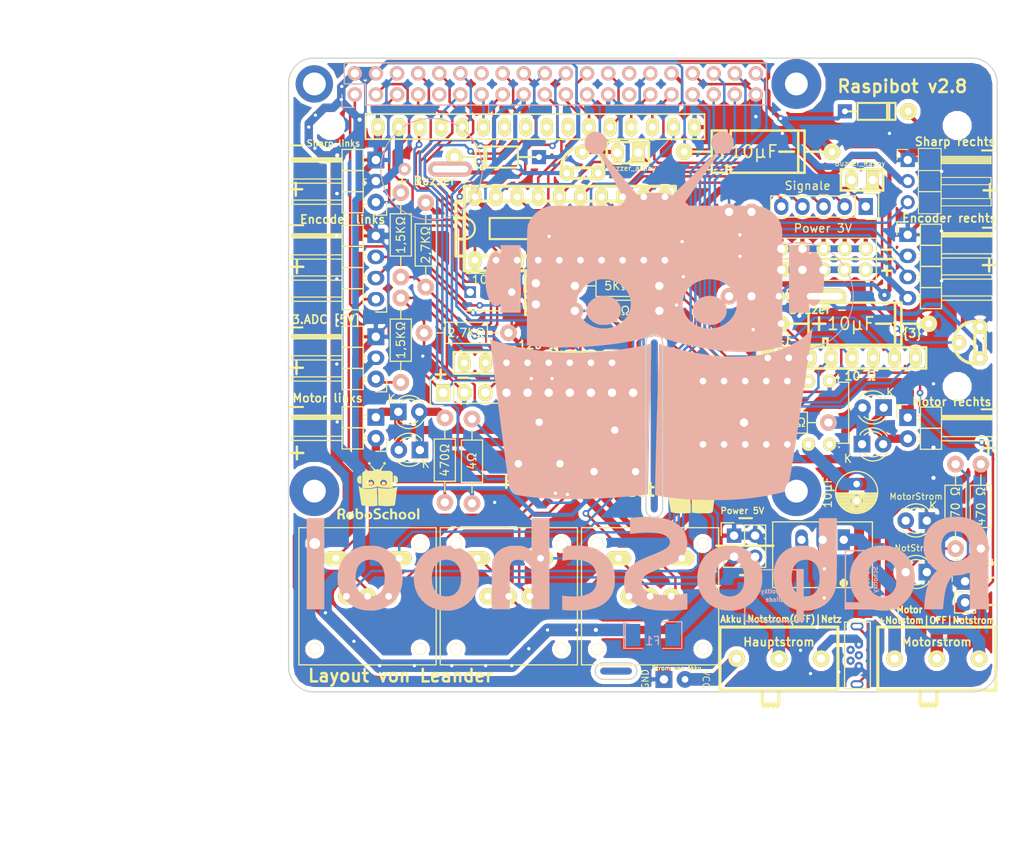
<source format=kicad_pcb>
(kicad_pcb (version 4) (host pcbnew 4.0.5)
  (title_block (title "RaspyBot Aufsatz") (date 2017-01-03) (rev 1.1) (company "Roboschool TUC") (comment 1 "Erstellt von Leander Herr"))
  (layers (0 F.Cu signal) (31 B.Cu signal) (34 B.Paste user) (35 F.Paste user) (36 B.SilkS user hide) (37 F.SilkS user) (38 B.Mask user) (39 F.Mask user) (44 Edge.Cuts user))
  (net 0 "")
  (net 1 GND)
  (net 2 "Net-(P0-Pad29)")
  (net 3 "Net-(P0-Pad28)")
  (net 4 "Net-(P0-Pad27)")
  (net 5 +5V)
  (net 6 "Net-(P9-Pad1)")
  (net 7 "Net-(Attiny1-Pad13)")
  (net 8 "Net-(Attiny1-Pad12)")
  (net 9 "Net-(Motordriver1-Pad8)")
  (net 10 "Net-(PololuDisplay1-Pad10)")
  (net 11 "Net-(PololuDisplay1-Pad9)")
  (net 12 "Net-(PololuDisplay1-Pad8)")
  (net 13 "Net-(PololuDisplay1-Pad7)")
  (net 14 "Net-(P0-Pad31)")
  (net 15 "Net-(P0-Pad26)")
  (net 16 "Net-(C5-Pad1)")
  (net 17 "Net-(MotorLinksAusgang1-Pad1)")
  (net 18 SCL-ADC)
  (net 19 SDA-ADC)
  (net 20 SCK)
  (net 21 MISO)
  (net 22 MOSI)
  (net 23 MotorRPWM)
  (net 24 MotorLPWM)
  (net 25 MotorLDIR)
  (net 26 MotorRDIR)
  (net 27 Attiny-TxD)
  (net 28 Attiny-RxD)
  (net 29 Attiny-Reset)
  (net 30 LEDTASTER1-TASTER)
  (net 31 LEDTASTER1-GREEN)
  (net 32 LEDTASTER2-TASTER)
  (net 33 LEDTASTER2-GREEN)
  (net 34 LEDTASTER3-TASTER)
  (net 35 LEDTASTER3-GREEN)
  (net 36 /Attiny/OUTB)
  (net 37 /Attiny/OUTA)
  (net 38 /Attiny/OUTB-R)
  (net 39 /Attiny/OUTA-R)
  (net 40 FreierGPIO)
  (net 41 LEDTASTER3-RED)
  (net 42 LEDTASTER1-RED)
  (net 43 LEDTASTER2-RED)
  (net 44 ALRT-ADC)
  (net 45 "Net-(D5-Pad2)")
  (net 46 "Net-(D6-Pad2)")
  (net 47 "Net-(D8-Pad2)")
  (net 48 "Net-(Netz1-Pad6)")
  (net 49 "Net-(Netz1-Pad4)")
  (net 50 "Net-(Netz1-Pad3)")
  (net 51 "Net-(D6-Pad1)")
  (net 52 "Net-(D8-Pad1)")
  (net 53 "Net-(Netz1-Pad2)")
  (net 54 /ACD/Batteriespannung?)
  (net 55 /AkkuVcc)
  (net 56 /NetzVcc)
  (net 57 "Net-(D4-Pad2)")
  (net 58 "Net-(MotorRechtsAusgang1-Pad1)")
  (net 59 "Net-(P0-Pad24)")
  (net 60 +3.3V)
  (net 61 +9V)
  (net 62 "Net-(D3-PadL2)")
  (net 63 /LED-Taster/Green-3,2V-1)
  (net 64 /LED-Taster/Red-2.4V-1)
  (net 65 /LED-Taster/Green-3,2V-2)
  (net 66 /LED-Taster/Red-2.4V,2)
  (net 67 /LED-Taster/Red-2.4V-3)
  (net 68 "Net-(PololuDisplay1-Pad15)")
  (net 69 "Net-(PololuDisplay1-Pad3)")
  (net 70 "Net-(P0-Pad13)")
  (net 71 "Net-(P0-Pad12)")
  (net 72 "Net-(P0-Pad11)")
  (net 73 9V-Notstrom)
  (net 74 "Net-(Schottky-Diode1-Pad2)")
  (net 75 "Net-(F1-Pad2)")
  (net 76 "Net-(R100Ω-200-Pad3)")
  (net 77 "Net-(R100Ω-200-Pad1)")
  (net 78 "Net-(J1-Pad2)")
  (net 79 "Net-(J2-Pad1)")
  (net 80 "Net-(Attiny1-Pad16)")
  (net 81 "Net-(Attiny1-Pad15)")
  (net 82 /ACD/linkerSharp)
  (net 83 "Net-(R3-Pad2)")
  (net 84 "Net-(R5-Pad1)")
  (net 85 "Net-(R7-Pad2)")
  (net 86 /ACD/RechterSharp)
  (net 87 "Net-(BZ1-Pad2)")
  (net 88 "Net-(BZ2-Pad2)")
  (module w_pin_strip:pin_strip_2 (layer F.Cu) (at 150.25 88.1 270)
    (fp_text reference JRXTX hide)
    (fp_text value RxD|TxD (at 0.25 -1.98 270) (layer F.SilkS) (effects (font (size 0.6 0.6) (thickness 0.1))))
    (pad 1 thru_hole rect (at -1.27 0 270) (size 1.524 2.19964) (drill 1.00076) (layers *.Cu *.Mask F.SilkS) (net 79 "Net-(J2-Pad1)"))
    (pad 2 thru_hole oval (at 1.27 0 270) (size 1.524 2.19964) (drill 1.00076) (layers *.Cu *.Mask F.SilkS) (net 40 FreierGPIO))
  )
  (module Anpassungen:SolderWirePad_2x_0-8mmDrill (layer B.Cu) (at 168.2 134.5 180)
    (fp_text reference AkkuStrom1 hide)
    (fp_text value "Strom von Akku" (at 1 1.35 180) (layer F.SilkS) (effects (font (size 0.5 0.5) (thickness 0.125))))
    (pad 1 thru_hole circle (at 0 0 180) (size 1.99898 1.99898) (drill 0.8001) (layers *.Cu *.Mask) (net 55 /AkkuVcc))
    (pad 2 thru_hole rect (at 2.54 0 180) (size 2.032 2.032) (drill 1.016) (layers *.Cu *.Mask) (net 1 GND))
  )
  (module Anpassungen:Buzzer_12,7_5mm (layer B.Cu) (at 178.75 88.4)
    (fp_text reference BZ2 hide)
    (fp_text value Buzzer hide)
    (pad 1 thru_hole circle (at 0.75 0) (size 1.5 1.5) (drill 0.8) (layers *.Cu *.Mask F.SilkS) (net 5 +5V))
    (pad 2 thru_hole oval (at 6.25 0) (size 5.3 1.8) (drill oval 4.3 0.8) (layers *.Cu *.Mask F.SilkS) (net 88 "Net-(BZ2-Pad2)"))
  )
  (module Anpassungen:lcd_16x2 (layer F.Cu) (at 163.25 83.55)
    (fp_text reference PololuDisplay1)
    (fp_text value CONN_02X07)
    (pad 16 thru_hole oval (at 6.1 -15.5) (size 1.50114 2.19964) (drill 0.8001) (layers *.Cu *.Mask F.SilkS) (net 1 GND))
    (pad 15 thru_hole oval (at 3.56 -15.5) (size 1.50114 2.19964) (drill 0.8001) (layers *.Cu *.Mask F.SilkS) (net 68 "Net-(PololuDisplay1-Pad15)"))
    (pad 14 thru_hole oval (at 1.02 -15.5) (size 1.50114 2.19964) (drill 0.8001) (layers *.Cu *.Mask F.SilkS) (net 14 "Net-(P0-Pad31)"))
    (pad 13 thru_hole oval (at -1.52 -15.5) (size 1.50114 2.19964) (drill 0.8001) (layers *.Cu *.Mask F.SilkS) (net 2 "Net-(P0-Pad29)"))
    (pad 12 thru_hole oval (at -4.06 -15.5) (size 1.50114 2.19964) (drill 0.8001) (layers *.Cu *.Mask F.SilkS) (net 15 "Net-(P0-Pad26)"))
    (pad 11 thru_hole oval (at -6.6 -15.5) (size 1.50114 2.19964) (drill 0.8001) (layers *.Cu *.Mask F.SilkS) (net 59 "Net-(P0-Pad24)"))
    (pad 10 thru_hole oval (at -9.14 -15.5) (size 1.50114 2.19964) (drill 0.8001) (layers *.Cu *.Mask F.SilkS) (net 10 "Net-(PololuDisplay1-Pad10)"))
    (pad 9 thru_hole oval (at -11.68 -15.5) (size 1.50114 2.19964) (drill 0.8001) (layers *.Cu *.Mask F.SilkS) (net 11 "Net-(PololuDisplay1-Pad9)"))
    (pad 8 thru_hole oval (at -14.22 -15.5) (size 1.50114 2.19964) (drill 0.8001) (layers *.Cu *.Mask F.SilkS) (net 12 "Net-(PololuDisplay1-Pad8)"))
    (pad 7 thru_hole oval (at -16.76 -15.5) (size 1.50114 2.19964) (drill 0.8001) (layers *.Cu *.Mask F.SilkS) (net 13 "Net-(PololuDisplay1-Pad7)"))
    (pad 6 thru_hole oval (at -19.3 -15.5) (size 1.50114 2.19964) (drill 0.8001) (layers *.Cu *.Mask F.SilkS) (net 70 "Net-(P0-Pad13)"))
    (pad 5 thru_hole oval (at -21.84 -15.5) (size 1.50114 2.19964) (drill 0.8001) (layers *.Cu *.Mask F.SilkS) (net 71 "Net-(P0-Pad12)"))
    (pad 4 thru_hole oval (at -24.38 -15.5) (size 1.50114 2.19964) (drill 0.8001) (layers *.Cu *.Mask F.SilkS) (net 72 "Net-(P0-Pad11)"))
    (pad 3 thru_hole oval (at -26.92 -15.5) (size 1.50114 2.19964) (drill 0.8001) (layers *.Cu *.Mask F.SilkS) (net 69 "Net-(PololuDisplay1-Pad3)"))
    (pad 2 thru_hole oval (at -29.46 -15.5) (size 1.50114 2.19964) (drill 0.8001) (layers *.Cu *.Mask F.SilkS) (net 5 +5V))
    (pad 1 thru_hole oval (at -32 -15.5) (size 1.50114 2.19964) (drill 0.8001) (layers *.Cu *.Mask F.SilkS) (net 1 GND))
    (pad "" np_thru_hole circle (at 37.7 15.7) (size 2.5 2.5) (drill 2.5) (layers *.Cu *.Mask F.SilkS))
    (pad "" np_thru_hole circle (at 37.7 -15.7) (size 2.5 2.5) (drill 2.5) (layers *.Cu *.Mask F.SilkS))
    (pad "" np_thru_hole circle (at -37.7 -15.7) (size 2.5 2.5) (drill 2.5) (layers *.Cu *.Mask F.SilkS))
  )
  (module Pin_Headers:Pin_Header_Straight_2x05 (layer F.Cu) (at 179.79 85.22 90)
    (fp_text reference 3.3VPower1 hide)
    (fp_text value "Power 3V" (at 5 5 180) (layer F.SilkS))
    (pad 1 thru_hole rect (at 0 0 90) (size 1.7272 1.7272) (drill 1.016) (layers *.Cu *.Mask F.SilkS) (net 60 +3.3V))
    (pad 2 thru_hole oval (at 2.54 0 90) (size 1.7272 1.7272) (drill 1.016) (layers *.Cu *.Mask F.SilkS) (net 1 GND))
    (pad 3 thru_hole oval (at 0 2.54 90) (size 1.7272 1.7272) (drill 1.016) (layers *.Cu *.Mask F.SilkS) (net 60 +3.3V))
    (pad 4 thru_hole oval (at 2.54 2.54 90) (size 1.7272 1.7272) (drill 1.016) (layers *.Cu *.Mask F.SilkS) (net 1 GND))
    (pad 5 thru_hole oval (at 0 5.08 90) (size 1.7272 1.7272) (drill 1.016) (layers *.Cu *.Mask F.SilkS) (net 60 +3.3V))
    (pad 6 thru_hole oval (at 2.54 5.08 90) (size 1.7272 1.7272) (drill 1.016) (layers *.Cu *.Mask F.SilkS) (net 1 GND))
    (pad 7 thru_hole oval (at 0 7.62 90) (size 1.7272 1.7272) (drill 1.016) (layers *.Cu *.Mask F.SilkS) (net 60 +3.3V))
    (pad 8 thru_hole oval (at 2.54 7.62 90) (size 1.7272 1.7272) (drill 1.016) (layers *.Cu *.Mask F.SilkS) (net 1 GND))
    (pad 9 thru_hole oval (at 0 10.16 90) (size 1.7272 1.7272) (drill 1.016) (layers *.Cu *.Mask F.SilkS) (net 60 +3.3V))
    (pad 10 thru_hole oval (at 2.54 10.16 90) (size 1.7272 1.7272) (drill 1.016) (layers *.Cu *.Mask F.SilkS) (net 1 GND))
  )
  (module Anpassungen:roboscool_org (layer B.Cu) (at 163.7 97.4 180)
    (fp_text reference G*** hide)
    (fp_text value LOGO hide)
  )
  (module w_smd_diode:do214ab (layer B.Cu) (at 178.9 124.4)
    (fp_text reference Schottky (at 0 -0.5) (layer B.SilkS) (effects (font (size 0.50038 0.50038) (thickness 0.11938)) (justify mirror)))
    (fp_text value Diode (at 0 0.5) (layer B.SilkS) (effects (font (size 0.50038 0.50038) (thickness 0.11938)) (justify mirror)))
    (pad 2 smd rect (at 3.39852 0) (size 1.99898 3.19786) (layers B.Cu B.Paste B.Mask) (net 74 "Net-(Schottky-Diode1-Pad2)"))
    (pad 1 smd rect (at -3.39852 0) (size 1.99898 3.19786) (layers B.Cu B.Paste B.Mask) (net 75 "Net-(F1-Pad2)"))
  )
  (module w_pth_diodes:diode_do41 (layer F.Cu) (at 145.55 71.65 180)
    (fp_text reference D10 hide)
    (fp_text value DIODE hide)
    (pad 1 thru_hole rect (at -5.08 0) (size 1.69926 1.69926) (drill 0.70104) (layers *.Cu *.Mask) (net 5 +5V))
    (pad 2 thru_hole circle (at 5.08 0 180) (size 1.99898 1.99898) (drill 1.00076) (layers *.Cu *.Mask F.SilkS) (net 87 "Net-(BZ1-Pad2)"))
  )
  (module Wire_Pads:SolderWirePad_single_2-5mmDrill (layer F.Cu) (at 181.6 111.85)
    (fp_text reference REF** hide)
    (fp_text value SolderWirePad_single_2-5mmDrill hide)
    (pad 1 thru_hole circle (at 0 0) (size 6 6) (drill 2.75) (layers *.Cu *.Mask))
  )
  (module Wire_Pads:SolderWirePad_single_2-5mmDrill (layer F.Cu) (at 123.6 62.85)
    (fp_text reference REF** hide)
    (fp_text value SolderWirePad_single_2-5mmDrill hide)
    (pad 1 thru_hole circle (at 0 0) (size 4.5 4.5) (drill 2.75) (layers *.Cu *.Mask))
  )
  (module Wire_Pads:SolderWirePad_single_2-5mmDrill (layer F.Cu) (at 123.6 111.85)
    (fp_text reference REF** hide)
    (fp_text value SolderWirePad_single_2-5mmDrill hide)
    (pad 1 thru_hole circle (at 0 0) (size 6 6) (drill 2.75) (layers *.Cu *.Mask))
  )
  (module Pin_Headers:Pin_Header_Straight_1x02 (layer F.Cu) (at 201.9 122.7)
    (fp_text reference 12VAnschluss1 hide)
    (fp_text value CONN_01X02 hide)
    (pad 2 thru_hole oval (at 0 2.54) (size 2.032 2.032) (drill 1.016) (layers *.Cu *.Mask) (net 61 +9V))
    (pad 1 thru_hole rect (at 0 0) (size 2.032 2.032) (drill 1.016) (layers *.Cu *.Mask) (net 1 GND))
  )
  (module Anpassungen:switch_25539N (layer F.Cu) (at 198.5 132)
    (fp_text reference SW1 hide)
    (fp_text value Switch_Motor_Power hide)
    (pad 3 thru_hole circle (at 5.08 0) (size 1.99898 1.99898) (drill 0.99822) (layers *.Cu *.Mask F.SilkS) (net 73 9V-Notstrom))
    (pad 2 thru_hole circle (at 0 0) (size 1.99898 1.99898) (drill 0.99822) (layers *.Cu *.Mask F.SilkS) (net 61 +9V))
    (pad 1 thru_hole circle (at -5.08 0) (size 1.99898 1.99898) (drill 0.99822) (layers *.Cu *.Mask F.SilkS) (net 16 "Net-(C5-Pad1)"))
  )
  (module Anpassungen:switch_25539N (layer F.Cu) (at 179.5 132)
    (fp_text reference SW2 hide)
    (fp_text value Switch_Motor_Power hide)
    (pad 3 thru_hole circle (at 5.08 0) (size 1.99898 1.99898) (drill 0.99822) (layers *.Cu *.Mask F.SilkS) (net 56 /NetzVcc))
    (pad 2 thru_hole circle (at 0 0) (size 1.99898 1.99898) (drill 0.99822) (layers *.Cu *.Mask F.SilkS) (net 75 "Net-(F1-Pad2)"))
    (pad 1 thru_hole circle (at -5.08 0) (size 1.99898 1.99898) (drill 0.99822) (layers *.Cu *.Mask F.SilkS) (net 55 /AkkuVcc))
  )
  (module w_pth_resistors:trimmer_piher_pt6xv (layer F.Cu) (at 159.75 107 180)
    (fp_text reference R1-10K1 hide)
    (fp_text value Kontrast (at 0 -4.699 180) (layer F.SilkS) (effects (font (thickness 0.3048))))
    (pad 3 thru_hole circle (at -2.49936 -2.49936 180) (size 1.75006 1.75006) (drill 0.89916) (layers *.Cu *.Mask F.SilkS) (net 1 GND))
    (pad 2 thru_hole circle (at 0 2.49936 180) (size 1.75006 1.75006) (drill 0.89916) (layers *.Cu *.Mask F.SilkS) (net 69 "Net-(PololuDisplay1-Pad3)"))
    (pad 1 thru_hole circle (at 2.49936 -2.49936 180) (size 1.75006 1.75006) (drill 0.89916) (layers *.Cu *.Mask F.SilkS) (net 5 +5V))
  )
  (module w_pth_resistors:trimmer_piher_pt6xv (layer F.Cu) (at 150.65 106.05 180)
    (fp_text reference R100Ω-200 hide)
    (fp_text value HGLicht (at 0 -4.699 180) (layer F.SilkS) (effects (font (thickness 0.3048))))
    (pad 3 thru_hole circle (at -2.49936 -2.49936 180) (size 1.75006 1.75006) (drill 0.89916) (layers *.Cu *.Mask F.SilkS) (net 76 "Net-(R100Ω-200-Pad3)"))
    (pad 2 thru_hole circle (at 0 2.49936 180) (size 1.75006 1.75006) (drill 0.89916) (layers *.Cu *.Mask F.SilkS) (net 68 "Net-(PololuDisplay1-Pad15)"))
    (pad 1 thru_hole circle (at 2.49936 -2.49936 180) (size 1.75006 1.75006) (drill 0.89916) (layers *.Cu *.Mask F.SilkS) (net 77 "Net-(R100Ω-200-Pad1)"))
  )
  (module Socket_Strips:Socket_Strip_Straight_2x20 (layer B.Cu) (at 128.47 64.12)
    (fp_text reference P0 hide)
    (fp_text value RasPI_IO_Header_B+ hide)
    (pad 40 thru_hole oval (at 48.26 -2.54) (size 1.7272 1.7272) (drill 1.016) (layers *.Cu *.Mask B.SilkS) (net 35 LEDTASTER3-GREEN))
    (pad 39 thru_hole oval (at 48.26 0) (size 1.7272 1.7272) (drill 1.016) (layers *.Cu *.Mask B.SilkS) (net 1 GND))
    (pad 38 thru_hole oval (at 45.72 -2.54) (size 1.7272 1.7272) (drill 1.016) (layers *.Cu *.Mask B.SilkS) (net 31 LEDTASTER1-GREEN))
    (pad 37 thru_hole oval (at 45.72 0) (size 1.7272 1.7272) (drill 1.016) (layers *.Cu *.Mask B.SilkS) (net 33 LEDTASTER2-GREEN))
    (pad 36 thru_hole oval (at 43.18 -2.54) (size 1.7272 1.7272) (drill 1.016) (layers *.Cu *.Mask B.SilkS) (net 34 LEDTASTER3-TASTER))
    (pad 35 thru_hole oval (at 43.18 0) (size 1.7272 1.7272) (drill 1.016) (layers *.Cu *.Mask B.SilkS) (net 30 LEDTASTER1-TASTER))
    (pad 34 thru_hole oval (at 40.64 -2.54) (size 1.7272 1.7272) (drill 1.016) (layers *.Cu *.Mask B.SilkS) (net 1 GND))
    (pad 33 thru_hole oval (at 40.64 0) (size 1.7272 1.7272) (drill 1.016) (layers *.Cu *.Mask B.SilkS) (net 32 LEDTASTER2-TASTER))
    (pad 32 thru_hole oval (at 38.1 -2.54) (size 1.7272 1.7272) (drill 1.016) (layers *.Cu *.Mask B.SilkS) (net 40 FreierGPIO))
    (pad 31 thru_hole oval (at 38.1 0) (size 1.7272 1.7272) (drill 1.016) (layers *.Cu *.Mask B.SilkS) (net 14 "Net-(P0-Pad31)"))
    (pad 30 thru_hole oval (at 35.56 -2.54) (size 1.7272 1.7272) (drill 1.016) (layers *.Cu *.Mask B.SilkS) (net 1 GND))
    (pad 29 thru_hole oval (at 35.56 0) (size 1.7272 1.7272) (drill 1.016) (layers *.Cu *.Mask B.SilkS) (net 2 "Net-(P0-Pad29)"))
    (pad 28 thru_hole oval (at 33.02 -2.54) (size 1.7272 1.7272) (drill 1.016) (layers *.Cu *.Mask B.SilkS) (net 3 "Net-(P0-Pad28)"))
    (pad 27 thru_hole oval (at 33.02 0) (size 1.7272 1.7272) (drill 1.016) (layers *.Cu *.Mask B.SilkS) (net 4 "Net-(P0-Pad27)"))
    (pad 26 thru_hole oval (at 30.48 -2.54) (size 1.7272 1.7272) (drill 1.016) (layers *.Cu *.Mask B.SilkS) (net 15 "Net-(P0-Pad26)"))
    (pad 25 thru_hole oval (at 30.48 0) (size 1.7272 1.7272) (drill 1.016) (layers *.Cu *.Mask B.SilkS) (net 1 GND))
    (pad 24 thru_hole oval (at 27.94 -2.54) (size 1.7272 1.7272) (drill 1.016) (layers *.Cu *.Mask B.SilkS) (net 59 "Net-(P0-Pad24)"))
    (pad 23 thru_hole oval (at 27.94 0) (size 1.7272 1.7272) (drill 1.016) (layers *.Cu *.Mask B.SilkS) (net 20 SCK))
    (pad 22 thru_hole oval (at 25.4 -2.54) (size 1.7272 1.7272) (drill 1.016) (layers *.Cu *.Mask B.SilkS) (net 41 LEDTASTER3-RED))
    (pad 21 thru_hole oval (at 25.4 0) (size 1.7272 1.7272) (drill 1.016) (layers *.Cu *.Mask B.SilkS) (net 21 MISO))
    (pad 20 thru_hole oval (at 22.86 -2.54) (size 1.7272 1.7272) (drill 1.016) (layers *.Cu *.Mask B.SilkS) (net 1 GND))
    (pad 19 thru_hole oval (at 22.86 0) (size 1.7272 1.7272) (drill 1.016) (layers *.Cu *.Mask B.SilkS) (net 22 MOSI))
    (pad 18 thru_hole oval (at 20.32 -2.54) (size 1.7272 1.7272) (drill 1.016) (layers *.Cu *.Mask B.SilkS) (net 42 LEDTASTER1-RED))
    (pad 17 thru_hole oval (at 20.32 0) (size 1.7272 1.7272) (drill 1.016) (layers *.Cu *.Mask B.SilkS) (net 60 +3.3V))
    (pad 16 thru_hole oval (at 17.78 -2.54) (size 1.7272 1.7272) (drill 1.016) (layers *.Cu *.Mask B.SilkS) (net 43 LEDTASTER2-RED))
    (pad 15 thru_hole oval (at 17.78 0) (size 1.7272 1.7272) (drill 1.016) (layers *.Cu *.Mask B.SilkS) (net 44 ALRT-ADC))
    (pad 14 thru_hole oval (at 15.24 -2.54) (size 1.7272 1.7272) (drill 1.016) (layers *.Cu *.Mask B.SilkS) (net 1 GND))
    (pad 13 thru_hole oval (at 15.24 0) (size 1.7272 1.7272) (drill 1.016) (layers *.Cu *.Mask B.SilkS) (net 70 "Net-(P0-Pad13)"))
    (pad 12 thru_hole oval (at 12.7 -2.54) (size 1.7272 1.7272) (drill 1.016) (layers *.Cu *.Mask B.SilkS) (net 71 "Net-(P0-Pad12)"))
    (pad 11 thru_hole oval (at 12.7 0) (size 1.7272 1.7272) (drill 1.016) (layers *.Cu *.Mask B.SilkS) (net 72 "Net-(P0-Pad11)"))
    (pad 10 thru_hole oval (at 10.16 -2.54) (size 1.7272 1.7272) (drill 1.016) (layers *.Cu *.Mask B.SilkS) (net 27 Attiny-TxD))
    (pad 9 thru_hole oval (at 10.16 0) (size 1.7272 1.7272) (drill 1.016) (layers *.Cu *.Mask B.SilkS) (net 1 GND))
    (pad 8 thru_hole oval (at 7.62 -2.54) (size 1.7272 1.7272) (drill 1.016) (layers *.Cu *.Mask B.SilkS) (net 28 Attiny-RxD))
    (pad 7 thru_hole oval (at 7.62 0) (size 1.7272 1.7272) (drill 1.016) (layers *.Cu *.Mask B.SilkS) (net 29 Attiny-Reset))
    (pad 6 thru_hole oval (at 5.08 -2.54) (size 1.7272 1.7272) (drill 1.016) (layers *.Cu *.Mask B.SilkS) (net 1 GND))
    (pad 5 thru_hole oval (at 5.08 0) (size 1.7272 1.7272) (drill 1.016) (layers *.Cu *.Mask B.SilkS) (net 18 SCL-ADC))
    (pad 4 thru_hole oval (at 2.54 -2.54) (size 1.7272 1.7272) (drill 1.016) (layers *.Cu *.Mask B.SilkS) (net 5 +5V))
    (pad 3 thru_hole oval (at 2.54 0) (size 1.7272 1.7272) (drill 1.016) (layers *.Cu *.Mask B.SilkS) (net 19 SDA-ADC))
    (pad 2 thru_hole oval (at 0 -2.54) (size 1.7272 1.7272) (drill 1.016) (layers *.Cu *.Mask B.SilkS) (net 5 +5V))
    (pad 1 thru_hole oval (at 0 0) (size 1.7272 1.7272) (drill 1.016) (layers *.Cu *.Mask B.SilkS) (net 60 +3.3V))
  )
  (module Converters_DCDC_ACDC:DCDC-Conv_TRACO_TSR-1 (layer F.Cu) (at 187.3 117.7 180)
    (fp_text reference U1 hide)
    (fp_text value MCP1754ST-1802E/MB hide)
    (fp_text user . (at 0 -4 180) (layer F.SilkS) (effects (font (size 3 3) (thickness 0.75))))
    (pad 3 thru_hole oval (at 5.08 0 180) (size 1.5 2.5) (drill 1) (layers *.Cu *.Mask) (net 74 "Net-(Schottky-Diode1-Pad2)"))
    (pad 2 thru_hole oval (at 2.54 0 180) (size 1.5 2.5) (drill 1) (layers *.Cu *.Mask) (net 1 GND))
    (pad 1 thru_hole rect (at 0 0 180) (size 1.5 2.5) (drill 1) (layers *.Cu *.Mask) (net 73 9V-Notstrom))
  )
  (module w_capacitors:CPA_5x11MM (layer F.Cu) (at 177 71 180)
    (fp_text reference C2 hide)
    (fp_text value 10µF (at 0.5 0 180) (layer F.SilkS) (effects (font (size 1.5 1.5) (thickness 0.2))))
    (pad 2 thru_hole circle (at -8.89 0 180) (size 1.99898 1.99898) (drill 0.8001) (layers *.Cu *.Mask F.SilkS) (net 1 GND))
    (pad 1 thru_hole circle (at 8.89 0 180) (size 1.99898 1.99898) (drill 0.8001) (layers *.Cu *.Mask F.SilkS) (net 5 +5V))
  )
  (module w_capacitors:CPA_5x11MM (layer F.Cu) (at 188.65 91.7 180)
    (fp_text reference C1 hide)
    (fp_text value 10µF (at 0.5 0 180) (layer F.SilkS) (effects (font (size 1.5 1.5) (thickness 0.2))))
    (pad 2 thru_hole circle (at -8.89 0 180) (size 1.99898 1.99898) (drill 0.8001) (layers *.Cu *.Mask F.SilkS) (net 1 GND))
    (pad 1 thru_hole circle (at 8.89 0 180) (size 1.99898 1.99898) (drill 0.8001) (layers *.Cu *.Mask F.SilkS) (net 60 +3.3V))
  )
  (module w_pth_circuits:dil_20-300_socket (layer F.Cu) (at 154.35 80.25)
    (fp_text reference Attiny1 hide)
    (fp_text value ATTINY2313A-P hide)
    (pad 20 thru_hole oval (at -11.43 -3.81) (size 1.50114 2.19964) (drill 0.8001) (layers *.Cu *.Mask F.SilkS) (net 60 +3.3V))
    (pad 19 thru_hole oval (at -8.89 -3.81) (size 1.50114 2.19964) (drill 0.8001) (layers *.Cu *.Mask F.SilkS) (net 20 SCK))
    (pad 18 thru_hole oval (at -6.35 -3.81) (size 1.50114 2.19964) (drill 0.8001) (layers *.Cu *.Mask F.SilkS) (net 21 MISO))
    (pad 17 thru_hole oval (at -3.81 -3.81) (size 1.50114 2.19964) (drill 0.8001) (layers *.Cu *.Mask F.SilkS) (net 22 MOSI))
    (pad 16 thru_hole oval (at -1.27 -3.81) (size 1.50114 2.19964) (drill 0.8001) (layers *.Cu *.Mask F.SilkS) (net 80 "Net-(Attiny1-Pad16)"))
    (pad 15 thru_hole oval (at 1.27 -3.81) (size 1.50114 2.19964) (drill 0.8001) (layers *.Cu *.Mask F.SilkS) (net 81 "Net-(Attiny1-Pad15)"))
    (pad 14 thru_hole oval (at 3.81 -3.81) (size 1.50114 2.19964) (drill 0.8001) (layers *.Cu *.Mask F.SilkS) (net 24 MotorLPWM))
    (pad 13 thru_hole oval (at 6.35 -3.81) (size 1.50114 2.19964) (drill 0.8001) (layers *.Cu *.Mask F.SilkS) (net 7 "Net-(Attiny1-Pad13)"))
    (pad 12 thru_hole oval (at 8.89 -3.81) (size 1.50114 2.19964) (drill 0.8001) (layers *.Cu *.Mask F.SilkS) (net 8 "Net-(Attiny1-Pad12)"))
    (pad 11 thru_hole oval (at 11.43 -3.81) (size 1.50114 2.19964) (drill 0.8001) (layers *.Cu *.Mask F.SilkS) (net 37 /Attiny/OUTA))
    (pad 10 thru_hole oval (at 11.43 3.81) (size 1.50114 2.19964) (drill 0.8001) (layers *.Cu *.Mask F.SilkS) (net 1 GND))
    (pad 9 thru_hole oval (at 8.89 3.81) (size 1.50114 2.19964) (drill 0.8001) (layers *.Cu *.Mask F.SilkS) (net 23 MotorRPWM))
    (pad 8 thru_hole oval (at 6.35 3.81) (size 1.50114 2.19964) (drill 0.8001) (layers *.Cu *.Mask F.SilkS) (net 36 /Attiny/OUTB))
    (pad 7 thru_hole oval (at 3.81 3.81) (size 1.50114 2.19964) (drill 0.8001) (layers *.Cu *.Mask F.SilkS) (net 25 MotorLDIR))
    (pad 6 thru_hole oval (at 1.27 3.81) (size 1.50114 2.19964) (drill 0.8001) (layers *.Cu *.Mask F.SilkS) (net 26 MotorRDIR))
    (pad 5 thru_hole oval (at -1.27 3.81) (size 1.50114 2.19964) (drill 0.8001) (layers *.Cu *.Mask F.SilkS) (net 39 /Attiny/OUTA-R))
    (pad 4 thru_hole oval (at -3.81 3.81) (size 1.50114 2.19964) (drill 0.8001) (layers *.Cu *.Mask F.SilkS) (net 38 /Attiny/OUTB-R))
    (pad 3 thru_hole oval (at -6.35 3.81) (size 1.50114 2.19964) (drill 0.8001) (layers *.Cu *.Mask F.SilkS) (net 27 Attiny-TxD))
    (pad 2 thru_hole oval (at -8.89 3.81) (size 1.50114 2.19964) (drill 0.8001) (layers *.Cu *.Mask F.SilkS) (net 28 Attiny-RxD))
    (pad 1 thru_hole oval (at -11.43 3.81) (size 1.50114 2.19964) (drill 0.8001) (layers *.Cu *.Mask F.SilkS) (net 29 Attiny-Reset))
  )
  (module LEDs:LED-3MM (layer F.Cu) (at 197.3 115.4 180)
    (fp_text reference D5 hide)
    (fp_text value MotorStrom (at 1.3 2.9 180) (layer F.SilkS) (effects (font (size 0.75 0.75) (thickness 0.12))))
    (fp_text user K (at -0.75 1.75 180) (layer F.SilkS))
    (pad 2 thru_hole circle (at 2.54 0 180) (size 2 2) (drill 1.00076) (layers *.Cu *.Mask) (net 45 "Net-(D5-Pad2)"))
    (pad 1 thru_hole rect (at 0 0 270) (size 2 2) (drill 1.00076) (layers *.Cu *.Mask) (net 1 GND))
  )
  (module LEDs:LED-3MM (layer F.Cu) (at 136.3 106.9 180)
    (fp_text reference D9 hide)
    (fp_text value MotorStrom hide)
    (fp_text user K (at -0.7 -1.65 180) (layer F.SilkS))
    (pad 2 thru_hole circle (at 2.54 0 180) (size 2 2) (drill 1.00076) (layers *.Cu *.Mask) (net 52 "Net-(D8-Pad1)"))
    (pad 1 thru_hole rect (at 0 0 270) (size 2 2) (drill 1.00076) (layers *.Cu *.Mask) (net 47 "Net-(D8-Pad2)"))
  )
  (module LEDs:LED-3MM (layer F.Cu) (at 133.7 102.3)
    (fp_text reference D8 hide)
    (fp_text value MotorStrom hide)
    (fp_text user K (at -0.8 -1.55) (layer F.SilkS))
    (pad 1 thru_hole rect (at 0 0 90) (size 2 2) (drill 1.00076) (layers *.Cu *.Mask) (net 52 "Net-(D8-Pad1)"))
    (pad 2 thru_hole circle (at 2.54 0) (size 2 2) (drill 1.00076) (layers *.Cu *.Mask) (net 47 "Net-(D8-Pad2)"))
  )
  (module LEDs:LED-3MM (layer F.Cu) (at 189.5 106.2)
    (fp_text reference D7 hide)
    (fp_text value MotorStrom hide)
    (fp_text user K (at -1.69 1.74) (layer F.SilkS))
    (pad 2 thru_hole circle (at 2.54 0) (size 2 2) (drill 1.00076) (layers *.Cu *.Mask) (net 51 "Net-(D6-Pad1)"))
    (pad 1 thru_hole rect (at 0 0 90) (size 2 2) (drill 1.00076) (layers *.Cu *.Mask) (net 46 "Net-(D6-Pad2)"))
  )
  (module LEDs:LED-3MM (layer F.Cu) (at 192.1 101.8 180)
    (fp_text reference D6 hide)
    (fp_text value MotorStrom hide)
    (fp_text user K (at -0.8 1.8 180) (layer F.SilkS))
    (pad 1 thru_hole rect (at 0 0 270) (size 2 2) (drill 1.00076) (layers *.Cu *.Mask) (net 51 "Net-(D6-Pad1)"))
    (pad 2 thru_hole circle (at 2.54 0 180) (size 2 2) (drill 1.00076) (layers *.Cu *.Mask) (net 46 "Net-(D6-Pad2)"))
  )
  (module Anpassungen:Pin_Header_Angled_1x03_left (layer F.Cu) (at 131 98.35 180)
    (fp_text reference P9 hide)
    (fp_text value CONN_01X03 hide)
    (pad 3 thru_hole rect (at 0 5.08 180) (size 2.032 2.032) (drill 1.016) (layers *.Cu *.Mask) (net 1 GND))
    (pad 2 thru_hole oval (at 0 2.54 180) (size 2.032 1.7272) (drill 1.016) (layers *.Cu *.Mask) (net 5 +5V))
    (pad 1 thru_hole oval (at 0 0 180) (size 2.032 2.032) (drill 1.016) (layers *.Cu *.Mask) (net 6 "Net-(P9-Pad1)"))
  )
  (module LEDButton:Resistor_Horizontal_RM10mm (layer F.Cu) (at 175.3 103.6)
    (fp_text reference R17 hide)
    (fp_text value "470 Ω" (at 5.08 0) (layer F.SilkS))
    (pad 1 thru_hole circle (at 0 0) (size 1.99898 1.99898) (drill 1.00076) (layers *.Cu *.SilkS *.Mask) (net 17 "Net-(MotorLinksAusgang1-Pad1)"))
    (pad 2 thru_hole circle (at 10.16 0) (size 1.99898 1.99898) (drill 1.00076) (layers *.Cu *.SilkS *.Mask) (net 46 "Net-(D6-Pad2)"))
  )
  (module LEDButton:Resistor_Horizontal_RM10mm (layer F.Cu) (at 139.3 113.2 90)
    (fp_text reference R18 hide)
    (fp_text value 470Ω (at 5.08 0 90) (layer F.SilkS))
    (pad 1 thru_hole circle (at 0 0 90) (size 1.99898 1.99898) (drill 1.00076) (layers *.Cu *.SilkS *.Mask) (net 58 "Net-(MotorRechtsAusgang1-Pad1)"))
    (pad 2 thru_hole circle (at 10.16 0 90) (size 1.99898 1.99898) (drill 1.00076) (layers *.Cu *.SilkS *.Mask) (net 47 "Net-(D8-Pad2)"))
  )
  (module LEDButton:Resistor_Horizontal_RM10mm (layer F.Cu) (at 154.95 90.15)
    (fp_text reference R19 hide)
    (fp_text value 9KΩ (at 5.08 0) (layer F.SilkS))
    (pad 1 thru_hole circle (at 0 0) (size 1.99898 1.99898) (drill 1.00076) (layers *.Cu *.SilkS *.Mask) (net 54 /ACD/Batteriespannung?))
    (pad 2 thru_hole circle (at 10.16 0) (size 1.99898 1.99898) (drill 1.00076) (layers *.Cu *.SilkS *.Mask) (net 61 +9V))
  )
  (module LEDButton:Resistor_Horizontal_RM10mm (layer F.Cu) (at 154.95 87.15)
    (fp_text reference R20 hide)
    (fp_text value 5KΩ (at 5.08 0) (layer F.SilkS))
    (pad 1 thru_hole circle (at 0 0) (size 1.99898 1.99898) (drill 1.00076) (layers *.Cu *.SilkS *.Mask) (net 54 /ACD/Batteriespannung?))
    (pad 2 thru_hole circle (at 10.16 0) (size 1.99898 1.99898) (drill 1.00076) (layers *.Cu *.SilkS *.Mask) (net 1 GND))
  )
  (module LEDButton:Resistor_Horizontal_RM10mm (layer F.Cu) (at 203.8 108.6 270)
    (fp_text reference R16 hide)
    (fp_text value "470 Ω" (at 5.08 0 270) (layer F.SilkS))
    (pad 1 thru_hole circle (at 0 0 270) (size 1.99898 1.99898) (drill 1.00076) (layers *.Cu *.SilkS *.Mask) (net 16 "Net-(C5-Pad1)"))
    (pad 2 thru_hole circle (at 10.16 0 270) (size 1.99898 1.99898) (drill 1.00076) (layers *.Cu *.SilkS *.Mask) (net 45 "Net-(D5-Pad2)"))
  )
  (module Anpassungen:Pin_Header_Angled_1x04_left (layer F.Cu) (at 131 88.75 180)
    (fp_text reference EncoderRechts1 hide)
    (fp_text value CONN_01X02 hide)
    (pad 1 thru_hole oval (at 0 0 180) (size 2.032 1.7272) (drill 1.016) (layers *.Cu *.Mask) (net 60 +3.3V))
    (pad 2 thru_hole oval (at 0 2.54 180) (size 2.032 1.7272) (drill 1.016) (layers *.Cu *.Mask) (net 39 /Attiny/OUTA-R))
    (pad 3 thru_hole oval (at 0 5.08 180) (size 2.032 1.7272) (drill 1.016) (layers *.Cu *.Mask) (net 38 /Attiny/OUTB-R))
    (pad 4 thru_hole rect (at 0 7.62 180) (size 2.032 1.7272) (drill 1.016) (layers *.Cu *.Mask) (net 1 GND))
  )
  (module Pin_Headers:Pin_Header_Straight_2x02 (layer F.Cu) (at 174.1 117.2)
    (fp_text reference Power5 hide)
    (fp_text value "Power 5V" (at 1 -3) (layer F.SilkS) (effects (font (size 0.75 0.75))))
    (pad 4 thru_hole oval (at 2.54 2.54) (size 1.7272 1.7272) (drill 1.016) (layers *.Cu *.Mask) (net 5 +5V))
    (pad 3 thru_hole oval (at 0 2.54) (size 1.7272 1.7272) (drill 1.016) (layers *.Cu *.Mask) (net 5 +5V))
    (pad 2 thru_hole oval (at 2.54 0) (size 1.7272 1.7272) (drill 1.016) (layers *.Cu *.Mask) (net 1 GND))
    (pad 1 thru_hole rect (at 0 0) (size 1.7272 1.7272) (drill 1.016) (layers *.Cu *.Mask) (net 1 GND))
  )
  (module Capacitors_ThroughHole:C_Radial_D5_L11_P2 (layer F.Cu) (at 188.85 111 270)
    (fp_text reference C5 hide)
    (fp_text value 10µF (at 1 3.5 270) (layer F.SilkS))
    (pad 1 thru_hole circle (at 0 0 270) (size 1.3 1.3) (drill 0.8) (layers *.Cu *.Mask) (net 16 "Net-(C5-Pad1)"))
    (pad 2 thru_hole rect (at 2 0 270) (size 1.3 1.3) (drill 0.8) (layers *.Cu *.Mask F.SilkS) (net 1 GND))
  )
  (module Anpassungen:Pin_Header_Angled_1x03_left (layer F.Cu) (at 131 77.08 180)
    (fp_text reference Sharp_left1 hide)
    (fp_text value CONN_01X03 hide)
    (pad 3 thru_hole rect (at 0 5.08 180) (size 2.032 2.032) (drill 1.016) (layers *.Cu *.Mask) (net 1 GND))
    (pad 2 thru_hole oval (at 0 2.54 180) (size 2.032 1.7272) (drill 1.016) (layers *.Cu *.Mask) (net 5 +5V))
    (pad 1 thru_hole oval (at 0 0 180) (size 2.032 2.032) (drill 1.016) (layers *.Cu *.Mask) (net 85 "Net-(R7-Pad2)"))
  )
  (module Anpassungen:Pin_Header_Angled_1x02_left (layer F.Cu) (at 131 105.5 180)
    (fp_text reference MotorRechtsAusgang1 hide)
    (fp_text value CONN_01X02 hide)
    (pad 2 thru_hole rect (at 0 2.54 180) (size 2.032 2.032) (drill 1.016) (layers *.Cu *.Mask) (net 52 "Net-(D8-Pad1)"))
    (pad 1 thru_hole oval (at 0 0 180) (size 2.032 2.032) (drill 1.016) (layers *.Cu *.Mask) (net 58 "Net-(MotorRechtsAusgang1-Pad1)"))
  )
  (module Pin_Headers:Pin_Header_Angled_1x02 (layer F.Cu) (at 195 103)
    (fp_text reference MotorLinksAusgang1 hide)
    (fp_text value CONN_01X02 hide)
    (pad 2 thru_hole oval (at 0 2.54) (size 2.032 2.032) (drill 1.016) (layers *.Cu *.Mask) (net 51 "Net-(D6-Pad1)"))
    (pad 1 thru_hole rect (at 0 0) (size 2.032 2.032) (drill 1.016) (layers *.Cu *.Mask) (net 17 "Net-(MotorLinksAusgang1-Pad1)"))
  )
  (module LEDButton:SW_PUSH-LED-WS-PBTL (layer F.Cu) (at 130 124.5 180)
    (fp_text reference D2 hide)
    (fp_text value LED_Button2_RG hide)
    (pad "" thru_hole circle (at -6.35 -6.35 180) (size 1.3 1.3) (drill 1.3) (layers *.Cu *.Mask))
    (pad "" thru_hole circle (at -6.35 6.35 180) (size 1.3 1.3) (drill 1.3) (layers *.Cu *.Mask))
    (pad "" thru_hole circle (at 6.35 6.35 180) (size 1.3 1.3) (drill 1.3) (layers *.Cu *.Mask))
    (pad "" thru_hole circle (at 6.35 -6.35 180) (size 1.3 1.3) (drill 1.3) (layers *.Cu *.Mask))
    (pad 1 thru_hole oval (at -3.81 4.572 180) (size 3.048 1.7272) (drill 0.8128) (layers *.Cu *.Mask F.SilkS) (net 32 LEDTASTER2-TASTER))
    (pad 2 thru_hole oval (at 3.81 4.572 180) (size 3.048 1.7272) (drill 0.8128) (layers *.Cu *.Mask F.SilkS) (net 60 +3.3V))
    (pad L2 thru_hole oval (at 2.54 0 180) (size 2 2) (drill 0.8128) (layers *.Cu *.Mask F.SilkS) (net 65 /LED-Taster/Green-3,2V-2))
    (pad L1 thru_hole oval (at -2.54 0 180) (size 2 2) (drill 0.8128) (layers *.Cu *.Mask F.SilkS) (net 66 /LED-Taster/Red-2.4V,2))
    (pad LC thru_hole oval (at 0 0 180) (size 2 2) (drill 0.8128) (layers *.Cu *.Mask F.SilkS) (net 60 +3.3V))
  )
  (module LEDButton:SW_PUSH-LED-WS-PBTL (layer F.Cu) (at 164 124.5 180)
    (fp_text reference D3 hide)
    (fp_text value LED_Button2_RG hide)
    (pad "" thru_hole circle (at -6.35 -6.35 180) (size 1.3 1.3) (drill 1.3) (layers *.Cu *.Mask))
    (pad "" thru_hole circle (at -6.35 6.35 180) (size 1.3 1.3) (drill 1.3) (layers *.Cu *.Mask))
    (pad "" thru_hole circle (at 6.35 6.35 180) (size 1.3 1.3) (drill 1.3) (layers *.Cu *.Mask))
    (pad "" thru_hole circle (at 6.35 -6.35 180) (size 1.3 1.3) (drill 1.3) (layers *.Cu *.Mask))
    (pad 1 thru_hole oval (at -3.81 4.572 180) (size 3.048 1.7272) (drill 0.8128) (layers *.Cu *.Mask F.SilkS) (net 34 LEDTASTER3-TASTER))
    (pad 2 thru_hole oval (at 3.81 4.572 180) (size 3.048 1.7272) (drill 0.8128) (layers *.Cu *.Mask F.SilkS) (net 60 +3.3V))
    (pad L2 thru_hole oval (at 2.54 0 180) (size 2 2) (drill 0.8128) (layers *.Cu *.Mask F.SilkS) (net 62 "Net-(D3-PadL2)"))
    (pad L1 thru_hole oval (at -2.54 0 180) (size 2 2) (drill 0.8128) (layers *.Cu *.Mask F.SilkS) (net 67 /LED-Taster/Red-2.4V-3))
    (pad LC thru_hole oval (at 0 0 180) (size 2 2) (drill 0.8128) (layers *.Cu *.Mask F.SilkS) (net 60 +3.3V))
  )
  (module LEDButton:SW_PUSH-LED-WS-PBTL (layer F.Cu) (at 147 124.5 180)
    (fp_text reference D1 hide)
    (fp_text value LED_Button2_RG hide)
    (pad "" thru_hole circle (at -6.35 -6.35 180) (size 1.3 1.3) (drill 1.3) (layers *.Cu *.Mask))
    (pad "" thru_hole circle (at -6.35 6.35 180) (size 1.3 1.3) (drill 1.3) (layers *.Cu *.Mask))
    (pad "" thru_hole circle (at 6.35 6.35 180) (size 1.3 1.3) (drill 1.3) (layers *.Cu *.Mask))
    (pad "" thru_hole circle (at 6.35 -6.35 180) (size 1.3 1.3) (drill 1.3) (layers *.Cu *.Mask))
    (pad 1 thru_hole oval (at -3.81 4.572 180) (size 3.048 1.7272) (drill 0.8128) (layers *.Cu *.Mask F.SilkS) (net 30 LEDTASTER1-TASTER))
    (pad 2 thru_hole oval (at 3.81 4.572 180) (size 3.048 1.7272) (drill 0.8128) (layers *.Cu *.Mask F.SilkS) (net 60 +3.3V))
    (pad L2 thru_hole oval (at 2.54 0 180) (size 2 2) (drill 0.8128) (layers *.Cu *.Mask F.SilkS) (net 63 /LED-Taster/Green-3,2V-1))
    (pad L1 thru_hole oval (at -2.54 0 180) (size 2 2) (drill 0.8128) (layers *.Cu *.Mask F.SilkS) (net 64 /LED-Taster/Red-2.4V-1))
    (pad LC thru_hole oval (at 0 0 180) (size 2 2) (drill 0.8128) (layers *.Cu *.Mask F.SilkS) (net 60 +3.3V))
  )
  (module Housings_DIP:DIP-14_W7.62mm (layer F.Cu) (at 185.6 98.6 270)
    (fp_text reference Motordriver1 hide)
    (fp_text value DRV8835 hide)
    (pad 14 thru_hole oval (at 7.62 0 270) (size 1.6 1.6) (drill 0.8) (layers *.Cu *.Mask F.SilkS) (net 1 GND))
    (pad 13 thru_hole oval (at 7.62 2.54 270) (size 1.6 1.6) (drill 0.8) (layers *.Cu *.Mask F.SilkS) (net 16 "Net-(C5-Pad1)"))
    (pad 12 thru_hole oval (at 7.62 5.08 270) (size 1.6 1.6) (drill 0.8) (layers *.Cu *.Mask F.SilkS) (net 17 "Net-(MotorLinksAusgang1-Pad1)"))
    (pad 11 thru_hole oval (at 7.62 7.62 270) (size 1.6 1.6) (drill 0.8) (layers *.Cu *.Mask F.SilkS) (net 51 "Net-(D6-Pad1)"))
    (pad 10 thru_hole oval (at 7.62 10.16 270) (size 1.6 1.6) (drill 0.8) (layers *.Cu *.Mask F.SilkS) (net 58 "Net-(MotorRechtsAusgang1-Pad1)"))
    (pad 9 thru_hole oval (at 7.62 12.7 270) (size 1.6 1.6) (drill 0.8) (layers *.Cu *.Mask F.SilkS) (net 52 "Net-(D8-Pad1)"))
    (pad 8 thru_hole oval (at 7.62 15.24 270) (size 1.6 1.6) (drill 0.8) (layers *.Cu *.Mask F.SilkS) (net 9 "Net-(Motordriver1-Pad8)"))
    (pad 7 thru_hole oval (at 0 15.24 270) (size 1.6 1.6) (drill 0.8) (layers *.Cu *.Mask F.SilkS) (net 60 +3.3V))
    (pad 6 thru_hole oval (at 0 12.7 270) (size 1.6 1.6) (drill 0.8) (layers *.Cu *.Mask F.SilkS) (net 26 MotorRDIR))
    (pad 5 thru_hole oval (at 0 10.16 270) (size 1.6 1.6) (drill 0.8) (layers *.Cu *.Mask F.SilkS) (net 23 MotorRPWM))
    (pad 4 thru_hole oval (at 0 7.62 270) (size 1.6 1.6) (drill 0.8) (layers *.Cu *.Mask F.SilkS) (net 25 MotorLDIR))
    (pad 3 thru_hole oval (at 0 5.08 270) (size 1.6 1.6) (drill 0.8) (layers *.Cu *.Mask F.SilkS) (net 24 MotorLPWM))
    (pad 2 thru_hole oval (at 0 2.54 270) (size 1.6 1.6) (drill 0.8) (layers *.Cu *.Mask F.SilkS) (net 60 +3.3V))
    (pad 1 thru_hole oval (at 0 0 270) (size 1.6 1.6) (drill 0.8) (layers *.Cu *.Mask F.SilkS) (net 1 GND))
  )
  (module Socket_Strips:Socket_Strip_Straight_1x10 (layer F.Cu) (at 139.1 100)
    (fp_text reference SHARP_ADC0 hide)
    (fp_text value ADS1015 hide)
    (pad 1 thru_hole rect (at 0 0) (size 1.7272 2.032) (drill 1.016) (layers *.Cu *.Mask F.SilkS) (net 60 +3.3V))
    (pad 2 thru_hole oval (at 2.54 0) (size 1.7272 2.032) (drill 1.016) (layers *.Cu *.Mask F.SilkS) (net 1 GND))
    (pad 3 thru_hole oval (at 5.08 0) (size 1.7272 2.032) (drill 1.016) (layers *.Cu *.Mask F.SilkS) (net 18 SCL-ADC))
    (pad 4 thru_hole oval (at 7.62 0) (size 1.7272 2.032) (drill 1.016) (layers *.Cu *.Mask F.SilkS) (net 19 SDA-ADC))
    (pad 5 thru_hole oval (at 10.16 0) (size 1.7272 2.032) (drill 1.016) (layers *.Cu *.Mask F.SilkS) (net 60 +3.3V))
    (pad 6 thru_hole oval (at 12.7 0) (size 1.7272 2.032) (drill 1.016) (layers *.Cu *.Mask F.SilkS) (net 44 ALRT-ADC))
    (pad 7 thru_hole oval (at 15.24 0) (size 1.7272 2.032) (drill 1.016) (layers *.Cu *.Mask F.SilkS) (net 86 /ACD/RechterSharp))
    (pad 8 thru_hole oval (at 17.78 0) (size 1.7272 2.032) (drill 1.016) (layers *.Cu *.Mask F.SilkS) (net 82 /ACD/linkerSharp))
    (pad 9 thru_hole oval (at 20.32 0) (size 1.7272 2.032) (drill 1.016) (layers *.Cu *.Mask F.SilkS) (net 84 "Net-(R5-Pad1)"))
    (pad 10 thru_hole oval (at 22.86 0) (size 1.7272 2.032) (drill 1.016) (layers *.Cu *.Mask F.SilkS) (net 54 /ACD/Batteriespannung?))
  )
  (module Capacitors_ThroughHole:C_Disc_D6_P5 (layer F.Cu) (at 142.35 87.9)
    (fp_text reference C3 hide)
    (fp_text value 100nF (at 2.5 -1.5) (layer F.SilkS))
    (pad 2 thru_hole circle (at 5 0) (size 1.4 1.4) (drill 0.9) (layers *.Cu *.Mask) (net 1 GND))
    (pad 1 thru_hole rect (at 0 0) (size 1.4 1.4) (drill 0.9) (layers *.Cu *.Mask) (net 60 +3.3V))
  )
  (module Pin_Headers:Pin_Header_Angled_1x04 (layer F.Cu) (at 195 81)
    (fp_text reference EncoderLinks1 hide)
    (fp_text value CONN_01X02 hide)
    (pad 4 thru_hole oval (at 0 7.62) (size 2.032 1.7272) (drill 1.016) (layers *.Cu *.Mask) (net 60 +3.3V))
    (pad 3 thru_hole oval (at 0 5.08) (size 2.032 1.7272) (drill 1.016) (layers *.Cu *.Mask) (net 37 /Attiny/OUTA))
    (pad 2 thru_hole oval (at 0 2.54) (size 2.032 1.7272) (drill 1.016) (layers *.Cu *.Mask) (net 36 /Attiny/OUTB))
    (pad 1 thru_hole rect (at 0 0) (size 2.032 1.7272) (drill 1.016) (layers *.Cu *.Mask) (net 1 GND))
  )
  (module Pin_Headers:Pin_Header_Straight_1x05 (layer F.Cu) (at 189.95 77.6 270)
    (fp_text reference Signale1 hide)
    (fp_text value Signale (at -2.5 7 360) (layer F.SilkS))
    (pad 5 thru_hole oval (at 0 10.16 270) (size 2.032 1.7272) (drill 1.016) (layers *.Cu *.Mask) (net 8 "Net-(Attiny1-Pad12)"))
    (pad 4 thru_hole oval (at 0 7.62 270) (size 2.032 1.7272) (drill 1.016) (layers *.Cu *.Mask) (net 7 "Net-(Attiny1-Pad13)"))
    (pad 3 thru_hole oval (at 0 5.08 270) (size 2.032 1.7272) (drill 1.016) (layers *.Cu *.Mask) (net 81 "Net-(Attiny1-Pad15)"))
    (pad 2 thru_hole oval (at 0 2.54 270) (size 2.032 1.7272) (drill 1.016) (layers *.Cu *.Mask) (net 80 "Net-(Attiny1-Pad16)"))
    (pad 1 thru_hole rect (at 0 0 270) (size 2.032 1.7272) (drill 1.016) (layers *.Cu *.Mask) (net 40 FreierGPIO))
  )
  (module w_pth_resistors:r-sil_8 (layer F.Cu) (at 187.048 95.814)
    (fp_text reference R-GLED2 hide)
    (fp_text value "10 Ω" (at 2.254 2.2) (layer F.SilkS) (effects (font (thickness 0.2032))))
    (pad 1 thru_hole rect (at -8.89 0) (size 1.524 2.1971) (drill 0.8001) (layers *.Cu *.Mask F.SilkS))
    (pad 2 thru_hole oval (at -6.35 0) (size 1.524 2.1971) (drill 0.8001) (layers *.Cu *.Mask F.SilkS))
    (pad 3 thru_hole oval (at -3.81 0) (size 1.524 2.1971) (drill 0.8001) (layers *.Cu *.Mask F.SilkS) (net 33 LEDTASTER2-GREEN))
    (pad 4 thru_hole oval (at -1.27 0) (size 1.524 2.1971) (drill 0.8001) (layers *.Cu *.Mask F.SilkS) (net 65 /LED-Taster/Green-3,2V-2))
    (pad 5 thru_hole oval (at 1.27 0) (size 1.524 2.1971) (drill 0.8001) (layers *.Cu *.Mask F.SilkS) (net 31 LEDTASTER1-GREEN))
    (pad 6 thru_hole oval (at 3.81 0) (size 1.524 2.1971) (drill 0.8001) (layers *.Cu *.Mask F.SilkS) (net 63 /LED-Taster/Green-3,2V-1))
    (pad 7 thru_hole oval (at 6.35 0) (size 1.524 2.1971) (drill 0.8001) (layers *.Cu *.Mask F.SilkS) (net 35 LEDTASTER3-GREEN))
    (pad 8 thru_hole oval (at 8.89 0) (size 1.524 2.1971) (drill 0.8001) (layers *.Cu *.Mask F.SilkS) (net 62 "Net-(D3-PadL2)"))
  )
  (module w_pth_resistors:r-sil_8 (layer F.Cu) (at 150.53 96.4 180)
    (fp_text reference R-RLED2 hide)
    (fp_text value "120 Ω" (at 0 2.159 180) (layer F.SilkS) (effects (font (thickness 0.2032))))
    (pad 1 thru_hole rect (at -8.89 0 180) (size 1.524 2.1971) (drill 0.8001) (layers *.Cu *.Mask F.SilkS) (net 67 /LED-Taster/Red-2.4V-3))
    (pad 2 thru_hole oval (at -6.35 0 180) (size 1.524 2.1971) (drill 0.8001) (layers *.Cu *.Mask F.SilkS) (net 41 LEDTASTER3-RED))
    (pad 3 thru_hole oval (at -3.81 0 180) (size 1.524 2.1971) (drill 0.8001) (layers *.Cu *.Mask F.SilkS) (net 64 /LED-Taster/Red-2.4V-1))
    (pad 4 thru_hole oval (at -1.27 0 180) (size 1.524 2.1971) (drill 0.8001) (layers *.Cu *.Mask F.SilkS) (net 42 LEDTASTER1-RED))
    (pad 5 thru_hole oval (at 1.27 0 180) (size 1.524 2.1971) (drill 0.8001) (layers *.Cu *.Mask F.SilkS) (net 66 /LED-Taster/Red-2.4V,2))
    (pad 6 thru_hole oval (at 3.81 0 180) (size 1.524 2.1971) (drill 0.8001) (layers *.Cu *.Mask F.SilkS) (net 43 LEDTASTER2-RED))
    (pad 7 thru_hole oval (at 6.35 0 180) (size 1.524 2.1971) (drill 0.8001) (layers *.Cu *.Mask F.SilkS))
    (pad 8 thru_hole oval (at 8.89 0 180) (size 1.524 2.1971) (drill 0.8001) (layers *.Cu *.Mask F.SilkS))
  )
  (module LEDs:LED-3MM (layer F.Cu) (at 197.3 121.6 180)
    (fp_text reference D4 hide)
    (fp_text value NotStrom (at 1.3 2.9 180) (layer F.SilkS) (effects (font (size 0.75 0.75) (thickness 0.12))))
    (fp_text user K (at -0.6 1.8 180) (layer F.SilkS))
    (pad 2 thru_hole circle (at 2.54 0 180) (size 2 2) (drill 1.00076) (layers *.Cu *.Mask) (net 57 "Net-(D4-Pad2)"))
    (pad 1 thru_hole rect (at 0 0 270) (size 2 2) (drill 1.00076) (layers *.Cu *.Mask) (net 1 GND))
  )
  (module Resistors_ThroughHole:Resistor_Horizontal_RM10mm (layer F.Cu) (at 200.75 108.6 270)
    (fp_text reference R1 hide)
    (fp_text value "470 Ω" (at 5.08 0 270) (layer F.SilkS))
    (pad 2 thru_hole circle (at 10.16 0 270) (size 1.99898 1.99898) (drill 1.00076) (layers *.Cu *.SilkS *.Mask) (net 57 "Net-(D4-Pad2)"))
    (pad 1 thru_hole circle (at 0 0 270) (size 1.99898 1.99898) (drill 1.00076) (layers *.Cu *.SilkS *.Mask) (net 73 9V-Notstrom))
  )
  (module SMD_Packages:SMD-2010_Pol (layer B.Cu) (at 164.32 129.17)
    (fp_text reference F1 (at 0 0.7) (layer B.SilkS) (effects (justify mirror)))
    (fp_text value FP_Small)
    (pad 2 smd rect (at 2.4003 0) (size 1.80086 2.70002) (layers B.Cu B.Paste B.Mask) (net 75 "Net-(F1-Pad2)"))
    (pad 1 smd rect (at -2.4003 0) (size 1.80086 2.70002) (layers B.Cu B.Paste B.Mask) (net 5 +5V))
  )
  (module Resistors_ThroughHole:Resistor_Horizontal_RM10mm (layer F.Cu) (at 142.57 103.16 270)
    (fp_text reference R2 hide)
    (fp_text value 4Ω (at 5.08 0 270) (layer F.SilkS))
    (pad 2 thru_hole circle (at 10.16 0 270) (size 1.99898 1.99898) (drill 1.00076) (layers *.Cu *.SilkS *.Mask) (net 5 +5V))
    (pad 1 thru_hole circle (at 0 0 270) (size 1.99898 1.99898) (drill 1.00076) (layers *.Cu *.SilkS *.Mask) (net 77 "Net-(R100Ω-200-Pad1)"))
  )
  (module w_pin_strip:pin_strip_2 (layer F.Cu) (at 161.32 71.12 180)
    (fp_text reference J1 hide)
    (fp_text value Buzzer_attiny (at -0.4 -1.87 180) (layer F.SilkS) (effects (font (size 0.6 0.6) (thickness 0.1))))
    (pad 1 thru_hole rect (at -1.27 0 180) (size 1.524 2.19964) (drill 1.00076) (layers *.Cu *.Mask F.SilkS) (net 80 "Net-(Attiny1-Pad16)"))
    (pad 2 thru_hole oval (at 1.27 0 180) (size 1.524 2.19964) (drill 1.00076) (layers *.Cu *.Mask F.SilkS) (net 78 "Net-(J1-Pad2)"))
  )
  (module w_pin_strip:pin_strip_2 (layer F.Cu) (at 189.5 74.4 180)
    (fp_text reference J2 hide)
    (fp_text value Buzzer_Raspy (at 0.25 1.98 180) (layer F.SilkS) (effects (font (size 0.6 0.6) (thickness 0.1))))
    (pad 1 thru_hole rect (at -1.27 0 180) (size 1.524 2.19964) (drill 1.00076) (layers *.Cu *.Mask F.SilkS) (net 79 "Net-(J2-Pad1)"))
    (pad 2 thru_hole oval (at 1.27 0 180) (size 1.524 2.19964) (drill 1.00076) (layers *.Cu *.Mask F.SilkS) (net 40 FreierGPIO))
  )
  (module w_to:to92_3 (layer F.Cu) (at 155.86 72.94)
    (fp_text reference Q1 hide)
    (fp_text value Q_NPN_BCE hide)
    (pad 1 thru_hole circle (at 1.905 0.635) (size 1.75006 1.75006) (drill 0.8001) (layers *.Cu *.Mask F.SilkS) (net 1 GND))
    (pad 2 thru_hole circle (at 0 -1.905) (size 1.75006 1.75006) (drill 0.8001) (layers *.Cu *.Mask F.SilkS) (net 78 "Net-(J1-Pad2)"))
    (pad 3 thru_hole circle (at -1.905 0.635) (size 1.75006 1.75006) (drill 0.8001) (layers *.Cu *.Mask F.SilkS) (net 87 "Net-(BZ1-Pad2)"))
  )
  (module w_to:to92_3 (layer F.Cu) (at 203.07 93.96 90)
    (fp_text reference Q2 hide)
    (fp_text value Q_NPN_BCE hide)
    (pad 1 thru_hole circle (at 1.905 0.635 90) (size 1.75006 1.75006) (drill 0.8001) (layers *.Cu *.Mask F.SilkS) (net 1 GND))
    (pad 2 thru_hole circle (at 0 -1.905 90) (size 1.75006 1.75006) (drill 0.8001) (layers *.Cu *.Mask F.SilkS) (net 79 "Net-(J2-Pad1)"))
    (pad 3 thru_hole circle (at -1.905 0.635 90) (size 1.75006 1.75006) (drill 0.8001) (layers *.Cu *.Mask F.SilkS) (net 88 "Net-(BZ2-Pad2)"))
  )
  (module Wire_Pads:SolderWirePad_single_2-5mmDrill (layer F.Cu) (at 181.6 62.85)
    (fp_text reference REF** hide)
    (fp_text value SolderWirePad_single_2-5mmDrill hide)
    (pad 1 thru_hole circle (at 0 0) (size 6 6) (drill 2.75) (layers *.Cu *.Mask))
  )
  (module Pin_Headers:Pin_Header_Angled_1x03_Pitch2.54mm (layer F.Cu) (at 195 72)
    (fp_text reference Sharpright1 hide)
    (fp_text value CONN_01X03 hide)
    (pad 1 thru_hole rect (at 0 0) (size 1.7 1.7) (drill 1) (layers *.Cu *.Mask) (net 1 GND))
    (pad 2 thru_hole oval (at 0 2.54) (size 1.7 1.7) (drill 1) (layers *.Cu *.Mask) (net 5 +5V))
    (pad 3 thru_hole oval (at 0 5.08) (size 1.7 1.7) (drill 1) (layers *.Cu *.Mask) (net 83 "Net-(R3-Pad2)"))
  )
  (module Buzzers_Beepers:MagneticBuzzer_ProSignal_ABT-410-RC (layer B.Cu) (at 134.45 73.1)
    (fp_text reference BZ1 hide)
    (fp_text value Buzzer hide)
    (pad 1 thru_hole circle (at 0 0) (size 1.5 1.5) (drill oval 0.8) (layers *.Cu *.Mask B.SilkS) (net 5 +5V))
    (pad 2 thru_hole oval (at 5.5 0) (size 5.3 1.8) (drill oval 4.3 0.8) (layers *.Cu *.Mask B.SilkS) (net 87 "Net-(BZ1-Pad2)"))
  )
  (module w_pth_diodes:diode_do35 (layer F.Cu) (at 191.25 66.15)
    (fp_text reference D11 hide)
    (fp_text value DIODE hide)
    (pad 1 thru_hole rect (at -3.81 0 180) (size 1.69926 1.69926) (drill 0.70104) (layers *.Cu *.Mask) (net 5 +5V))
    (pad 2 thru_hole circle (at 3.81 0) (size 1.99898 1.99898) (drill 0.8001) (layers *.Cu *.Mask F.SilkS) (net 88 "Net-(BZ2-Pad2)"))
  )
  (module Anpassungen:test2 (layer F.Cu) (at 131.3 111.8)
    (fp_text reference G*** hide)
    (fp_text value LOGO hide)
  )
  (module Anpassungen:test3 (layer F.Cu) (at 168.9 111.2)
    (fp_text reference G*** hide)
    (fp_text value LOGO hide)
  )
  (module Anpassungen:USB_Micro-B-Stehend (layer F.Cu) (at 188.9 131.6 270)
    (fp_text reference Netz1 hide)
    (fp_text value NetzStrom hide)
    (pad 1 thru_hole circle (at -1.3 -0.22 270) (size 1 1) (drill 0.44) (layers *.Cu *.Mask) (net 56 /NetzVcc))
    (pad 5 thru_hole circle (at 1.3 -0.22 270) (size 1 1) (drill 0.44) (layers *.Cu *.Mask) (net 1 GND))
    (pad 2 thru_hole circle (at -0.65 0.78 270) (size 1 1) (drill 0.44) (layers *.Cu *.Mask) (net 53 "Net-(Netz1-Pad2)"))
    (pad 4 thru_hole circle (at 0.65 0.78 270) (size 1 1) (drill 0.44) (layers *.Cu *.Mask) (net 49 "Net-(Netz1-Pad4)"))
    (pad 3 thru_hole circle (at 0 -0.22 270) (size 1 1) (drill 0.44) (layers *.Cu *.Mask) (net 50 "Net-(Netz1-Pad3)"))
    (pad 6 thru_hole oval (at 3.5 0) (size 1.55 1) (drill oval 1.15 0.5) (layers *.Cu *.Mask) (net 48 "Net-(Netz1-Pad6)"))
    (pad 6 thru_hole oval (at -3.5 0) (size 1.55 1) (drill oval 1.15 0.5) (layers *.Cu *.Mask) (net 48 "Net-(Netz1-Pad6)"))
    (pad 6 smd rect (at 0 -1.35 270) (size 8 0.4) (layers F.Cu F.Mask) (net 48 "Net-(Netz1-Pad6)"))
  )
  (module w_smd_diode:do214ab (layer B.Cu) (at 190.6 122.5 270)
    (fp_text reference Schottky (at 0 -0.5 270) (layer B.SilkS) (effects (font (size 0.50038 0.50038) (thickness 0.11938)) (justify mirror)))
    (fp_text value Diode (at 0 0.5 270) (layer B.SilkS) (effects (font (size 0.50038 0.50038) (thickness 0.11938)) (justify mirror)))
    (pad 2 smd rect (at 3.39852 0 270) (size 1.99898 3.19786) (layers B.Cu B.Paste B.Mask) (net 16 "Net-(C5-Pad1)"))
    (pad 1 smd rect (at -3.39852 0 270) (size 1.99898 3.19786) (layers B.Cu B.Paste B.Mask) (net 73 9V-Notstrom))
  )
  (module LEDButton:Resistor_Horizontal_RM10mm (layer F.Cu) (at 176.2 88.4 90)
    (fp_text reference R3 hide)
    (fp_text value 1,5KΩ (at 5.08 0 90) (layer F.SilkS))
    (pad 2 thru_hole circle (at 10.16 0 90) (size 1.99898 1.99898) (drill 1.00076) (layers *.Cu *.SilkS *.Mask) (net 83 "Net-(R3-Pad2)"))
    (pad 1 thru_hole circle (at 0 0 90) (size 1.99898 1.99898) (drill 1.00076) (layers *.Cu *.SilkS *.Mask) (net 82 /ACD/linkerSharp))
  )
  (module LEDButton:Resistor_Horizontal_RM10mm (layer F.Cu) (at 173.5 88.4 90)
    (fp_text reference R4 hide)
    (fp_text value 2,7KΩ (at 5.08 0 90) (layer F.SilkS))
    (pad 2 thru_hole circle (at 10.16 0 90) (size 1.99898 1.99898) (drill 1.00076) (layers *.Cu *.SilkS *.Mask) (net 1 GND))
    (pad 1 thru_hole circle (at 0 0 90) (size 1.99898 1.99898) (drill 1.00076) (layers *.Cu *.SilkS *.Mask) (net 82 /ACD/linkerSharp))
  )
  (module LEDButton:Resistor_Horizontal_RM10mm (layer F.Cu) (at 134 88.6 270)
    (fp_text reference R5 hide)
    (fp_text value 1,5KΩ (at 5.08 0 270) (layer F.SilkS))
    (pad 2 thru_hole circle (at 10.16 0 270) (size 1.99898 1.99898) (drill 1.00076) (layers *.Cu *.SilkS *.Mask) (net 6 "Net-(P9-Pad1)"))
    (pad 1 thru_hole circle (at 0 0 270) (size 1.99898 1.99898) (drill 1.00076) (layers *.Cu *.SilkS *.Mask) (net 84 "Net-(R5-Pad1)"))
  )
  (module LEDButton:Resistor_Horizontal_RM10mm (layer F.Cu) (at 136.8 92.8)
    (fp_text reference R6 hide)
    (fp_text value 2,7KΩ (at 5.08 0) (layer F.SilkS))
    (pad 2 thru_hole circle (at 10.16 0) (size 1.99898 1.99898) (drill 1.00076) (layers *.Cu *.SilkS *.Mask) (net 1 GND))
    (pad 1 thru_hole circle (at 0 0) (size 1.99898 1.99898) (drill 1.00076) (layers *.Cu *.SilkS *.Mask) (net 84 "Net-(R5-Pad1)"))
  )
  (module LEDButton:Resistor_Horizontal_RM10mm (layer F.Cu) (at 134 86.1 90)
    (fp_text reference R7 hide)
    (fp_text value 1,5KΩ (at 5.08 0 90) (layer F.SilkS))
    (pad 2 thru_hole circle (at 10.16 0 90) (size 1.99898 1.99898) (drill 1.00076) (layers *.Cu *.SilkS *.Mask) (net 85 "Net-(R7-Pad2)"))
    (pad 1 thru_hole circle (at 0 0 90) (size 1.99898 1.99898) (drill 1.00076) (layers *.Cu *.SilkS *.Mask) (net 86 /ACD/RechterSharp))
  )
  (module LEDButton:Resistor_Horizontal_RM10mm (layer F.Cu) (at 137 87.3 90)
    (fp_text reference R8 hide)
    (fp_text value 2,7KΩ (at 5.08 0 90) (layer F.SilkS))
    (pad 2 thru_hole circle (at 10.16 0 90) (size 1.99898 1.99898) (drill 1.00076) (layers *.Cu *.SilkS *.Mask) (net 1 GND))
    (pad 1 thru_hole circle (at 0 0 90) (size 1.99898 1.99898) (drill 1.00076) (layers *.Cu *.SilkS *.Mask) (net 86 /ACD/RechterSharp))
  )
  (gr_text {3} (at 195.55 92.85) (layer F.SilkS) (effects (font (size 1 1) (thickness 0.2))))
  (gr_text {2} (at 181.3 88.25) (layer F.SilkS) (effects (font (size 1 1) (thickness 0.2))))
  (gr_text - (at 192.5 82.68) (layer F.SilkS) (effects (font (size 1.5 1.5) (thickness 0.3))))
  (gr_text _____________ (at 186 83.1) (layer F.SilkS) (effects (font (size 1.5 1.5) (thickness 0.3))))
  (gr_text ______ (at 175.4 117.6) (layer F.SilkS) (effects (font (size 1.5 1.5) (thickness 0.3))))
  (gr_line (start 158.4 134.5) (end 159.9 134.5) (angle 90) (layer Edge.Cuts) (width 0.15))
  (gr_line (start 159.9 132.5) (end 158.4 132.5) (angle 90) (layer Edge.Cuts) (width 0.15))
  (gr_line (start 159.9 134.5) (end 161.4 134.5) (angle 90) (layer Edge.Cuts) (width 0.15))
  (gr_line (start 159.9 132.5) (end 161.4 132.5) (angle 90) (layer Edge.Cuts) (width 0.15))
  (gr_arc (start 158.4 133.5) (end 157.4 133.5) (angle 90) (layer Edge.Cuts) (width 0.15))
  (gr_arc (start 158.4 133.5) (end 158.4 134.5) (angle 90) (layer Edge.Cuts) (width 0.15))
  (gr_arc (start 161.4 133.5) (end 161.4 132.5) (angle 90) (layer Edge.Cuts) (width 0.15))
  (gr_arc (start 161.4 133.5) (end 162.4 133.5) (angle 90) (layer Edge.Cuts) (width 0.15))
  (gr_text {1} (at 179.75 93.37) (layer F.SilkS) (effects (font (size 1 1) (thickness 0.2))))
  (gr_text 100Ω (at 150.75 102.05) (layer F.SilkS) (effects (font (size 1 1) (thickness 0.2))))
  (gr_text 10KΩ (at 159.63 102.86) (layer F.SilkS) (effects (font (size 1 1) (thickness 0.2))))
  (gr_text "+ Buzzer -" (at 183.2 90) (layer F.SilkS) (effects (font (size 1 1) (thickness 0.2))))
  (gr_text "+ Buzzer -" (at 138.05 74.5) (layer F.SilkS) (effects (font (size 1 1) (thickness 0.2))))
  (gr_line (start 129.76 66.43) (end 129.91 66.43) (angle 90) (layer F.SilkS) (width 0.2))
  (gr_line (start 129.76 69.49) (end 129.76 66.43) (angle 90) (layer F.SilkS) (width 0.2))
  (gr_line (start 170.55 69.49) (end 129.76 69.49) (angle 90) (layer F.SilkS) (width 0.2))
  (gr_line (start 170.55 66.47) (end 170.55 69.49) (angle 90) (layer F.SilkS) (width 0.2))
  (gr_line (start 129.84 66.48) (end 170.57 66.48) (angle 90) (layer F.SilkS) (width 0.2))
  (gr_text "Layout von Leander" (at 133.97 134.06) (layer F.SilkS) (effects (font (size 1.5 1.5) (thickness 0.3))))
  (gr_text "Raspibot v2.8" (at 194.35 63.14) (layer F.SilkS) (effects (font (size 1.5 1.5) (thickness 0.3))))
  (gr_text "    Motor\n+Notstom|OFF|Notstrom" (at 191.25 126.75) (layer F.SilkS) (effects (font (size 0.8 0.75) (thickness 0.1875)) (justify left)))
  (gr_text "Sharp links" (at 125.9 70) (layer F.SilkS) (effects (font (size 0.75 0.75))))
  (gr_text GND (at 163.42 134.48 90) (layer F.SilkS) (effects (font (size 0.8 0.8) (thickness 0.12))))
  (gr_text VCC (at 170.72 134.5 270) (layer F.SilkS) (effects (font (size 0.8 0.8) (thickness 0.1))))
  (gr_text Hauptstrom (at 179.5 130) (layer F.SilkS) (effects (font (size 1 1) (thickness 0.2))))
  (gr_text Motorstrom (at 198.5 130) (layer F.SilkS) (effects (font (size 1 1) (thickness 0.2))))
  (gr_text "9V Block" (at 203.1 120.45) (layer F.SilkS) (effects (font (size 0.75 0.75))))
  (gr_text "Motor rechts" (at 200.3 101.1) (layer F.SilkS) (effects (font (size 1 1) (thickness 0.2))))
  (gr_text "Motor links" (at 125.2 100.65) (layer F.SilkS) (effects (font (size 1 1) (thickness 0.2))))
  (gr_text "3.ADC [5V]" (at 125 91.2) (layer F.SilkS) (effects (font (size 1 1) (thickness 0.2))))
  (gr_text "Encoder links" (at 127 79.15) (layer F.SilkS) (effects (font (size 1 1) (thickness 0.2))))
  (gr_text "Encoder rechts" (at 200 79) (layer F.SilkS) (effects (font (size 1 1) (thickness 0.2))))
  (gr_text "Sharp rechts\n" (at 200.7 69.8) (layer F.SilkS) (effects (font (size 1 1) (thickness 0.2))))
  (gr_text - (at 141.5 98.1) (layer F.SilkS) (effects (font (size 1.5 1.5) (thickness 0.3))))
  (gr_text + (at 138.8 97.7) (layer F.SilkS) (effects (font (size 1.5 1.5) (thickness 0.3))))
  (gr_arc (start 164.5 114) (end 164.5 115) (angle 90) (layer Edge.Cuts) (width 0.15))
  (gr_arc (start 164.5 114) (end 165.5 114) (angle 90) (layer Edge.Cuts) (width 0.15))
  (gr_arc (start 164.5 94) (end 163.5 94) (angle 90) (layer Edge.Cuts) (width 0.15))
  (gr_arc (start 164.5 94) (end 164.5 93) (angle 90) (layer Edge.Cuts) (width 0.15))
  (gr_text + (at 192.5 85.22) (layer F.SilkS) (effects (font (size 1.5 1.5) (thickness 0.3))))
  (gr_text - (at 175.5 115.25 180) (layer F.SilkS) (effects (font (size 2 2) (thickness 0.25)) (justify mirror)))
  (gr_text + (at 175.6 122.1 180) (layer F.SilkS) (effects (font (size 2 2) (thickness 0.3)) (justify mirror)))
  (gr_text + (at 121.37 75.67 180) (layer F.SilkS) (effects (font (size 2 2) (thickness 0.3)) (justify mirror)))
  (gr_text - (at 121.5 70.4 180) (layer F.SilkS) (effects (font (size 2 2) (thickness 0.25)) (justify mirror)))
  (gr_text + (at 121.5 85 180) (layer F.SilkS) (effects (font (size 2 2) (thickness 0.3)) (justify mirror)))
  (gr_text - (at 121.5 80 180) (layer F.SilkS) (effects (font (size 2 2) (thickness 0.25)) (justify mirror)))
  (gr_text + (at 121.5 107.4 180) (layer F.SilkS) (effects (font (size 2 2) (thickness 0.3)) (justify mirror)))
  (gr_text - (at 121.47 101.87 180) (layer F.SilkS) (effects (font (size 2 2) (thickness 0.25)) (justify mirror)))
  (gr_text + (at 204.6 125.7 180) (layer F.SilkS) (effects (font (size 2 2) (thickness 0.3)) (justify mirror)))
  (gr_text - (at 204.7 122.4 180) (layer F.SilkS) (effects (font (size 2 2) (thickness 0.25)) (justify mirror)))
  (gr_text + (at 204.9 75.8 180) (layer F.SilkS) (effects (font (size 2 2) (thickness 0.3)) (justify mirror)))
  (gr_text - (at 204.7 71 180) (layer F.SilkS) (effects (font (size 2 2) (thickness 0.25)) (justify mirror)))
  (gr_text + (at 204.7 106.8 180) (layer F.SilkS) (effects (font (size 2 2) (thickness 0.3)) (justify mirror)))
  (gr_text - (at 204.65 102.15 180) (layer F.SilkS) (effects (font (size 2 2) (thickness 0.25)) (justify mirror)))
  (gr_text - (at 121.4 92.3 180) (layer F.SilkS) (effects (font (size 2 2) (thickness 0.25)) (justify mirror)))
  (gr_text + (at 121.45 97.15 180) (layer F.SilkS) (effects (font (size 2 2) (thickness 0.3)) (justify mirror)))
  (gr_text - (at 204.8 80.3 180) (layer F.SilkS) (effects (font (size 2 2) (thickness 0.25)) (justify mirror)))
  (gr_text + (at 204.8 84.8 180) (layer F.SilkS) (effects (font (size 2 2) (thickness 0.3)) (justify mirror)))
  (gr_text "Akku|Notstrom(OFF)|Netz" (at 179.75 127.25) (layer F.SilkS) (effects (font (size 0.8 0.75) (thickness 0.1875))))
  (gr_line (start 163.5 114) (end 163.5 94) (angle 90) (layer Edge.Cuts) (width 0.15))
  (gr_line (start 165.5 94) (end 165.5 114) (angle 90) (layer Edge.Cuts) (width 0.15))
  (gr_line (start 205.75 133) (end 205.75 62.75) (angle 90) (layer Edge.Cuts) (width 0.15))
  (gr_arc (start 202.75 62.75) (end 202.75 59.75) (angle 90) (layer Edge.Cuts) (width 0.15))
  (gr_line (start 120.5 62.75) (end 120.5 133) (angle 90) (layer Edge.Cuts) (width 0.15))
  (gr_arc (start 123.5 62.75) (end 120.5 62.75) (angle 90) (layer Edge.Cuts) (width 0.15))
  (gr_line (start 123.5 59.75) (end 202.75 59.75) (angle 90) (layer Edge.Cuts) (width 0.15))
  (gr_line (start 123.5 136) (end 202.75 136) (angle 90) (layer Edge.Cuts) (width 0.15))
  (gr_arc (start 123.5 133) (end 123.5 136) (angle 90) (layer Edge.Cuts) (width 0.15))
  (gr_arc (start 202.75 133) (end 205.75 133) (angle 90) (layer Edge.Cuts) (width 0.15))
  (segment (start 123.6 62.85) (end 123.65 62.85) (width 0.3) (layer F.Cu) (net 0))
  (segment (start 176.05 82.28) (end 176.33 82) (width 0.3) (layer B.Cu) (net 0))
  (segment (start 176.04 82.35) (end 176.05 82.34) (width 0.3) (layer F.Cu) (net 0))
  (segment (start 147.35 87.9) (end 147.35 86.8) (width 0.3) (layer B.Cu) (net 1))
  (segment (start 149.25 84.9) (end 149.25 83.2) (width 0.3) (layer B.Cu) (net 1))
  (segment (start 147.35 86.8) (end 149.25 84.9) (width 0.3) (layer B.Cu) (net 1))
  (segment (start 146.96 92.8) (end 147.35 92.41) (width 0.3) (layer F.Cu) (net 1))
  (segment (start 147.35 92.41) (end 147.35 87.9) (width 0.3) (layer F.Cu) (net 1))
  (segment (start 188.85 113) (end 191.1 113) (width 1) (layer B.Cu) (net 1))
  (segment (start 195.35 113) (end 198.1 110.25) (width 1) (layer B.Cu) (net 1))
  (segment (start 191.1 113) (end 195.35 113) (width 1) (layer B.Cu) (net 1))
  (segment (start 188.85 113) (end 186.9 113) (width 1.5) (layer B.Cu) (net 1))
  (segment (start 131 93.27) (end 134.32 93.27) (width 0.3) (layer B.Cu) (net 1))
  (segment (start 137.105 96.055) (end 137.695 96.055) (width 0.3) (layer F.Cu) (net 1))
  (segment (start 136.65 95.6) (end 137.105 96.055) (width 0.3) (layer F.Cu) (net 1))
  (via (at 136.65 95.6) (size 0.8) (drill 0.4) (layers F.Cu B.Cu) (net 1))
  (segment (start 134.32 93.27) (end 136.65 95.6) (width 0.3) (layer B.Cu) (net 1))
  (segment (start 184.48 93.6) (end 184.48 93.28) (width 0.8) (layer F.Cu) (net 1))
  (segment (start 184.48 93.6) (end 188.46 93.6) (width 0.8) (layer F.Cu) (net 1))
  (segment (start 188.46 93.6) (end 195.26 93.6) (width 0.8) (layer F.Cu) (net 1))
  (segment (start 197.14 93.6) (end 195.26 93.6) (width 0.8) (layer F.Cu) (net 1))
  (segment (start 181.05 89.85) (end 178 89.85) (width 0.8) (layer B.Cu) (net 1))
  (segment (start 181.95 90.75) (end 181.05 89.85) (width 0.8) (layer B.Cu) (net 1))
  (via (at 181.95 90.75) (size 1.5) (drill 0.5) (layers F.Cu B.Cu) (net 1))
  (segment (start 184.48 93.28) (end 181.95 90.75) (width 0.8) (layer F.Cu) (net 1))
  (segment (start 178 86.15) (end 178 89.85) (width 0.8) (layer B.Cu) (net 1))
  (segment (start 178 84) (end 178 86.15) (width 0.8) (layer B.Cu) (net 1))
  (segment (start 179.32 82.68) (end 178 84) (width 0.8) (layer B.Cu) (net 1))
  (segment (start 178 89.85) (end 178 90.8) (width 0.8) (layer B.Cu) (net 1))
  (segment (start 167.210464 84.06) (end 165.78 84.06) (width 0.3) (layer F.Cu) (net 1))
  (segment (start 171.2 88.049536) (end 171.2 90.25) (width 0.3) (layer F.Cu) (net 1))
  (segment (start 167.210464 84.06) (end 171.2 88.049536) (width 0.3) (layer F.Cu) (net 1))
  (segment (start 173.35 92.4) (end 171.2 90.25) (width 0.3) (layer F.Cu) (net 1))
  (segment (start 173.45 92.4) (end 176.4 92.4) (width 0.3) (layer F.Cu) (net 1))
  (via (at 176.4 92.4) (size 0.8) (drill 0.4) (layers F.Cu B.Cu) (net 1))
  (segment (start 173.45 92.4) (end 173.35 92.4) (width 0.3) (layer F.Cu) (net 1))
  (segment (start 178 90.8) (end 176.4 92.4) (width 0.8) (layer B.Cu) (net 1))
  (segment (start 203.705 92.055) (end 199.07 87.42) (width 0.5) (layer B.Cu) (net 1))
  (via (at 199.07 86.53) (size 0.8) (drill 0.4) (layers F.Cu B.Cu) (net 1))
  (segment (start 199.07 87.42) (end 199.07 86.53) (width 0.5) (layer B.Cu) (net 1))
  (segment (start 160.45 69.3) (end 161.3 70.15) (width 0.5) (layer B.Cu) (net 1))
  (segment (start 161.3 72.2) (end 159.925 73.575) (width 0.5) (layer B.Cu) (net 1))
  (segment (start 161.3 70.15) (end 161.3 72.2) (width 0.5) (layer B.Cu) (net 1))
  (segment (start 159.925 73.575) (end 157.765 73.575) (width 0.5) (layer B.Cu) (net 1))
  (segment (start 160.5 69.35) (end 160.45 69.3) (width 0.5) (layer B.Cu) (net 1))
  (segment (start 160.45 65.75) (end 160.5 65.7) (width 0.5) (layer B.Cu) (net 1))
  (segment (start 160.45 69.3) (end 160.45 65.75) (width 0.5) (layer B.Cu) (net 1))
  (segment (start 164.03 61.58) (end 163.92 61.58) (width 0.3) (layer B.Cu) (net 1))
  (segment (start 163.92 61.58) (end 162.75 62.75) (width 0.3) (layer B.Cu) (net 1))
  (segment (start 161.9 65.7) (end 160.5 65.7) (width 0.3) (layer B.Cu) (net 1))
  (segment (start 162.75 64.85) (end 161.9 65.7) (width 0.3) (layer B.Cu) (net 1))
  (segment (start 162.75 62.75) (end 162.75 64.85) (width 0.3) (layer B.Cu) (net 1))
  (segment (start 160.5 65.7) (end 160.5 65.67) (width 0.3) (layer B.Cu) (net 1))
  (segment (start 157.765 73.575) (end 159.925 73.575) (width 0.3) (layer B.Cu) (net 1))
  (segment (start 160.5 65.67) (end 160.5 65.67) (width 0.3) (layer B.Cu) (net 1))
  (segment (start 160.5 65.67) (end 158.95 64.12) (width 0.3) (layer B.Cu) (net 1))
  (segment (start 160.5 69.35) (end 160.5 65.67) (width 0.3) (layer B.Cu) (net 1))
  (segment (start 161.35 70.2) (end 160.5 69.35) (width 0.3) (layer B.Cu) (net 1))
  (segment (start 159.925 73.575) (end 161.35 72.15) (width 0.3) (layer B.Cu) (net 1))
  (segment (start 161.35 72.15) (end 161.35 70.2) (width 0.3) (layer B.Cu) (net 1))
  (segment (start 141.64 100) (end 137.695 96.055) (width 0.3) (layer F.Cu) (net 1))
  (segment (start 131.27 93) (end 131 93.27) (width 0.3) (layer B.Cu) (net 1))
  (segment (start 131 81.13) (end 133.01 81.13) (width 0.8) (layer B.Cu) (net 1))
  (segment (start 133.01 81.13) (end 137 77.14) (width 0.8) (layer B.Cu) (net 1))
  (segment (start 131 72) (end 129.1 73.9) (width 0.8) (layer F.Cu) (net 1))
  (segment (start 129.1 79.23) (end 131 81.13) (width 0.8) (layer F.Cu) (net 1))
  (segment (start 129.1 73.9) (end 129.1 79.23) (width 0.8) (layer F.Cu) (net 1))
  (segment (start 136.15 114.95) (end 136.49 114.95) (width 0.8) (layer F.Cu) (net 1))
  (segment (start 128.55 107.35) (end 136.15 114.95) (width 0.8) (layer F.Cu) (net 1))
  (segment (start 128.55 107.01) (end 128.55 107.35) (width 0.8) (layer F.Cu) (net 1))
  (segment (start 128.55 104.12) (end 128.55 107.01) (width 0.8) (layer F.Cu) (net 1))
  (segment (start 162.24 109.81) (end 156 116.05) (width 0.3) (layer B.Cu) (net 1))
  (segment (start 143.55 114.95) (end 145.3 113.2) (width 0.8) (layer F.Cu) (net 1))
  (segment (start 136.49 114.95) (end 143.55 114.95) (width 0.8) (layer F.Cu) (net 1))
  (via (at 145.3 113.2) (size 0.8) (drill 0.4) (layers F.Cu B.Cu) (net 1))
  (segment (start 148.15 116.05) (end 145.3 113.2) (width 0.3) (layer B.Cu) (net 1))
  (segment (start 156 116.05) (end 148.15 116.05) (width 0.3) (layer B.Cu) (net 1))
  (segment (start 128.55 104.12) (end 128.55 99.5) (width 0.8) (layer F.Cu) (net 1))
  (segment (start 187.41 82.68) (end 189.95 82.68) (width 0.8) (layer F.Cu) (net 1))
  (segment (start 184.87 82.68) (end 187.41 82.68) (width 0.8) (layer F.Cu) (net 1))
  (segment (start 182.33 82.68) (end 184.87 82.68) (width 0.8) (layer F.Cu) (net 1))
  (segment (start 179.79 82.68) (end 182.33 82.68) (width 0.8) (layer F.Cu) (net 1))
  (segment (start 173.5 78.24) (end 173.5 75.21) (width 0.3) (layer B.Cu) (net 1))
  (via (at 179.91 68.8) (size 0.8) (drill 0.4) (layers F.Cu B.Cu) (net 1))
  (segment (start 173.5 75.21) (end 179.91 68.8) (width 0.3) (layer B.Cu) (net 1))
  (segment (start 184.76 115.14) (end 184.76 117.7) (width 1.5) (layer B.Cu) (net 1))
  (segment (start 186.9 113) (end 184.76 115.14) (width 1.5) (layer B.Cu) (net 1))
  (segment (start 179.79 82.68) (end 179.32 82.68) (width 0.8) (layer B.Cu) (net 1))
  (segment (start 179.79 82.68) (end 189.95 82.68) (width 0.8) (layer B.Cu) (net 1))
  (segment (start 176.64 117.2) (end 180 120.56) (width 1) (layer B.Cu) (net 1))
  (segment (start 182 128.2) (end 184.1 128.2) (width 1) (layer B.Cu) (net 1))
  (segment (start 180 126.2) (end 182 128.2) (width 1) (layer B.Cu) (net 1))
  (segment (start 180 120.56) (end 180 126.2) (width 1) (layer B.Cu) (net 1))
  (segment (start 174.1 117.2) (end 176.64 117.2) (width 1) (layer B.Cu) (net 1))
  (via (at 186.7 133.6) (size 0.8) (drill 0.4) (layers F.Cu B.Cu) (net 1))
  (via (at 184.96 121.2) (size 0.8) (drill 0.4) (layers F.Cu B.Cu) (net 1))
  (segment (start 184.96 121.2) (end 185 121.2) (width 0.8) (layer B.Cu) (net 1))
  (segment (start 185 121.2) (end 184.96 121.2) (width 0.8) (layer B.Cu) (net 1))
  (via (at 184.96 124.7) (size 0.8) (drill 0.4) (layers F.Cu B.Cu) (net 1))
  (segment (start 184.96 124.7) (end 185 124.7) (width 0.8) (layer F.Cu) (net 1))
  (segment (start 185 124.7) (end 184.96 124.7) (width 0.8) (layer F.Cu) (net 1))
  (segment (start 184.96 127.34) (end 184.96 124.7) (width 1.5) (layer F.Cu) (net 1))
  (segment (start 184.96 124.7) (end 184.96 121.2) (width 1.5) (layer F.Cu) (net 1))
  (segment (start 184.96 121.2) (end 184.96 117.7) (width 1.5) (layer F.Cu) (net 1))
  (segment (start 189.12 133.18) (end 188.7 133.6) (width 1) (layer F.Cu) (net 1))
  (segment (start 185.7 134.6) (end 186.7 133.6) (width 1) (layer F.Cu) (net 1))
  (segment (start 184.1 134.6) (end 185.7 134.6) (width 1) (layer F.Cu) (net 1))
  (segment (start 183.3 133.8) (end 184.1 134.6) (width 1) (layer F.Cu) (net 1))
  (segment (start 186.7 133.6) (end 188.7 133.6) (width 1) (layer F.Cu) (net 1))
  (segment (start 184.96 127.34) (end 184.96 117.7) (width 1) (layer F.Cu) (net 1))
  (segment (start 184.96 127.34) (end 184.96 124.7) (width 1) (layer B.Cu) (net 1))
  (segment (start 184.1 128.2) (end 184.96 127.34) (width 1) (layer B.Cu) (net 1))
  (segment (start 184.96 124.7) (end 184.96 121.2) (width 1) (layer B.Cu) (net 1))
  (segment (start 184.96 121.2) (end 184.96 117.7) (width 1) (layer B.Cu) (net 1))
  (segment (start 188.9 133.4) (end 188.7 133.6) (width 1) (layer B.Cu) (net 1))
  (segment (start 188.7 133.6) (end 186.7 133.6) (width 1) (layer B.Cu) (net 1))
  (segment (start 186.7 133.6) (end 185.7 134.6) (width 1) (layer B.Cu) (net 1))
  (segment (start 185.7 134.6) (end 184.1 134.6) (width 1) (layer B.Cu) (net 1))
  (segment (start 184.1 134.6) (end 183.3 133.8) (width 1) (layer B.Cu) (net 1))
  (segment (start 189.1 133.2) (end 188.9 133.4) (width 1) (layer B.Cu) (net 1))
  (segment (start 198.1 108.6) (end 198.1 106.6) (width 1.5) (layer F.Cu) (net 1))
  (segment (start 198.1 110.25) (end 198.1 106.6) (width 1.5) (layer B.Cu) (net 1))
  (via (at 198.1 106.6) (size 1.5) (drill 0.5) (layers F.Cu B.Cu) (net 1))
  (segment (start 198.1 108.4) (end 198.1 110.25) (width 1.5) (layer F.Cu) (net 1))
  (via (at 198.1 110.25) (size 1.5) (drill 0.5) (layers F.Cu B.Cu) (net 1))
  (segment (start 199.9 112.05) (end 198.1 110.25) (width 1.5) (layer B.Cu) (net 1))
  (segment (start 198.1 98.94) (end 198.1 95.05) (width 1.5) (layer F.Cu) (net 1))
  (segment (start 198.1 106.6) (end 198.1 98.94) (width 1.5) (layer F.Cu) (net 1))
  (via (at 198.1 98.94) (size 0.8) (drill 0.4) (layers F.Cu B.Cu) (net 1))
  (segment (start 194.9 108.4) (end 196.25 108.4) (width 1) (layer B.Cu) (net 1))
  (segment (start 199.9 116.5) (end 199.9 112.05) (width 1.5) (layer B.Cu) (net 1))
  (segment (start 187.78 108.4) (end 194.9 108.4) (width 1) (layer B.Cu) (net 1))
  (segment (start 187.78 108.4) (end 185.6 106.22) (width 1) (layer B.Cu) (net 1))
  (segment (start 196.25 108.4) (end 199.9 112.05) (width 1) (layer B.Cu) (net 1))
  (segment (start 197.3 115.4) (end 198.9 115.4) (width 1.5) (layer B.Cu) (net 1))
  (segment (start 199.9 116.4) (end 199.9 116.5) (width 1.5) (layer B.Cu) (net 1))
  (segment (start 198.9 115.4) (end 199.9 116.4) (width 1.5) (layer B.Cu) (net 1))
  (segment (start 197.3 121.6) (end 197.5 121.6) (width 1.5) (layer B.Cu) (net 1))
  (segment (start 197.5 121.6) (end 198.75 120.35) (width 1.5) (layer B.Cu) (net 1))
  (segment (start 195 81) (end 199.065 76.935) (width 0.5) (layer F.Cu) (net 1))
  (segment (start 198.7 77.5) (end 199.065 77.5) (width 0.5) (layer F.Cu) (net 1))
  (segment (start 199.065 77.135) (end 198.7 77.5) (width 0.5) (layer F.Cu) (net 1))
  (segment (start 199.065 76.935) (end 199.065 77.135) (width 0.5) (layer F.Cu) (net 1))
  (segment (start 131 93.27) (end 132.5 91.77) (width 0.3) (layer B.Cu) (net 1))
  (segment (start 132.5 82.63) (end 131 81.13) (width 0.3) (layer B.Cu) (net 1))
  (segment (start 132.5 91.77) (end 132.5 82.63) (width 0.3) (layer B.Cu) (net 1))
  (segment (start 131 93.27) (end 128.55 95.72) (width 0.8) (layer F.Cu) (net 1))
  (segment (start 128.55 99.5) (end 128.55 98.63) (width 0.8) (layer F.Cu) (net 1))
  (segment (start 128.55 95.72) (end 128.55 98.63) (width 0.8) (layer F.Cu) (net 1))
  (segment (start 131.25 68.05) (end 131.25 71.75) (width 1) (layer F.Cu) (net 1))
  (segment (start 131.25 71.75) (end 131 72) (width 1) (layer F.Cu) (net 1))
  (segment (start 187 97.2) (end 187 93.6) (width 0.3) (layer F.Cu) (net 1))
  (segment (start 185.6 98.6) (end 187 97.2) (width 0.3) (layer F.Cu) (net 1))
  (segment (start 132.5 69.495) (end 132.5 70.55) (width 0.3) (layer B.Cu) (net 1))
  (segment (start 132.5 70.55) (end 132.5 70.5) (width 0.3) (layer B.Cu) (net 1))
  (segment (start 132.275 65.225) (end 132.275 62.855) (width 0.3) (layer B.Cu) (net 1))
  (segment (start 133.55 61.58) (end 132.275 62.855) (width 0.3) (layer B.Cu) (net 1))
  (segment (start 132.25 65.25) (end 132.275 65.225) (width 0.3) (layer B.Cu) (net 1))
  (segment (start 132.5 65.5) (end 132.5 69.495) (width 0.3) (layer B.Cu) (net 1))
  (segment (start 132.25 65.25) (end 132.5 65.5) (width 0.3) (layer B.Cu) (net 1))
  (segment (start 132.5 70.5) (end 131 72) (width 0.3) (layer B.Cu) (net 1))
  (segment (start 199.065 74.265) (end 199.065 77.5) (width 1.5) (layer F.Cu) (net 1))
  (segment (start 199.065 77.5) (end 199.065 80.55) (width 1.5) (layer F.Cu) (net 1))
  (segment (start 195 71) (end 195 72) (width 1.5) (layer F.Cu) (net 1))
  (segment (start 189.12 133.18) (end 189.12 132.9) (width 1) (layer F.Cu) (net 1))
  (segment (start 189.12 132.9) (end 189.1 132.92) (width 1) (layer B.Cu) (net 1))
  (segment (start 189.1 132.92) (end 189.1 133.2) (width 1) (layer B.Cu) (net 1))
  (segment (start 199.07 86.53) (end 199.07 84.29) (width 0.3) (layer F.Cu) (net 1))
  (segment (start 199.065 80.55) (end 199.07 80.55) (width 1) (layer B.Cu) (net 1))
  (via (at 199.065 80.55) (size 0.8) (drill 0.4) (layers F.Cu B.Cu) (net 1))
  (segment (start 199.065 80.55) (end 199.065 84.29) (width 1.5) (layer F.Cu) (net 1))
  (segment (start 179.91 68.8) (end 183.69 68.8) (width 1.5) (layer F.Cu) (net 1))
  (via (at 176.72 66.77) (size 0.8) (drill 0.4) (layers F.Cu B.Cu) (net 1))
  (segment (start 176.73 66.78) (end 176.72 66.77) (width 1) (layer B.Cu) (net 1))
  (via (at 176.73 66.78) (size 0.8) (drill 0.4) (layers F.Cu B.Cu) (net 1))
  (segment (start 197.14 93.6) (end 199.07 91.67) (width 0.3) (layer F.Cu) (net 1))
  (segment (start 199.07 84.29) (end 199.065 84.29) (width 0.3) (layer F.Cu) (net 1))
  (segment (start 199.07 91.67) (end 199.07 86.53) (width 0.3) (layer F.Cu) (net 1))
  (segment (start 199.065 84.29) (end 199.065 90.175) (width 1.5) (layer F.Cu) (net 1))
  (segment (start 197.54 91.7) (end 198.1 92.26) (width 1.5) (layer F.Cu) (net 1))
  (segment (start 198.1 92.26) (end 198.1 95.05) (width 1.5) (layer F.Cu) (net 1))
  (segment (start 198.1 95.05) (end 199.065 94.085) (width 1.5) (layer F.Cu) (net 1))
  (segment (start 199.065 94.085) (end 199.065 90.175) (width 1.5) (layer F.Cu) (net 1))
  (segment (start 199.065 90.175) (end 197.54 91.7) (width 1.5) (layer F.Cu) (net 1))
  (segment (start 163.21 108.53872) (end 162.24936 109.49936) (width 0.3) (layer B.Cu) (net 1))
  (segment (start 165.11 87.15) (end 163.21 89.05) (width 0.3) (layer B.Cu) (net 1))
  (segment (start 163.21 89.05) (end 163.21 108.53872) (width 0.3) (layer B.Cu) (net 1))
  (segment (start 150.07 62.84) (end 151.33 61.58) (width 0.3) (layer B.Cu) (net 1))
  (segment (start 150.07 65.12) (end 150.07 62.84) (width 0.3) (layer B.Cu) (net 1))
  (segment (start 150.33 65.38) (end 150.07 65.12) (width 0.3) (layer B.Cu) (net 1))
  (segment (start 150.33 68.82) (end 150.33 65.38) (width 0.3) (layer B.Cu) (net 1))
  (segment (start 150.33 68.82) (end 149.11 70.04) (width 0.3) (layer B.Cu) (net 1))
  (segment (start 149.11 70.04) (end 149.11 70.44) (width 0.3) (layer B.Cu) (net 1))
  (segment (start 149.25 83.02) (end 149.25 83.2) (width 0.3) (layer B.Cu) (net 1))
  (segment (start 144.19 75.36) (end 144.19 77.96) (width 0.3) (layer B.Cu) (net 1))
  (segment (start 144.19 77.96) (end 149.25 83.02) (width 0.3) (layer B.Cu) (net 1))
  (segment (start 149.11 70.44) (end 147.33 72.22) (width 0.3) (layer B.Cu) (net 1))
  (segment (start 147.33 72.22) (end 144.19 75.36) (width 0.3) (layer B.Cu) (net 1))
  (segment (start 197.14 93.6) (end 198.1 93.6) (width 0.8) (layer F.Cu) (net 1))
  (segment (start 176.73 64.12) (end 176.73 66.78) (width 1.5) (layer F.Cu) (net 1))
  (segment (start 183.69 68.8) (end 185.89 71) (width 1.5) (layer F.Cu) (net 1))
  (segment (start 178.75 68.8) (end 179.91 68.8) (width 1.5) (layer F.Cu) (net 1))
  (segment (start 176.73 66.78) (end 178.75 68.8) (width 1.5) (layer F.Cu) (net 1))
  (segment (start 201.9 122.7) (end 201.1 122.7) (width 1.5) (layer B.Cu) (net 1))
  (segment (start 201.1 122.7) (end 198.75 120.35) (width 1.5) (layer B.Cu) (net 1))
  (segment (start 198.75 120.35) (end 198.75 118) (width 1.5) (layer B.Cu) (net 1))
  (segment (start 198.75 118) (end 198.75 117.65) (width 1.5) (layer B.Cu) (net 1))
  (segment (start 198.75 117.65) (end 199.9 116.5) (width 1.5) (layer B.Cu) (net 1))
  (segment (start 199.9 116.5) (end 199.9 116.5) (width 1.5) (layer B.Cu) (net 1))
  (segment (start 131 93.27) (end 131.18 93.45) (width 0.3) (layer B.Cu) (net 1))
  (segment (start 131.38 80.75) (end 131 81.13) (width 0.3) (layer F.Cu) (net 1))
  (segment (start 168.64 61.86) (end 168.64 61.94) (width 0.3) (layer F.Cu) (net 1))
  (segment (start 143.24 61.86) (end 143.24 62) (width 0.3) (layer F.Cu) (net 1))
  (segment (start 172.85 68) (end 176.73 64.12) (width 0.3) (layer F.Cu) (net 1))
  (segment (start 169.35 68) (end 172.85 68) (width 0.3) (layer F.Cu) (net 1))
  (segment (start 195 81) (end 194.89 81) (width 0.3) (layer F.Cu) (net 1))
  (segment (start 163.82 82.1) (end 165.78 84.06) (width 0.3) (layer B.Cu) (net 1))
  (segment (start 150.35 82.1) (end 163.82 82.1) (width 0.3) (layer B.Cu) (net 1))
  (segment (start 165.78 84.06) (end 165.78 86.48) (width 0.3) (layer F.Cu) (net 1))
  (segment (start 165.78 86.48) (end 165.11 87.15) (width 0.3) (layer F.Cu) (net 1))
  (segment (start 185.92 106.22) (end 185.6 106.22) (width 0.3) (layer F.Cu) (net 1))
  (segment (start 141.64 99.74) (end 141.64 100) (width 0.3) (layer F.Cu) (net 1))
  (segment (start 169.11 61.58) (end 170.405 62.875) (width 0.3) (layer F.Cu) (net 1))
  (segment (start 170.405 62.875) (end 175.485 62.875) (width 0.3) (layer F.Cu) (net 1))
  (segment (start 175.485 62.875) (end 176.73 64.12) (width 0.3) (layer F.Cu) (net 1))
  (segment (start 143.71 61.58) (end 143.71 61.635) (width 0.3) (layer F.Cu) (net 1))
  (via (at 183.3 133.8) (size 0.8) (drill 0.4) (layers F.Cu B.Cu) (net 1))
  (via (at 182.1 131) (size 0.8) (drill 0.4) (layers F.Cu B.Cu) (net 1))
  (segment (start 184.1 128.2) (end 184.96 127.34) (width 1.5) (layer F.Cu) (net 1))
  (segment (start 182.1 132.6) (end 182.1 131) (width 1) (layer F.Cu) (net 1))
  (segment (start 182.1 131) (end 182.1 130.2) (width 1) (layer F.Cu) (net 1))
  (segment (start 182.1 130.2) (end 184.96 127.34) (width 1) (layer F.Cu) (net 1))
  (segment (start 182.1 132.6) (end 183.3 133.8) (width 1) (layer F.Cu) (net 1))
  (segment (start 182.1 132.6) (end 182.1 131) (width 1) (layer B.Cu) (net 1))
  (segment (start 182.1 131) (end 182.1 130.2) (width 1) (layer B.Cu) (net 1))
  (segment (start 182.1 130.2) (end 184.1 128.2) (width 1) (layer B.Cu) (net 1))
  (segment (start 183.3 133.8) (end 182.1 132.6) (width 1) (layer B.Cu) (net 1))
  (segment (start 157.765 73.575) (end 157.91 73.43) (width 0.5) (layer B.Cu) (net 1))
  (segment (start 183.69 68.8) (end 187.95 68.8) (width 1.5) (layer F.Cu) (net 1))
  (segment (start 186.9 68.8) (end 184.36 68.8) (width 0.8) (layer F.Cu) (net 1))
  (segment (start 195 71) (end 196.7 71) (width 1.5) (layer F.Cu) (net 1))
  (via (at 199.07 73.37) (size 0.8) (drill 0.4) (layers F.Cu B.Cu) (net 1))
  (segment (start 199.065 73.365) (end 199.065 74.265) (width 1.5) (layer F.Cu) (net 1))
  (segment (start 199.065 73.365) (end 199.07 73.37) (width 1) (layer B.Cu) (net 1))
  (segment (start 196.7 71) (end 199.065 73.365) (width 1.5) (layer F.Cu) (net 1))
  (segment (start 192.8 68.8) (end 195 71) (width 1.5) (layer F.Cu) (net 1))
  (via (at 199.065 73.365) (size 0.8) (drill 0.4) (layers F.Cu B.Cu) (net 1))
  (segment (start 188.89 68.8) (end 187.95 68.8) (width 0.5) (layer F.Cu) (net 1))
  (segment (start 187.95 68.8) (end 192.8 68.8) (width 1.5) (layer F.Cu) (net 1))
  (segment (start 189.29 69.2) (end 188.89 68.8) (width 0.5) (layer F.Cu) (net 1))
  (segment (start 192.8 68.8) (end 192.81 68.79) (width 1) (layer B.Cu) (net 1))
  (via (at 192.8 68.8) (size 0.8) (drill 0.4) (layers F.Cu B.Cu) (net 1))
  (segment (start 168.7 128.2) (end 184.1 128.2) (width 1.5) (layer F.Cu) (net 1))
  (via (at 184.1 128.2) (size 1.5) (drill 0.5) (layers F.Cu B.Cu) (net 1))
  (segment (start 165.68 131.22) (end 168.7 128.2) (width 1.5) (layer F.Cu) (net 1))
  (segment (start 165.68 134.5) (end 165.68 131.22) (width 1.5) (layer F.Cu) (net 1))
  (segment (start 149.25 83.37) (end 149.25 83.2) (width 0.3) (layer B.Cu) (net 1))
  (segment (start 149.25 83.2) (end 150.35 82.1) (width 0.3) (layer B.Cu) (net 1))
  (segment (start 149.25 83.2) (end 149.25 83.2) (width 0.3) (layer B.Cu) (net 1))
  (segment (start 164.03 64.12) (end 161.73 66.42) (width 0.3) (layer F.Cu) (net 2))
  (segment (start 161.73 66.42) (end 161.73 68) (width 0.3) (layer F.Cu) (net 2))
  (segment (start 164.03 64.12) (end 163.83 64.12) (width 0.3) (layer F.Cu) (net 2))
  (segment (start 179.5 88.4) (end 180.9 87) (width 0.5) (layer B.Cu) (net 5))
  (segment (start 192.8 87.65) (end 192.8 73.1) (width 0.5) (layer F.Cu) (net 5))
  (segment (start 192.2 88.25) (end 192.8 87.65) (width 0.5) (layer F.Cu) (net 5))
  (via (at 192.2 88.25) (size 1.5) (drill 0.5) (layers F.Cu B.Cu) (net 5))
  (segment (start 190.95 87) (end 192.2 88.25) (width 0.5) (layer B.Cu) (net 5))
  (segment (start 180.9 87) (end 190.95 87) (width 0.5) (layer B.Cu) (net 5))
  (segment (start 187.44 66.15) (end 186.59 67) (width 0.5) (layer B.Cu) (net 5))
  (via (at 179.7 67) (size 0.8) (drill 0.4) (layers F.Cu B.Cu) (net 5))
  (segment (start 181.5 68.8) (end 179.7 67) (width 0.8) (layer B.Cu) (net 5))
  (segment (start 181.5 70) (end 181.5 68.8) (width 0.8) (layer B.Cu) (net 5))
  (segment (start 184.3 72.8) (end 181.5 70) (width 0.8) (layer B.Cu) (net 5))
  (segment (start 186.9 72.8) (end 184.3 72.8) (width 0.8) (layer B.Cu) (net 5))
  (segment (start 188.3 71.4) (end 186.9 72.8) (width 0.8) (layer B.Cu) (net 5))
  (segment (start 188.3 71.4) (end 191.1 71.4) (width 0.8) (layer B.Cu) (net 5))
  (segment (start 186.59 67) (end 179.7 67) (width 0.5) (layer B.Cu) (net 5))
  (segment (start 131.01 61.58) (end 130.98 61.55) (width 1.5) (layer B.Cu) (net 5))
  (segment (start 130.98 61.55) (end 128.5 61.55) (width 1.5) (layer B.Cu) (net 5))
  (segment (start 128.5 61.55) (end 128.47 61.58) (width 1.5) (layer B.Cu) (net 5))
  (segment (start 128.47 61.58) (end 131.01 61.58) (width 1.5) (layer F.Cu) (net 5))
  (segment (start 154.5 60.22) (end 155.15 60.87) (width 0.3) (layer B.Cu) (net 5))
  (segment (start 153.05 71.65) (end 155.35 69.35) (width 0.5) (layer B.Cu) (net 5))
  (segment (start 155.35 69.35) (end 155.35 65.9) (width 0.5) (layer B.Cu) (net 5))
  (segment (start 155.35 65.9) (end 155.15 65.7) (width 0.5) (layer B.Cu) (net 5))
  (segment (start 153.05 71.65) (end 150.63 71.65) (width 0.5) (layer B.Cu) (net 5))
  (segment (start 155.15 60.87) (end 155.15 65.7) (width 0.3) (layer B.Cu) (net 5))
  (segment (start 157.07 60.22) (end 159.73 60.22) (width 0.5) (layer B.Cu) (net 5))
  (segment (start 159.73 60.22) (end 167.18 60.22) (width 0.5) (layer B.Cu) (net 5))
  (segment (start 167.18 60.22) (end 167.285 60.325) (width 0.5) (layer B.Cu) (net 5))
  (segment (start 157.07 60.22) (end 154.5 60.22) (width 0.5) (layer B.Cu) (net 5))
  (segment (start 154.5 60.22) (end 132.37 60.22) (width 0.5) (layer B.Cu) (net 5))
  (segment (start 132.37 60.22) (end 131.01 61.58) (width 0.5) (layer B.Cu) (net 5))
  (segment (start 167.285 60.325) (end 167.85 60.89) (width 0.3) (layer B.Cu) (net 5))
  (segment (start 157.175 60.325) (end 167.285 60.325) (width 0.3) (layer B.Cu) (net 5))
  (segment (start 154.585 60.325) (end 157.175 60.325) (width 0.3) (layer B.Cu) (net 5))
  (segment (start 131.01 61.58) (end 132.265 60.325) (width 0.3) (layer B.Cu) (net 5))
  (segment (start 132.275 60.325) (end 132.265 60.325) (width 0.3) (layer B.Cu) (net 5))
  (segment (start 146.925 60.325) (end 132.275 60.325) (width 0.3) (layer B.Cu) (net 5))
  (segment (start 146.925 60.325) (end 154.585 60.325) (width 0.3) (layer B.Cu) (net 5))
  (segment (start 167.85 64.9) (end 167.85 60.89) (width 0.3) (layer B.Cu) (net 5))
  (segment (start 168.15 65.2) (end 167.85 64.9) (width 0.3) (layer B.Cu) (net 5))
  (segment (start 168.15 69.06) (end 168.15 65.2) (width 0.3) (layer B.Cu) (net 5))
  (segment (start 150.07 71.64) (end 150.33 71.38) (width 0.3) (layer B.Cu) (net 5))
  (segment (start 133.79 72.44) (end 133.79 68.05) (width 0.5) (layer B.Cu) (net 5))
  (segment (start 134.45 73.1) (end 133.79 72.44) (width 0.5) (layer B.Cu) (net 5))
  (segment (start 131 74.54) (end 130.91 74.54) (width 1) (layer B.Cu) (net 5))
  (segment (start 130.91 74.54) (end 129.05 76.4) (width 1) (layer B.Cu) (net 5))
  (segment (start 129.05 73.15) (end 129.05 76.4) (width 1) (layer B.Cu) (net 5))
  (segment (start 129.05 73.15) (end 129.05 68.75) (width 1) (layer B.Cu) (net 5))
  (segment (start 131 74.54) (end 130.44 74.54) (width 1) (layer B.Cu) (net 5))
  (segment (start 130.44 74.54) (end 129.05 73.15) (width 1) (layer B.Cu) (net 5))
  (segment (start 132.06 74.54) (end 131 74.54) (width 1) (layer B.Cu) (net 5))
  (segment (start 132.06 74.54) (end 131 74.54) (width 0.8) (layer B.Cu) (net 5))
  (segment (start 133.55 67.475) (end 133.5075 67.5175) (width 0.3) (layer F.Cu) (net 5))
  (segment (start 128.55 86.12) (end 128.55 76.9) (width 0.8) (layer B.Cu) (net 5))
  (segment (start 128.55 76.9) (end 129.05 76.4) (width 0.8) (layer B.Cu) (net 5))
  (segment (start 128.55 97.2) (end 128.55 86.12) (width 0.8) (layer B.Cu) (net 5))
  (segment (start 128.55 101.25) (end 128.55 97.2) (width 0.8) (layer B.Cu) (net 5))
  (segment (start 128.55 106.45) (end 128.55 98.26) (width 0.8) (layer B.Cu) (net 5))
  (segment (start 128.55 106.45) (end 128.55 108.7) (width 0.8) (layer B.Cu) (net 5))
  (segment (start 128.55 98.26) (end 131 95.81) (width 0.8) (layer B.Cu) (net 5))
  (segment (start 131 74.54) (end 131.14 74.4) (width 0.5) (layer B.Cu) (net 5))
  (segment (start 131 74.54) (end 131.04 74.5) (width 0.5) (layer B.Cu) (net 5))
  (segment (start 174.1 119.74) (end 176.64 119.74) (width 1) (layer F.Cu) (net 5))
  (segment (start 174.1 120.2) (end 172.2 122.1) (width 1) (layer F.Cu) (net 5))
  (segment (start 165.75 128.55) (end 172.2 122.1) (width 1) (layer F.Cu) (net 5))
  (segment (start 165.75 128.55) (end 157.47 128.55) (width 1) (layer F.Cu) (net 5))
  (segment (start 174.1 120.2) (end 174.1 119.74) (width 1) (layer F.Cu) (net 5))
  (via (at 157.47 128.55) (size 1.5) (drill 0.5) (layers F.Cu B.Cu) (net 5))
  (via (at 155.18 128.55) (size 0.8) (drill 0.4) (layers F.Cu B.Cu) (net 5))
  (via (at 151.66 128.55) (size 0.8) (drill 0.4) (layers F.Cu B.Cu) (net 5))
  (via (at 149.405 130.805) (size 0.8) (drill 0.4) (layers F.Cu B.Cu) (net 5))
  (segment (start 149.39 130.82) (end 149.39 130.8) (width 1.5) (layer B.Cu) (net 5))
  (segment (start 149.4 130.81) (end 149.39 130.8) (width 1.5) (layer B.Cu) (net 5))
  (segment (start 149.4 130.81) (end 149.405 130.805) (width 1.5) (layer B.Cu) (net 5))
  (via (at 147.36 132.85) (size 0.8) (drill 0.4) (layers F.Cu B.Cu) (net 5))
  (segment (start 144.21 132.85) (end 147.36 132.85) (width 1.5) (layer B.Cu) (net 5))
  (segment (start 151.66 128.55) (end 155.18 128.55) (width 1.5) (layer B.Cu) (net 5))
  (segment (start 155.18 128.55) (end 157.47 128.55) (width 1.5) (layer B.Cu) (net 5))
  (segment (start 157.47 128.55) (end 158.81 128.55) (width 1.5) (layer B.Cu) (net 5))
  (segment (start 158.81 128.55) (end 161.2997 128.55) (width 1.5) (layer B.Cu) (net 5))
  (segment (start 147.36 132.85) (end 149.39 130.82) (width 1.5) (layer B.Cu) (net 5))
  (segment (start 149.39 130.82) (end 151.66 128.55) (width 1.5) (layer B.Cu) (net 5))
  (segment (start 147.36 132.85) (end 149.405 130.805) (width 1.5) (layer F.Cu) (net 5))
  (segment (start 149.405 130.805) (end 151.66 128.55) (width 1.5) (layer F.Cu) (net 5))
  (segment (start 151.66 128.55) (end 155.18 128.55) (width 1.5) (layer F.Cu) (net 5))
  (segment (start 155.18 128.55) (end 157.47 128.55) (width 1.5) (layer F.Cu) (net 5))
  (via (at 144.21 132.85) (size 0.8) (drill 0.4) (layers F.Cu B.Cu) (net 5))
  (via (at 140.13 132.85) (size 0.8) (drill 0.4) (layers F.Cu B.Cu) (net 5))
  (via (at 135.64 132.85) (size 0.8) (drill 0.4) (layers F.Cu B.Cu) (net 5))
  (via (at 131.45 132.85) (size 0.8) (drill 0.4) (layers F.Cu B.Cu) (net 5))
  (segment (start 131.45 132.85) (end 131.3 132.85) (width 0.2) (layer B.Cu) (net 5))
  (segment (start 131.45 132.85) (end 131.45 133) (width 0.2) (layer B.Cu) (net 5))
  (via (at 128.365 129.915) (size 0.8) (drill 0.4) (layers F.Cu B.Cu) (net 5))
  (segment (start 128.36 129.91) (end 128.36 129.92) (width 0.2) (layer F.Cu) (net 5))
  (segment (start 128.36 129.92) (end 128.365 129.915) (width 0.2) (layer F.Cu) (net 5))
  (via (at 124.935 126.485) (size 0.8) (drill 0.4) (layers F.Cu B.Cu) (net 5))
  (segment (start 124.95 126.49) (end 124.94 126.49) (width 0.2) (layer B.Cu) (net 5))
  (segment (start 124.94 126.49) (end 124.935 126.485) (width 0.2) (layer B.Cu) (net 5))
  (segment (start 147.37 132.85) (end 147.36 132.85) (width 1.5) (layer F.Cu) (net 5))
  (segment (start 147.36 132.85) (end 146.76 132.85) (width 1.5) (layer F.Cu) (net 5))
  (segment (start 121.75 123.3) (end 124.935 126.485) (width 1.5) (layer F.Cu) (net 5))
  (segment (start 131.3 132.85) (end 131.45 132.85) (width 1.5) (layer F.Cu) (net 5))
  (segment (start 131.45 132.85) (end 135.64 132.85) (width 1.5) (layer F.Cu) (net 5))
  (segment (start 135.64 132.85) (end 140.13 132.85) (width 1.5) (layer F.Cu) (net 5))
  (segment (start 140.13 132.85) (end 144.21 132.85) (width 1.5) (layer F.Cu) (net 5))
  (segment (start 144.21 132.85) (end 146.76 132.85) (width 1.5) (layer F.Cu) (net 5))
  (segment (start 124.935 126.485) (end 128.36 129.91) (width 1.5) (layer F.Cu) (net 5))
  (segment (start 128.36 129.91) (end 131.3 132.85) (width 1.5) (layer F.Cu) (net 5))
  (segment (start 126.3 122.2) (end 124.95 123.55) (width 1.5) (layer B.Cu) (net 5))
  (segment (start 124.95 123.55) (end 124.95 126.49) (width 1.5) (layer B.Cu) (net 5))
  (segment (start 124.95 126.49) (end 124.95 126.5) (width 1.5) (layer B.Cu) (net 5))
  (segment (start 124.95 126.5) (end 128.365 129.915) (width 1.5) (layer B.Cu) (net 5))
  (segment (start 128.365 129.915) (end 131.45 133) (width 1.5) (layer B.Cu) (net 5))
  (segment (start 131.45 133) (end 131.3 132.85) (width 1.5) (layer B.Cu) (net 5))
  (segment (start 131.3 132.85) (end 135.64 132.85) (width 1.5) (layer B.Cu) (net 5))
  (segment (start 135.64 132.85) (end 140.13 132.85) (width 1.5) (layer B.Cu) (net 5))
  (segment (start 140.13 132.85) (end 144.21 132.85) (width 1.5) (layer B.Cu) (net 5))
  (segment (start 127.9 122.2) (end 126.3 122.2) (width 1.5) (layer B.Cu) (net 5))
  (segment (start 129 121.1) (end 127.9 122.2) (width 1.5) (layer B.Cu) (net 5))
  (segment (start 129 111.5) (end 129 121.1) (width 1.5) (layer B.Cu) (net 5))
  (segment (start 129 110.65) (end 129 111.5) (width 1.5) (layer B.Cu) (net 5))
  (segment (start 179.68 67.03) (end 179.69 67.04) (width 0.5) (layer F.Cu) (net 5))
  (segment (start 178.2 61) (end 178.2 61.7) (width 0.5) (layer F.Cu) (net 5))
  (segment (start 131.01 61.58) (end 132.39 60.2) (width 0.5) (layer F.Cu) (net 5))
  (segment (start 177.4 60.2) (end 178.15 60.95) (width 0.5) (layer F.Cu) (net 5))
  (segment (start 132.39 60.2) (end 177.4 60.2) (width 0.5) (layer F.Cu) (net 5))
  (segment (start 178.15 60.95) (end 178.2 61) (width 0.5) (layer F.Cu) (net 5))
  (segment (start 178.244743 65.594743) (end 179.68 67.03) (width 0.5) (layer F.Cu) (net 5))
  (segment (start 178.244743 63.784743) (end 178.244743 65.594743) (width 0.5) (layer F.Cu) (net 5))
  (segment (start 177.95 63.49) (end 178.244743 63.784743) (width 0.5) (layer F.Cu) (net 5))
  (segment (start 177.95 62.32) (end 177.95 63.49) (width 0.5) (layer F.Cu) (net 5))
  (segment (start 178.2 62.07) (end 177.95 62.32) (width 0.5) (layer F.Cu) (net 5))
  (segment (start 178.2 61.7) (end 178.2 62.07) (width 0.5) (layer F.Cu) (net 5))
  (segment (start 194.24 74.54) (end 191.1 71.4) (width 0.8) (layer B.Cu) (net 5))
  (segment (start 195 74.54) (end 194.24 74.54) (width 0.8) (layer B.Cu) (net 5))
  (segment (start 130.44 74.54) (end 129.05 73.15) (width 0.8) (layer B.Cu) (net 5))
  (segment (start 129.05 76.4) (end 130.91 74.54) (width 0.8) (layer B.Cu) (net 5))
  (segment (start 194.24 74.54) (end 192.8 73.1) (width 0.8) (layer F.Cu) (net 5))
  (segment (start 192.8 73.1) (end 191.19 71.49) (width 0.8) (layer F.Cu) (net 5))
  (segment (start 185.9 73.82) (end 188.23 71.49) (width 0.8) (layer F.Cu) (net 5))
  (segment (start 189.03 71.49) (end 191.19 71.49) (width 0.8) (layer F.Cu) (net 5))
  (segment (start 188.23 71.49) (end 189.03 71.49) (width 0.8) (layer F.Cu) (net 5))
  (segment (start 161.2997 128.55) (end 161.9197 129.17) (width 1.5) (layer B.Cu) (net 5))
  (via (at 126.35 103.52) (size 0.8) (drill 0.4) (layers F.Cu B.Cu) (net 5))
  (segment (start 126.35 103.52) (end 126.3 103.52) (width 0.2) (layer F.Cu) (net 5))
  (segment (start 126.3 103.52) (end 126.34 103.52) (width 0.2) (layer F.Cu) (net 5))
  (segment (start 126.34 103.52) (end 126.3 103.52) (width 0.2) (layer F.Cu) (net 5))
  (via (at 126.3 96.55) (size 0.8) (drill 0.4) (layers F.Cu B.Cu) (net 5))
  (segment (start 126.3 96.55) (end 126.35 96.55) (width 0.2) (layer B.Cu) (net 5))
  (segment (start 126.3 96.55) (end 126.35 96.55) (width 0.2) (layer B.Cu) (net 5))
  (via (at 126.35 91.29) (size 0.8) (drill 0.4) (layers F.Cu B.Cu) (net 5))
  (segment (start 126.35 91.29) (end 126.3 91.29) (width 0.2) (layer F.Cu) (net 5))
  (segment (start 126.3 91.29) (end 126.34 91.29) (width 0.2) (layer F.Cu) (net 5))
  (segment (start 126.34 91.29) (end 126.3 91.29) (width 0.2) (layer F.Cu) (net 5))
  (via (at 126.3 86.3) (size 0.8) (drill 0.4) (layers F.Cu B.Cu) (net 5))
  (segment (start 126.3 86.3) (end 126.35 86.3) (width 0.2) (layer B.Cu) (net 5))
  (segment (start 126.3 86.3) (end 126.35 86.3) (width 0.2) (layer B.Cu) (net 5))
  (via (at 126.3 81.11) (size 0.8) (drill 0.4) (layers F.Cu B.Cu) (net 5))
  (segment (start 126.3 81.11) (end 126.35 81.11) (width 0.2) (layer B.Cu) (net 5))
  (segment (start 126.35 81.11) (end 126.29 81.11) (width 0.2) (layer B.Cu) (net 5))
  (segment (start 126.29 81.11) (end 126.35 81.11) (width 0.2) (layer B.Cu) (net 5))
  (via (at 126.3 76.04) (size 0.8) (drill 0.4) (layers F.Cu B.Cu) (net 5))
  (segment (start 126.3 76.04) (end 126.35 76.04) (width 0.2) (layer B.Cu) (net 5))
  (via (at 126.35 76.04) (size 0.8) (drill 0.4) (layers F.Cu B.Cu) (net 5))
  (via (at 123.67 70.6) (size 0.8) (drill 0.4) (layers F.Cu B.Cu) (net 5))
  (segment (start 123.67 70.6) (end 123.675 70.605) (width 0.2) (layer F.Cu) (net 5))
  (segment (start 123.67 70.61) (end 123.67 70.6) (width 0.2) (layer F.Cu) (net 5))
  (segment (start 123.675 70.605) (end 123.67 70.61) (width 0.2) (layer F.Cu) (net 5))
  (via (at 122.93 68.04) (size 0.8) (drill 0.4) (layers F.Cu B.Cu) (net 5))
  (segment (start 122.93 68.04) (end 122.93 67.6) (width 0.2) (layer B.Cu) (net 5))
  (segment (start 122.93 68.04) (end 122.93 67.6) (width 0.2) (layer B.Cu) (net 5))
  (segment (start 123.815 66.715) (end 123.815 66.695) (width 0.2) (layer B.Cu) (net 5))
  (segment (start 123.815 66.695) (end 123.73 66.61) (width 0.2) (layer B.Cu) (net 5))
  (via (at 123.73 66.61) (size 0.8) (drill 0.4) (layers F.Cu B.Cu) (net 5))
  (segment (start 123.73 66.61) (end 123.815 66.695) (width 0.2) (layer F.Cu) (net 5))
  (segment (start 123.815 66.695) (end 123.835 66.695) (width 0.2) (layer F.Cu) (net 5))
  (via (at 126.84 64.73) (size 0.8) (drill 0.4) (layers F.Cu B.Cu) (net 5))
  (segment (start 126.84 64.73) (end 126.85 64.74) (width 0.2) (layer B.Cu) (net 5))
  (segment (start 126.85 64.74) (end 126.84 64.74) (width 0.2) (layer B.Cu) (net 5))
  (segment (start 126.84 64.74) (end 126.85 64.74) (width 0.2) (layer B.Cu) (net 5))
  (via (at 126.9 63.15) (size 0.8) (drill 0.4) (layers F.Cu B.Cu) (net 5))
  (segment (start 126.9 63.15) (end 126.84 63.21) (width 0.2) (layer F.Cu) (net 5))
  (segment (start 128.47 61.58) (end 126.9 63.15) (width 1) (layer B.Cu) (net 5))
  (segment (start 126.9 63.15) (end 126.85 63.2) (width 1) (layer B.Cu) (net 5))
  (segment (start 126.85 63.2) (end 126.85 64.74) (width 1) (layer B.Cu) (net 5))
  (segment (start 126.85 64.74) (end 126.85 64.85) (width 1) (layer B.Cu) (net 5))
  (segment (start 126.85 64.85) (end 126.72 64.85) (width 1) (layer B.Cu) (net 5))
  (segment (start 126.72 64.85) (end 125.86 65.71) (width 1) (layer B.Cu) (net 5))
  (segment (start 125.86 65.71) (end 124.82 65.71) (width 1) (layer B.Cu) (net 5))
  (segment (start 124.82 65.71) (end 123.815 66.715) (width 1) (layer B.Cu) (net 5))
  (segment (start 123.815 66.715) (end 122.93 67.6) (width 1) (layer B.Cu) (net 5))
  (segment (start 122.93 67.6) (end 122.93 67.6) (width 1) (layer B.Cu) (net 5))
  (segment (start 122.93 67.6) (end 122.93 69.86) (width 1) (layer B.Cu) (net 5))
  (segment (start 122.93 69.86) (end 123.67 70.6) (width 1) (layer B.Cu) (net 5))
  (segment (start 123.67 70.6) (end 124.52 71.45) (width 1) (layer B.Cu) (net 5))
  (segment (start 124.52 71.45) (end 126.35 71.45) (width 1) (layer B.Cu) (net 5))
  (segment (start 126.35 71.45) (end 124.52 71.45) (width 1) (layer F.Cu) (net 5))
  (segment (start 124.52 71.45) (end 123.67 70.6) (width 1) (layer F.Cu) (net 5))
  (segment (start 123.67 70.6) (end 122.93 69.86) (width 1) (layer F.Cu) (net 5))
  (segment (start 122.93 69.86) (end 122.93 68.04) (width 1) (layer F.Cu) (net 5))
  (segment (start 122.93 68.04) (end 122.93 67.6) (width 1) (layer F.Cu) (net 5))
  (segment (start 122.93 67.6) (end 123.835 66.695) (width 1) (layer F.Cu) (net 5))
  (segment (start 123.835 66.695) (end 124.8 65.73) (width 1) (layer F.Cu) (net 5))
  (segment (start 124.8 65.73) (end 125.84 65.73) (width 1) (layer F.Cu) (net 5))
  (segment (start 125.84 65.73) (end 126.84 64.73) (width 1) (layer F.Cu) (net 5))
  (segment (start 126.84 64.73) (end 126.84 63.21) (width 1) (layer F.Cu) (net 5))
  (segment (start 126.84 63.21) (end 128.47 61.58) (width 1) (layer F.Cu) (net 5))
  (segment (start 181.6 71) (end 182.15 71) (width 0.8) (layer F.Cu) (net 5))
  (segment (start 184.97 73.82) (end 185.9 73.82) (width 0.8) (layer F.Cu) (net 5))
  (segment (start 182.15 71) (end 184.97 73.82) (width 0.8) (layer F.Cu) (net 5))
  (segment (start 181.23 71) (end 181.6 71) (width 0.8) (layer F.Cu) (net 5))
  (segment (start 142.57 113.32) (end 142.57 112.05) (width 0.5) (layer B.Cu) (net 5))
  (segment (start 142.57 112.05) (end 142.02 111.5) (width 0.5) (layer B.Cu) (net 5))
  (segment (start 168.15 70.96) (end 168.15 69.06) (width 0.3) (layer B.Cu) (net 5))
  (segment (start 168.15 70.96) (end 168.11 71) (width 0.3) (layer B.Cu) (net 5))
  (segment (start 126.6 65.1) (end 126.85 64.85) (width 0.5) (layer B.Cu) (net 5))
  (segment (start 126.35 73.15) (end 126.35 71.45) (width 1.5) (layer B.Cu) (net 5))
  (segment (start 126.35 73.15) (end 126.35 81.11) (width 1.5) (layer B.Cu) (net 5))
  (segment (start 126.35 81.11) (end 126.35 86.3) (width 1.5) (layer B.Cu) (net 5))
  (segment (start 126.35 86.3) (end 126.35 91.29) (width 1.5) (layer B.Cu) (net 5))
  (segment (start 126.35 91.29) (end 126.35 96.55) (width 1.5) (layer B.Cu) (net 5))
  (segment (start 126.35 96.55) (end 126.35 103.52) (width 1.5) (layer B.Cu) (net 5))
  (segment (start 126.35 103.52) (end 126.35 106.5) (width 1.5) (layer B.Cu) (net 5))
  (segment (start 126.35 106.5) (end 128.55 108.7) (width 1.5) (layer B.Cu) (net 5))
  (segment (start 126.85 64.85) (end 126.85 64.95) (width 1) (layer B.Cu) (net 5))
  (segment (start 126.85 64.95) (end 129.05 67.15) (width 1) (layer B.Cu) (net 5))
  (segment (start 126.85 64.25) (end 126.85 63.2) (width 1) (layer B.Cu) (net 5))
  (segment (start 126.85 64.85) (end 126.85 64.25) (width 1) (layer B.Cu) (net 5))
  (segment (start 129.05 67.15) (end 128.9 67.15) (width 1) (layer B.Cu) (net 5))
  (segment (start 168.11 71) (end 181.23 71) (width 0.8) (layer F.Cu) (net 5))
  (segment (start 181.23 71) (end 181.25 71) (width 0.8) (layer F.Cu) (net 5))
  (segment (start 126.3 97.75) (end 126.3 96.55) (width 1.5) (layer F.Cu) (net 5))
  (segment (start 126.3 97.75) (end 126.3 103.52) (width 1.5) (layer F.Cu) (net 5))
  (segment (start 126.3 96.55) (end 126.3 91.29) (width 1.5) (layer F.Cu) (net 5))
  (segment (start 126.3 103.52) (end 126.3 108.7) (width 1.5) (layer F.Cu) (net 5))
  (segment (start 126.3 108.7) (end 127.75 110.15) (width 1.5) (layer F.Cu) (net 5))
  (segment (start 127.75 110.15) (end 127.75 113.6) (width 1.5) (layer F.Cu) (net 5))
  (segment (start 127.75 113.6) (end 125.15 116.2) (width 1.5) (layer F.Cu) (net 5))
  (segment (start 125.15 116.2) (end 122.85 116.2) (width 1.5) (layer F.Cu) (net 5))
  (segment (start 122.85 116.2) (end 121.75 117.3) (width 1.5) (layer F.Cu) (net 5))
  (segment (start 121.75 117.3) (end 121.75 123.3) (width 1.5) (layer F.Cu) (net 5))
  (segment (start 126.3 91.29) (end 126.3 86.3) (width 1.5) (layer F.Cu) (net 5))
  (segment (start 126.3 86.3) (end 126.3 81.11) (width 1.5) (layer F.Cu) (net 5))
  (segment (start 126.3 81.11) (end 126.3 76.04) (width 1.5) (layer F.Cu) (net 5))
  (segment (start 126.3 76.04) (end 126.3 71.475) (width 1.5) (layer F.Cu) (net 5))
  (segment (start 126.325 71.475) (end 126.3 71.475) (width 1.5) (layer F.Cu) (net 5))
  (segment (start 126.35 71.45) (end 126.325 71.475) (width 1.5) (layer F.Cu) (net 5))
  (via (at 126.35 71.45) (size 2) (drill 0.5) (layers F.Cu B.Cu) (net 5))
  (segment (start 130.54 61.86) (end 130.54 61.31) (width 0.3) (layer B.Cu) (net 5))
  (segment (start 129.75 62.85) (end 129.75 66.175) (width 0.3) (layer F.Cu) (net 5))
  (segment (start 129.72 62.83) (end 130.97 61.58) (width 0.3) (layer B.Cu) (net 5))
  (segment (start 130.97 61.58) (end 131.01 61.58) (width 0.3) (layer B.Cu) (net 5))
  (segment (start 128.47 61.58) (end 129.72 62.83) (width 0.3) (layer B.Cu) (net 5))
  (segment (start 129.72 62.83) (end 129.725 62.835) (width 0.3) (layer B.Cu) (net 5))
  (segment (start 129.725 62.835) (end 129.725 66.2) (width 0.3) (layer B.Cu) (net 5))
  (segment (start 131.01 61.58) (end 131.02 61.58) (width 0.3) (layer B.Cu) (net 5))
  (segment (start 131.01 61.58) (end 131.01 61.64) (width 0.3) (layer F.Cu) (net 5))
  (segment (start 131.01 61.64) (end 129.75 62.9) (width 0.3) (layer F.Cu) (net 5))
  (segment (start 129.75 62.9) (end 129.75 62.85) (width 0.3) (layer F.Cu) (net 5))
  (segment (start 128.47 61.58) (end 128.48 61.58) (width 0.3) (layer F.Cu) (net 5))
  (segment (start 128.48 61.58) (end 129.75 62.85) (width 0.3) (layer F.Cu) (net 5))
  (segment (start 129.75 62.85) (end 129.75 62.85) (width 0.3) (layer F.Cu) (net 5))
  (segment (start 129.05 67.15) (end 129.05 68.75) (width 1.5) (layer B.Cu) (net 5))
  (segment (start 129.05 68.75) (end 126.35 71.45) (width 1.5) (layer B.Cu) (net 5))
  (segment (start 128.55 108.7) (end 128.55 107.8) (width 0.5) (layer B.Cu) (net 5))
  (segment (start 128.55 107.8) (end 128.55 108.7) (width 0.5) (layer B.Cu) (net 5))
  (segment (start 128.55 108.7) (end 129 109.15) (width 1.5) (layer B.Cu) (net 5))
  (segment (start 129.05 73.15) (end 129.05 67.15) (width 0.8) (layer B.Cu) (net 5))
  (segment (start 129.05 67.15) (end 129.75 66.45) (width 0.5) (layer B.Cu) (net 5))
  (segment (start 150.1 114.7) (end 154.6 114.7) (width 0.5) (layer B.Cu) (net 5))
  (segment (start 150.1 114.7) (end 146.9 111.5) (width 0.5) (layer B.Cu) (net 5))
  (segment (start 129 111.5) (end 142.02 111.5) (width 0.5) (layer B.Cu) (net 5))
  (segment (start 142.02 111.5) (end 146.9 111.5) (width 0.5) (layer B.Cu) (net 5))
  (segment (start 129 109.15) (end 129 110.65) (width 1.5) (layer B.Cu) (net 5))
  (segment (start 157.21 109.54) (end 157.21 112.09) (width 0.5) (layer B.Cu) (net 5))
  (segment (start 154.6 114.7) (end 157.16 112.14) (width 0.5) (layer B.Cu) (net 5))
  (segment (start 157.21 112.09) (end 157.16 112.14) (width 0.5) (layer B.Cu) (net 5))
  (via (at 129.05 67.15) (size 1.5) (drill 0.5) (layers F.Cu B.Cu) (net 5))
  (segment (start 129.75 66.45) (end 129.05 67.15) (width 0.5) (layer F.Cu) (net 5))
  (segment (start 133.5 73.1) (end 132.06 74.54) (width 1) (layer B.Cu) (net 5))
  (segment (start 133.79 68.05) (end 133.79 72.81) (width 1) (layer B.Cu) (net 5))
  (segment (start 133.79 72.81) (end 133.5 73.1) (width 1) (layer B.Cu) (net 5))
  (segment (start 133.79 72.81) (end 133.5 73.1) (width 0.8) (layer B.Cu) (net 5))
  (segment (start 131 98.35) (end 131.41 98.76) (width 0.3) (layer F.Cu) (net 6))
  (segment (start 131.41 98.76) (end 134 98.76) (width 0.3) (layer F.Cu) (net 6))
  (segment (start 165.71 73.97) (end 163.17 73.97) (width 0.3) (layer F.Cu) (net 7))
  (segment (start 182.33 77.6) (end 178.7 73.97) (width 0.3) (layer F.Cu) (net 7))
  (segment (start 178.7 73.97) (end 165.71 73.97) (width 0.3) (layer F.Cu) (net 7))
  (segment (start 163.17 73.97) (end 160.7 76.44) (width 0.3) (layer F.Cu) (net 7))
  (segment (start 167.5 74.732) (end 164.948 74.732) (width 0.3) (layer F.Cu) (net 8))
  (segment (start 164.948 74.732) (end 163.24 76.44) (width 0.3) (layer F.Cu) (net 8))
  (segment (start 177.904 74.732) (end 179.79 76.618) (width 0.3) (layer F.Cu) (net 8))
  (segment (start 179.79 76.618) (end 179.79 77.6) (width 0.3) (layer F.Cu) (net 8))
  (segment (start 167.488 74.732) (end 167.5 74.732) (width 0.3) (layer F.Cu) (net 8))
  (segment (start 167.5 74.732) (end 177.904 74.732) (width 0.3) (layer F.Cu) (net 8))
  (segment (start 164.27 68) (end 164.27 66.42) (width 0.3) (layer F.Cu) (net 14))
  (segment (start 164.27 66.42) (end 166.57 64.12) (width 0.3) (layer F.Cu) (net 14))
  (segment (start 166.18 64.12) (end 166.57 64.12) (width 0.3) (layer F.Cu) (net 14))
  (segment (start 159.19 68) (end 160.2 66.99) (width 0.3) (layer F.Cu) (net 15))
  (segment (start 160.2 66.99) (end 160.2 65.3) (width 0.3) (layer F.Cu) (net 15))
  (segment (start 160.2 62.83) (end 158.95 61.58) (width 0.3) (layer F.Cu) (net 15))
  (segment (start 160.2 65.3) (end 160.2 62.83) (width 0.3) (layer F.Cu) (net 15))
  (segment (start 188.85 111) (end 187.3 111) (width 1.5) (layer B.Cu) (net 16))
  (segment (start 191.3 111) (end 188.85 111) (width 1.5) (layer F.Cu) (net 16))
  (segment (start 190.6 125.89852) (end 191.4 125.89852) (width 1.5) (layer B.Cu) (net 16))
  (segment (start 191.4 125.89852) (end 193.42 127.91852) (width 1.5) (layer B.Cu) (net 16))
  (segment (start 194.5 112.6) (end 201.8 112.6) (width 1.5) (layer F.Cu) (net 16))
  (segment (start 203.8 110.6) (end 203.8 108.6) (width 1.5) (layer F.Cu) (net 16))
  (segment (start 201.8 112.6) (end 203.8 110.6) (width 1.5) (layer F.Cu) (net 16))
  (segment (start 191.1 111) (end 191.3 111) (width 1.5) (layer F.Cu) (net 16))
  (segment (start 191.3 111) (end 192.9 111) (width 1.5) (layer F.Cu) (net 16))
  (segment (start 192.9 111) (end 194.5 112.6) (width 1.5) (layer F.Cu) (net 16))
  (segment (start 194.5 112.6) (end 194.55 112.65) (width 1.5) (layer F.Cu) (net 16))
  (segment (start 191 116.8) (end 191 116.2) (width 1.5) (layer F.Cu) (net 16))
  (segment (start 191 116.2) (end 194.55 112.65) (width 1.5) (layer F.Cu) (net 16))
  (segment (start 193.42 132) (end 193.42 127.82) (width 1.5) (layer F.Cu) (net 16))
  (segment (start 191 125.4) (end 191 116.8) (width 1.5) (layer F.Cu) (net 16))
  (segment (start 193.42 127.82) (end 191 125.4) (width 1.5) (layer F.Cu) (net 16))
  (segment (start 191.1 125.59852) (end 193.42 127.91852) (width 1.5) (layer B.Cu) (net 16))
  (segment (start 193.42 127.91852) (end 193.42 132) (width 1.5) (layer B.Cu) (net 16))
  (segment (start 183.06 106.22) (end 183.06 106.76) (width 1.5) (layer B.Cu) (net 16))
  (segment (start 183.06 106.76) (end 187.3 111) (width 1.5) (layer B.Cu) (net 16))
  (segment (start 183.5 105.87) (end 183.52 105.87) (width 0.5) (layer F.Cu) (net 16))
  (segment (start 186.800002 101.2) (end 186.800002 101.099998) (width 1.5) (layer F.Cu) (net 17))
  (segment (start 180.52 105.18) (end 184.5 101.2) (width 1.5) (layer F.Cu) (net 17))
  (segment (start 184.5 101.2) (end 186.800002 101.2) (width 1.5) (layer F.Cu) (net 17))
  (segment (start 180.52 106.22) (end 180.52 105.18) (width 1.5) (layer F.Cu) (net 17))
  (segment (start 195 99.9) (end 195 103) (width 1.5) (layer F.Cu) (net 17))
  (segment (start 194.1 99) (end 195 99.9) (width 1.5) (layer F.Cu) (net 17))
  (segment (start 188.9 99) (end 194.1 99) (width 1.5) (layer F.Cu) (net 17))
  (segment (start 186.800002 101.099998) (end 188.9 99) (width 1.5) (layer F.Cu) (net 17))
  (segment (start 175.3 103.6) (end 177.9 103.6) (width 1) (layer F.Cu) (net 17))
  (segment (start 177.9 103.6) (end 180.52 106.22) (width 1) (layer F.Cu) (net 17))
  (segment (start 180.96 105.87) (end 180.96 105.96) (width 0.5) (layer F.Cu) (net 17))
  (segment (start 143.35 86.65) (end 144.85 88.15) (width 0.3) (layer F.Cu) (net 18))
  (segment (start 144.85 88.15) (end 144.85 91.65) (width 0.3) (layer F.Cu) (net 18))
  (segment (start 132.6 75) (end 132.6 69.36) (width 0.3) (layer F.Cu) (net 18))
  (segment (start 132.6 69.36) (end 132.5 69.26) (width 0.3) (layer F.Cu) (net 18))
  (segment (start 135.6 79.9) (end 139.885 79.9) (width 0.3) (layer F.Cu) (net 18))
  (segment (start 132.6 76.9) (end 135.6 79.9) (width 0.3) (layer F.Cu) (net 18))
  (segment (start 132.6 75) (end 132.6 76.9) (width 0.3) (layer F.Cu) (net 18))
  (segment (start 139.885 79.9) (end 140.475 80.49) (width 0.3) (layer F.Cu) (net 18))
  (segment (start 140.475 80.49) (end 140.475 83.675) (width 0.3) (layer F.Cu) (net 18))
  (segment (start 133.55 64.12) (end 132.5 65.17) (width 0.3) (layer F.Cu) (net 18))
  (segment (start 132.5 65.17) (end 132.5 69.26) (width 0.3) (layer F.Cu) (net 18))
  (segment (start 140.475 85.3) (end 141.825 86.65) (width 0.3) (layer F.Cu) (net 18))
  (segment (start 140.475 83.675) (end 140.475 85.3) (width 0.3) (layer F.Cu) (net 18))
  (segment (start 141.825 86.65) (end 143.35 86.65) (width 0.3) (layer F.Cu) (net 18))
  (segment (start 145.4 98.78) (end 145.4 95.2) (width 0.3) (layer F.Cu) (net 18))
  (segment (start 144.18 100) (end 145.4 98.78) (width 0.3) (layer F.Cu) (net 18))
  (segment (start 144.85 91.65) (end 144.3 92.2) (width 0.3) (layer F.Cu) (net 18))
  (segment (start 144.3 92.2) (end 144.3 94.1) (width 0.3) (layer F.Cu) (net 18))
  (segment (start 144.3 94.1) (end 145.4 95.2) (width 0.3) (layer F.Cu) (net 18))
  (segment (start 143.8 86.1) (end 145.6 87.9) (width 0.3) (layer F.Cu) (net 19))
  (segment (start 145.6 87.9) (end 145.6 91.8) (width 0.3) (layer F.Cu) (net 19))
  (segment (start 145.2 93.6) (end 146.1 94.5) (width 0.3) (layer F.Cu) (net 19))
  (segment (start 148 98.72) (end 148 95.5) (width 0.3) (layer F.Cu) (net 19))
  (segment (start 148 98.72) (end 146.72 100) (width 0.3) (layer F.Cu) (net 19))
  (segment (start 146.1 94.5) (end 147 94.5) (width 0.3) (layer F.Cu) (net 19))
  (segment (start 147 94.5) (end 148 95.5) (width 0.3) (layer F.Cu) (net 19))
  (segment (start 145.6 91.8) (end 145.2 92.2) (width 0.3) (layer F.Cu) (net 19))
  (segment (start 145.2 92.2) (end 145.2 93.6) (width 0.3) (layer F.Cu) (net 19))
  (segment (start 141.2 80.28) (end 141.2 83.45) (width 0.3) (layer F.Cu) (net 19))
  (segment (start 141.2 83.45) (end 141.2 85.05) (width 0.3) (layer F.Cu) (net 19))
  (segment (start 141.2 85.05) (end 142.25 86.1) (width 0.3) (layer F.Cu) (net 19))
  (segment (start 142.25 86.1) (end 143.8 86.1) (width 0.3) (layer F.Cu) (net 19))
  (segment (start 135 69.15) (end 133.15 71) (width 0.3) (layer F.Cu) (net 19))
  (segment (start 134.55 74.4) (end 135.25 75.1) (width 0.3) (layer F.Cu) (net 19))
  (segment (start 133.8 74.4) (end 134.55 74.4) (width 0.3) (layer F.Cu) (net 19))
  (segment (start 133.15 73.75) (end 133.8 74.4) (width 0.3) (layer F.Cu) (net 19))
  (segment (start 133.15 71) (end 133.15 73.75) (width 0.3) (layer F.Cu) (net 19))
  (segment (start 135.25 75.1) (end 135.42 75.27) (width 0.3) (layer F.Cu) (net 19))
  (segment (start 135.42 75.27) (end 135.42 78.12) (width 0.3) (layer F.Cu) (net 19))
  (segment (start 136.5 79.2) (end 140.12 79.2) (width 0.3) (layer F.Cu) (net 19))
  (segment (start 135.42 78.12) (end 136.5 79.2) (width 0.3) (layer F.Cu) (net 19))
  (segment (start 140.12 79.2) (end 141.2 80.28) (width 0.3) (layer F.Cu) (net 19))
  (segment (start 130.54 64.4) (end 130.71 64.4) (width 0.3) (layer F.Cu) (net 19))
  (segment (start 131.01 64.115) (end 132.25 62.875) (width 0.3) (layer F.Cu) (net 19))
  (segment (start 132.25 62.875) (end 134.175 62.875) (width 0.3) (layer F.Cu) (net 19))
  (segment (start 131.01 64.12) (end 131.01 64.115) (width 0.3) (layer F.Cu) (net 19))
  (segment (start 134.825 63.525) (end 134.825 65.8) (width 0.3) (layer F.Cu) (net 19))
  (segment (start 134.175 62.875) (end 134.825 63.525) (width 0.3) (layer F.Cu) (net 19))
  (segment (start 134.825 65.8) (end 135 65.975) (width 0.3) (layer F.Cu) (net 19))
  (segment (start 135 65.975) (end 135 69.15) (width 0.3) (layer F.Cu) (net 19))
  (segment (start 156.41 64.12) (end 157.95 65.66) (width 0.3) (layer B.Cu) (net 20))
  (segment (start 157.95 71.15) (end 155.52 73.58) (width 0.3) (layer B.Cu) (net 20))
  (segment (start 157.95 65.66) (end 157.95 71.15) (width 0.3) (layer B.Cu) (net 20))
  (segment (start 145.46 76.44) (end 146.98 74.92) (width 0.3) (layer B.Cu) (net 20))
  (segment (start 146.98 74.92) (end 154.64 74.92) (width 0.3) (layer B.Cu) (net 20))
  (segment (start 155.52 74.04) (end 154.64 74.92) (width 0.3) (layer B.Cu) (net 20))
  (segment (start 155.52 73.58) (end 155.52 74.04) (width 0.3) (layer B.Cu) (net 20))
  (segment (start 155.4 66.4) (end 153.4 64.4) (width 0.3) (layer F.Cu) (net 21))
  (segment (start 148 76.44) (end 149.61 78.05) (width 0.3) (layer F.Cu) (net 21))
  (segment (start 155.4 68.85) (end 155.4 66.4) (width 0.3) (layer F.Cu) (net 21))
  (segment (start 151 78.05) (end 151.75 77.3) (width 0.3) (layer F.Cu) (net 21))
  (segment (start 149.61 78.05) (end 151 78.05) (width 0.3) (layer F.Cu) (net 21))
  (segment (start 151.75 75.35) (end 151.75 73.71) (width 0.3) (layer F.Cu) (net 21))
  (segment (start 153.92 70.33) (end 155.4 68.85) (width 0.3) (layer F.Cu) (net 21))
  (segment (start 153.92 71.54) (end 153.92 70.33) (width 0.3) (layer F.Cu) (net 21))
  (segment (start 151.75 73.71) (end 153.92 71.54) (width 0.3) (layer F.Cu) (net 21))
  (segment (start 151.75 77.3) (end 151.75 75.35) (width 0.3) (layer F.Cu) (net 21))
  (segment (start 150.54 74.77) (end 150.54 74.13) (width 0.3) (layer F.Cu) (net 22))
  (segment (start 150.54 76.44) (end 150.54 74.77) (width 0.3) (layer F.Cu) (net 22))
  (segment (start 152.85 65.64) (end 151.33 64.12) (width 0.3) (layer F.Cu) (net 22))
  (segment (start 152.85 65.64) (end 152.85 69.21) (width 0.3) (layer F.Cu) (net 22))
  (segment (start 153.33 69.69) (end 152.85 69.21) (width 0.3) (layer F.Cu) (net 22))
  (segment (start 150.54 74.13) (end 153.33 71.34) (width 0.3) (layer F.Cu) (net 22))
  (segment (start 153.33 71.34) (end 153.33 69.69) (width 0.3) (layer F.Cu) (net 22))
  (segment (start 163.24 84.06) (end 164.84 85.66) (width 0.3) (layer B.Cu) (net 23))
  (segment (start 166.05 85.66) (end 167.2 86.81) (width 0.3) (layer B.Cu) (net 23))
  (segment (start 164.84 85.66) (end 166.05 85.66) (width 0.3) (layer B.Cu) (net 23))
  (segment (start 172.85 96.4) (end 174.15 96.4) (width 0.3) (layer F.Cu) (net 23))
  (segment (start 167.2 90.75) (end 167.2 89.45) (width 0.3) (layer F.Cu) (net 23))
  (segment (start 167.2 86.81) (end 167.2 89.45) (width 0.3) (layer B.Cu) (net 23))
  (via (at 167.2 89.45) (size 0.8) (drill 0.4) (layers F.Cu B.Cu) (net 23))
  (segment (start 172.85 96.4) (end 167.2 90.75) (width 0.3) (layer F.Cu) (net 23))
  (segment (start 174.15 96.4) (end 175.44 97.69) (width 0.3) (layer F.Cu) (net 23))
  (segment (start 175.44 97.69) (end 175.44 98.6) (width 0.3) (layer F.Cu) (net 23))
  (segment (start 175.44 98.6) (end 175.05 98.6) (width 0.3) (layer F.Cu) (net 23))
  (segment (start 175.81 98.18) (end 175.88 98.25) (width 0.3) (layer F.Cu) (net 23))
  (segment (start 168 83.65) (end 165.82 81.47) (width 0.3) (layer B.Cu) (net 24))
  (segment (start 163.19 81.47) (end 161.72 80) (width 0.3) (layer B.Cu) (net 24))
  (segment (start 165.82 81.47) (end 163.19 81.47) (width 0.3) (layer B.Cu) (net 24))
  (segment (start 158.16 76.44) (end 161.72 80) (width 0.3) (layer B.Cu) (net 24))
  (segment (start 168 83.65) (end 168 86.05) (width 0.3) (layer B.Cu) (net 24))
  (via (at 168 86.05) (size 0.8) (drill 0.4) (layers F.Cu B.Cu) (net 24))
  (segment (start 180.52 98.6) (end 179.45 97.53) (width 0.3) (layer F.Cu) (net 24))
  (segment (start 168 86.05) (end 168 87.55) (width 0.3) (layer F.Cu) (net 24))
  (segment (start 170.55 92.2) (end 170.55 90.1) (width 0.3) (layer F.Cu) (net 24))
  (segment (start 172.95 94.6) (end 170.55 92.2) (width 0.3) (layer F.Cu) (net 24))
  (segment (start 175.15 94.6) (end 172.95 94.6) (width 0.3) (layer F.Cu) (net 24))
  (segment (start 168 87.55) (end 170.55 90.1) (width 0.3) (layer F.Cu) (net 24))
  (segment (start 179.45 97.53) (end 179.45 94.45) (width 0.3) (layer F.Cu) (net 24))
  (segment (start 179.45 94.45) (end 178.65 93.65) (width 0.3) (layer F.Cu) (net 24))
  (segment (start 178.65 93.65) (end 176.1 93.65) (width 0.3) (layer F.Cu) (net 24))
  (segment (start 176.1 93.65) (end 175.15 94.6) (width 0.3) (layer F.Cu) (net 24))
  (segment (start 179.9 98.6) (end 180.52 98.6) (width 0.3) (layer F.Cu) (net 24))
  (segment (start 168 86.08) (end 168 86.05) (width 0.3) (layer F.Cu) (net 24))
  (segment (start 168.03 88.65) (end 169.8 90.42) (width 0.3) (layer F.Cu) (net 25))
  (segment (start 162.75 88.65) (end 168.03 88.65) (width 0.3) (layer F.Cu) (net 25))
  (segment (start 158.16 84.06) (end 162.75 88.65) (width 0.3) (layer F.Cu) (net 25))
  (segment (start 175.08 95.7) (end 177.98 98.6) (width 0.3) (layer F.Cu) (net 25))
  (segment (start 173.2 95.7) (end 175.08 95.7) (width 0.3) (layer F.Cu) (net 25))
  (segment (start 169.8 92.3) (end 173.2 95.7) (width 0.3) (layer F.Cu) (net 25))
  (segment (start 169.8 90.42) (end 169.8 92.3) (width 0.3) (layer F.Cu) (net 25))
  (segment (start 158.2 87.85) (end 155.62 85.27) (width 0.3) (layer F.Cu) (net 26))
  (segment (start 155.62 85.27) (end 155.62 84.06) (width 0.3) (layer F.Cu) (net 26))
  (segment (start 166.75 92.45) (end 166.35 92.05) (width 0.3) (layer F.Cu) (net 26))
  (segment (start 172.9 98.6) (end 171.3 97) (width 0.3) (layer F.Cu) (net 26))
  (segment (start 166.75 92.45) (end 171.3 97) (width 0.3) (layer F.Cu) (net 26))
  (segment (start 166.35 92.05) (end 160.25 92.05) (width 0.3) (layer F.Cu) (net 26))
  (segment (start 158.2 90) (end 160.25 92.05) (width 0.3) (layer F.Cu) (net 26))
  (segment (start 158.2 87.85) (end 158.2 90) (width 0.3) (layer F.Cu) (net 26))
  (segment (start 148 84.06) (end 148 84.58) (width 0.3) (layer F.Cu) (net 27))
  (segment (start 148 84.58) (end 150.25 86.83) (width 0.3) (layer F.Cu) (net 27))
  (segment (start 137.295 74.295) (end 136.9 73.9) (width 0.3) (layer F.Cu) (net 27))
  (segment (start 137.705 74.295) (end 137.295 74.295) (width 0.3) (layer F.Cu) (net 27))
  (segment (start 142.7 67.3) (end 142.7 68.72) (width 0.3) (layer F.Cu) (net 27))
  (segment (start 136.9 73.9) (end 136.9 73.5) (width 0.3) (layer F.Cu) (net 27))
  (segment (start 139.525 70.225) (end 139.075 70.225) (width 0.3) (layer F.Cu) (net 27))
  (segment (start 136.9 72.4) (end 136.9 73.5) (width 0.3) (layer F.Cu) (net 27))
  (segment (start 139.075 70.225) (end 136.9 72.4) (width 0.3) (layer F.Cu) (net 27))
  (segment (start 139.525 70.225) (end 140.13 69.62) (width 0.3) (layer F.Cu) (net 27))
  (segment (start 140.13 69.62) (end 141.8 69.62) (width 0.3) (layer F.Cu) (net 27))
  (segment (start 141.8 69.62) (end 142.7 68.72) (width 0.3) (layer F.Cu) (net 27))
  (segment (start 139.875 65) (end 140.975 66.1) (width 0.3) (layer F.Cu) (net 27))
  (segment (start 139.875 62.85) (end 139.875 65) (width 0.3) (layer F.Cu) (net 27))
  (segment (start 139.875 62.85) (end 138.63 61.605) (width 0.3) (layer F.Cu) (net 27))
  (segment (start 140.975 66.1) (end 141.5 66.1) (width 0.3) (layer F.Cu) (net 27))
  (segment (start 141.5 66.1) (end 142.7 67.3) (width 0.3) (layer F.Cu) (net 27))
  (segment (start 137.22 74.22) (end 136.9 73.9) (width 0.3) (layer F.Cu) (net 27))
  (segment (start 147.47 84.06) (end 137.705 74.295) (width 0.3) (layer F.Cu) (net 27))
  (segment (start 147.47 84.06) (end 148 84.06) (width 0.3) (layer F.Cu) (net 27))
  (segment (start 147.47 84.06) (end 148 84.06) (width 0.3) (layer F.Cu) (net 27))
  (segment (start 138.16 61.86) (end 138.16 62.05) (width 0.3) (layer F.Cu) (net 27))
  (segment (start 138.63 61.58) (end 138.63 61.605) (width 0.3) (layer F.Cu) (net 27))
  (segment (start 145.46 84.06) (end 145.56 84.06) (width 0.3) (layer F.Cu) (net 28))
  (segment (start 145.56 84.06) (end 148.6 87.1) (width 0.3) (layer F.Cu) (net 28))
  (segment (start 148.6 87.1) (end 148.6 88.35) (width 0.3) (layer F.Cu) (net 28))
  (segment (start 137.45 74.85) (end 136.630002 74.85) (width 0.3) (layer F.Cu) (net 28))
  (segment (start 136.35 72.16) (end 138.91 69.6) (width 0.3) (layer F.Cu) (net 28))
  (segment (start 136.35 74.569998) (end 136.35 72.16) (width 0.3) (layer F.Cu) (net 28))
  (segment (start 136.630002 74.85) (end 136.35 74.569998) (width 0.3) (layer F.Cu) (net 28))
  (segment (start 138.7 76.1) (end 145.46 82.86) (width 0.3) (layer F.Cu) (net 28))
  (segment (start 138.7 76.1) (end 137.45 74.85) (width 0.3) (layer F.Cu) (net 28))
  (segment (start 138.91 69.6) (end 139.33 69.6) (width 0.3) (layer F.Cu) (net 28))
  (segment (start 145.46 82.86) (end 145.46 84.06) (width 0.3) (layer F.Cu) (net 28))
  (segment (start 140.2 67) (end 140.2 68.55) (width 0.3) (layer F.Cu) (net 28))
  (segment (start 139.4 66.2) (end 140.2 67) (width 0.3) (layer F.Cu) (net 28))
  (segment (start 140.2 68.73) (end 140.2 68.55) (width 0.3) (layer F.Cu) (net 28))
  (segment (start 139.33 69.6) (end 140.2 68.73) (width 0.3) (layer F.Cu) (net 28))
  (segment (start 138.575 66.2) (end 139.4 66.2) (width 0.3) (layer F.Cu) (net 28))
  (segment (start 137.375 62.875) (end 136.09 61.59) (width 0.3) (layer F.Cu) (net 28))
  (segment (start 137.375 62.875) (end 137.375 65) (width 0.3) (layer F.Cu) (net 28))
  (segment (start 137.375 65) (end 138.575 66.2) (width 0.3) (layer F.Cu) (net 28))
  (segment (start 135.62 61.86) (end 135.79 61.86) (width 0.3) (layer F.Cu) (net 28))
  (segment (start 136.09 61.58) (end 136.09 61.59) (width 0.3) (layer F.Cu) (net 28))
  (segment (start 135.950002 75) (end 135.8 74.849998) (width 0.3) (layer F.Cu) (net 29))
  (segment (start 142.92 84.06) (end 142.92 81.069998) (width 0.3) (layer F.Cu) (net 29))
  (segment (start 137.250001 75.399999) (end 142.92 81.069998) (width 0.3) (layer F.Cu) (net 29))
  (segment (start 136.350001 75.399999) (end 135.950002 75) (width 0.3) (layer F.Cu) (net 29))
  (segment (start 137.250001 75.399999) (end 136.350001 75.399999) (width 0.3) (layer F.Cu) (net 29))
  (segment (start 136.15 71) (end 136.62 71) (width 0.3) (layer F.Cu) (net 29))
  (segment (start 135.8 71.35) (end 136.15 71) (width 0.3) (layer F.Cu) (net 29))
  (segment (start 135.8 74.849998) (end 135.8 71.35) (width 0.3) (layer F.Cu) (net 29))
  (segment (start 137.53 70.09) (end 137.59 70.03) (width 0.3) (layer F.Cu) (net 29))
  (segment (start 136.09 65.29) (end 137.6 66.8) (width 0.3) (layer F.Cu) (net 29))
  (segment (start 137.6 66.8) (end 137.6 69.36) (width 0.3) (layer F.Cu) (net 29))
  (segment (start 136.09 64.12) (end 136.09 65.29) (width 0.3) (layer F.Cu) (net 29))
  (segment (start 136.62 71) (end 137.53 70.09) (width 0.3) (layer F.Cu) (net 29))
  (segment (start 137.59 70.03) (end 137.59 69.36) (width 0.3) (layer F.Cu) (net 29))
  (segment (start 137.59 69.36) (end 137.6 69.36) (width 0.3) (layer F.Cu) (net 29))
  (segment (start 142.76 84.06) (end 142.92 84.06) (width 0.3) (layer F.Cu) (net 29))
  (segment (start 150.81 119.928) (end 153.922 119.928) (width 0.3) (layer B.Cu) (net 30))
  (segment (start 165.619998 116.8) (end 166.919998 115.5) (width 0.3) (layer B.Cu) (net 30))
  (segment (start 157.05 116.8) (end 165.619998 116.8) (width 0.3) (layer B.Cu) (net 30))
  (segment (start 153.922 119.928) (end 157.05 116.8) (width 0.3) (layer B.Cu) (net 30))
  (segment (start 169.45 73.65) (end 171.65 71.45) (width 0.3) (layer B.Cu) (net 30))
  (segment (start 171.65 71.45) (end 171.65 64.12) (width 0.3) (layer B.Cu) (net 30))
  (segment (start 166.919998 115.5) (end 166.919998 114.200232) (width 0.3) (layer B.Cu) (net 30))
  (segment (start 166.899768 114.200232) (end 166.919998 114.200232) (width 0.3) (layer B.Cu) (net 30))
  (segment (start 168.974768 93.974768) (end 169.405002 93.544534) (width 0.3) (layer B.Cu) (net 30))
  (segment (start 169.405002 91.55) (end 169.45 91.55) (width 0.3) (layer B.Cu) (net 30))
  (segment (start 169.405002 93.544534) (end 169.405002 91.55) (width 0.3) (layer B.Cu) (net 30))
  (segment (start 169.45 91.55) (end 169.45 73.65) (width 0.3) (layer B.Cu) (net 30))
  (segment (start 166.899768 96.049768) (end 168.974768 93.974768) (width 0.3) (layer B.Cu) (net 30))
  (segment (start 171.65 64.12) (end 171.625 64.145) (width 0.3) (layer B.Cu) (net 30))
  (segment (start 166.899768 114.200232) (end 166.899768 96.049768) (width 0.3) (layer B.Cu) (net 30))
  (segment (start 166.899768 114.200232) (end 166.899768 114.200232) (width 0.3) (layer B.Cu) (net 30))
  (segment (start 173.72 61.86) (end 173.72 61.87) (width 0.3) (layer B.Cu) (net 31))
  (segment (start 173.72 61.86) (end 173.81 61.86) (width 0.3) (layer F.Cu) (net 31))
  (segment (start 173.72 61.86) (end 173.91 61.86) (width 0.3) (layer F.Cu) (net 31))
  (segment (start 171.15 93.8) (end 172.2 94.85) (width 0.3) (layer B.Cu) (net 31))
  (segment (start 176.7 93.95) (end 182.054 93.95) (width 0.3) (layer B.Cu) (net 31))
  (segment (start 175.8 94.85) (end 176.7 93.95) (width 0.3) (layer B.Cu) (net 31))
  (segment (start 172.2 94.85) (end 175.8 94.85) (width 0.3) (layer B.Cu) (net 31))
  (segment (start 174.19 61.58) (end 175.475 62.865) (width 0.3) (layer B.Cu) (net 31))
  (segment (start 175.475 62.865) (end 175.475 64.8) (width 0.3) (layer B.Cu) (net 31))
  (segment (start 175.475 64.8) (end 175.4625 64.8125) (width 0.3) (layer B.Cu) (net 31))
  (segment (start 175.4625 64.8125) (end 175.4625 69.95477) (width 0.3) (layer B.Cu) (net 31))
  (segment (start 175.4625 69.95477) (end 171.11727 74.3) (width 0.3) (layer B.Cu) (net 31))
  (segment (start 185.778 93.274) (end 188.318 95.814) (width 0.3) (layer B.Cu) (net 31))
  (segment (start 182.054 93.95) (end 182.73 93.274) (width 0.3) (layer B.Cu) (net 31))
  (segment (start 182.73 93.274) (end 185.778 93.274) (width 0.3) (layer B.Cu) (net 31))
  (segment (start 171.15 74.3) (end 171.15 93.8) (width 0.3) (layer B.Cu) (net 31))
  (segment (start 164.65 115.7) (end 157.3 115.7) (width 0.3) (layer B.Cu) (net 32))
  (segment (start 168.64 64.4) (end 168.64 64.64) (width 0.3) (layer F.Cu) (net 32))
  (segment (start 151.525 116.725) (end 156.275 116.725) (width 0.3) (layer B.Cu) (net 32))
  (segment (start 135.425 116.725) (end 133.81 118.34) (width 0.3) (layer B.Cu) (net 32))
  (segment (start 133.81 118.34) (end 133.81 119.928) (width 0.3) (layer B.Cu) (net 32))
  (segment (start 135.425 116.725) (end 151.525 116.725) (width 0.3) (layer B.Cu) (net 32))
  (segment (start 156.275 116.725) (end 157.3 115.7) (width 0.3) (layer B.Cu) (net 32))
  (segment (start 169.11 64.12) (end 171.1 66.11) (width 0.3) (layer B.Cu) (net 32))
  (segment (start 171.1 66.11) (end 171.1 71.2) (width 0.3) (layer B.Cu) (net 32))
  (segment (start 168.875 64.355) (end 169.11 64.12) (width 0.3) (layer B.Cu) (net 32))
  (segment (start 169.11 64.12) (end 169.125 64.135) (width 0.3) (layer B.Cu) (net 32))
  (segment (start 164.65 115.7) (end 165.839996 115.7) (width 0.3) (layer B.Cu) (net 32))
  (segment (start 166.369766 114) (end 166.369766 113.980234) (width 0.3) (layer B.Cu) (net 32))
  (segment (start 166.369766 115.17023) (end 166.369766 114) (width 0.3) (layer B.Cu) (net 32))
  (segment (start 166.369766 113.980234) (end 166.35 114) (width 0.3) (layer B.Cu) (net 32))
  (segment (start 166.35 114) (end 166.35 95.85) (width 0.3) (layer B.Cu) (net 32))
  (segment (start 166.35 95.85) (end 168.875 93.325) (width 0.3) (layer B.Cu) (net 32))
  (segment (start 165.839996 115.7) (end 166.369766 115.17023) (width 0.3) (layer B.Cu) (net 32))
  (segment (start 168.875 73.425) (end 168.875 93.325) (width 0.3) (layer B.Cu) (net 32))
  (segment (start 171.1 71.2) (end 168.875 73.425) (width 0.3) (layer B.Cu) (net 32))
  (segment (start 173.72 64.4) (end 173.72 64.52) (width 0.3) (layer F.Cu) (net 33))
  (segment (start 170.587268 94.042734) (end 173.944534 97.4) (width 0.3) (layer B.Cu) (net 33))
  (segment (start 173.944534 97.4) (end 174.5 97.4) (width 0.3) (layer B.Cu) (net 33))
  (segment (start 183.238 95.814) (end 181.652 97.4) (width 0.3) (layer B.Cu) (net 33))
  (segment (start 181.652 97.4) (end 174.5 97.4) (width 0.3) (layer B.Cu) (net 33))
  (segment (start 170.587268 94.042734) (end 170.587268 74.1) (width 0.3) (layer B.Cu) (net 33))
  (segment (start 170.587268 74.1) (end 170.587268 74.05) (width 0.3) (layer B.Cu) (net 33))
  (segment (start 170.6 74.05) (end 171.45 73.2) (width 0.3) (layer B.Cu) (net 33))
  (segment (start 171.45 73.2) (end 171.45 73.180002) (width 0.3) (layer B.Cu) (net 33))
  (segment (start 170.587268 74.05) (end 170.6 74.05) (width 0.3) (layer B.Cu) (net 33))
  (segment (start 174.19 64.12) (end 174.19 70.440002) (width 0.3) (layer B.Cu) (net 33))
  (segment (start 174.19 70.440002) (end 171.45 73.180002) (width 0.3) (layer B.Cu) (net 33))
  (segment (start 171.45 73.180002) (end 170.530002 74.1) (width 0.3) (layer B.Cu) (net 33))
  (segment (start 182.476 96.576) (end 183.238 95.814) (width 0.3) (layer B.Cu) (net 33))
  (segment (start 174.19 64.12) (end 174.175 64.135) (width 0.3) (layer B.Cu) (net 33))
  (segment (start 171.18 61.86) (end 171.18 62.03) (width 0.3) (layer B.Cu) (net 34))
  (segment (start 171.18 61.86) (end 170.99 61.86) (width 0.3) (layer F.Cu) (net 34))
  (segment (start 170.265233 73.615233) (end 170 73.880466) (width 0.3) (layer B.Cu) (net 34))
  (segment (start 170 73.880466) (end 170 74.7) (width 0.3) (layer B.Cu) (net 34))
  (segment (start 167.45 116.05) (end 167.45 119.568) (width 0.3) (layer B.Cu) (net 34))
  (segment (start 167.45 114.399536) (end 167.45 116.05) (width 0.3) (layer B.Cu) (net 34))
  (segment (start 169.25 94.55) (end 167.45 96.35) (width 0.3) (layer B.Cu) (net 34))
  (segment (start 167.45 96.35) (end 167.45 114.399536) (width 0.3) (layer B.Cu) (net 34))
  (segment (start 170 74.7) (end 170 92.4) (width 0.3) (layer B.Cu) (net 34))
  (segment (start 170 93.8) (end 170 92.4) (width 0.3) (layer B.Cu) (net 34))
  (segment (start 169.25 94.55) (end 170 93.8) (width 0.3) (layer B.Cu) (net 34))
  (segment (start 170.155234 73.725232) (end 170.155234 73.744766) (width 0.3) (layer B.Cu) (net 34))
  (segment (start 170.05 73.830466) (end 170.155234 73.725232) (width 0.3) (layer B.Cu) (net 34))
  (segment (start 172.925 70.955466) (end 170.265233 73.615233) (width 0.3) (layer B.Cu) (net 34))
  (segment (start 170.265233 73.615233) (end 170.05 73.830466) (width 0.3) (layer B.Cu) (net 34))
  (segment (start 172.925 64.95) (end 172.925 70.955466) (width 0.3) (layer B.Cu) (net 34))
  (segment (start 170.155234 73.744766) (end 170.05 73.830466) (width 0.3) (layer B.Cu) (net 34))
  (segment (start 167.45 119.568) (end 167.81 119.928) (width 0.3) (layer B.Cu) (net 34))
  (segment (start 172.925 62.855) (end 172.925 64.95) (width 0.3) (layer B.Cu) (net 34))
  (segment (start 171.65 61.58) (end 172.925 62.855) (width 0.3) (layer B.Cu) (net 34))
  (segment (start 176.26 61.86) (end 176.36 61.86) (width 0.3) (layer F.Cu) (net 35))
  (segment (start 174.75 94.29) (end 175.69 93.35) (width 0.3) (layer B.Cu) (net 35))
  (segment (start 175.69 93.35) (end 181.384 93.35) (width 0.3) (layer B.Cu) (net 35))
  (segment (start 178 64.7) (end 178 68.210004) (width 0.3) (layer B.Cu) (net 35))
  (segment (start 178 68.210004) (end 171.8 74.410004) (width 0.3) (layer B.Cu) (net 35))
  (segment (start 171.8 93.528) (end 172.562 94.29) (width 0.3) (layer B.Cu) (net 35))
  (segment (start 171.8 93.528) (end 171.8 74.410004) (width 0.3) (layer B.Cu) (net 35))
  (segment (start 172.562 94.29) (end 174.75 94.29) (width 0.3) (layer B.Cu) (net 35))
  (segment (start 181.384 93.35) (end 183.746 90.988) (width 0.3) (layer B.Cu) (net 35))
  (segment (start 183.746 90.988) (end 188.572 90.988) (width 0.3) (layer B.Cu) (net 35))
  (segment (start 188.572 90.988) (end 193.398 95.814) (width 0.3) (layer B.Cu) (net 35))
  (segment (start 176.73 61.58) (end 178 62.85) (width 0.3) (layer B.Cu) (net 35))
  (segment (start 178 62.85) (end 178 64.7) (width 0.3) (layer B.Cu) (net 35))
  (segment (start 178.01 80.32) (end 177.33 81) (width 0.3) (layer B.Cu) (net 36))
  (segment (start 169.57 81) (end 174.8 81) (width 0.3) (layer F.Cu) (net 36))
  (via (at 174.8 81) (size 0.8) (drill 0.4) (layers F.Cu B.Cu) (net 36))
  (segment (start 168.96 80.39) (end 169.57 81) (width 0.3) (layer F.Cu) (net 36))
  (segment (start 178.01 80.32) (end 190.858 80.32) (width 0.3) (layer B.Cu) (net 36))
  (segment (start 190.858 80.32) (end 192.89 82.352) (width 0.3) (layer B.Cu) (net 36))
  (segment (start 192.89 82.352) (end 194.078 83.54) (width 0.3) (layer B.Cu) (net 36))
  (segment (start 177.33 81) (end 174.8 81) (width 0.3) (layer B.Cu) (net 36))
  (segment (start 194.078 83.54) (end 195 83.54) (width 0.3) (layer B.Cu) (net 36))
  (segment (start 195 83.54) (end 195.26 83.54) (width 0.3) (layer F.Cu) (net 36))
  (segment (start 163.11 81.65) (end 164.37 80.39) (width 0.3) (layer F.Cu) (net 36))
  (segment (start 163.11 81.65) (end 160.7 84.06) (width 0.3) (layer F.Cu) (net 36))
  (segment (start 164.37 80.39) (end 168.96 80.39) (width 0.3) (layer F.Cu) (net 36))
  (segment (start 176.9 83.6) (end 174.8 83.6) (width 0.3) (layer B.Cu) (net 37))
  (segment (start 167.85 81.95) (end 167.85 81.82) (width 0.3) (layer F.Cu) (net 37))
  (segment (start 165.78 76.44) (end 167.85 78.51) (width 0.3) (layer B.Cu) (net 37))
  (via (at 167.85 81.82) (size 0.8) (drill 0.4) (layers F.Cu B.Cu) (net 37))
  (segment (start 167.85 78.51) (end 167.85 81.82) (width 0.3) (layer B.Cu) (net 37))
  (segment (start 169.5 83.6) (end 167.85 81.95) (width 0.3) (layer F.Cu) (net 37))
  (segment (start 169.63 83.6) (end 169.5 83.6) (width 0.3) (layer F.Cu) (net 37))
  (segment (start 174.8 83.6) (end 169.63 83.6) (width 0.3) (layer F.Cu) (net 37))
  (via (at 174.8 83.6) (size 0.8) (drill 0.4) (layers F.Cu B.Cu) (net 37))
  (segment (start 176.9 83.6) (end 178.2 82.3) (width 0.3) (layer B.Cu) (net 37))
  (segment (start 192.128 82.86) (end 195 85.732) (width 0.3) (layer B.Cu) (net 37))
  (segment (start 195 85.732) (end 195 86.08) (width 0.3) (layer B.Cu) (net 37))
  (segment (start 180.19 81.082) (end 179.418 81.082) (width 0.3) (layer B.Cu) (net 37))
  (segment (start 179.418 81.082) (end 178.2 82.3) (width 0.3) (layer B.Cu) (net 37))
  (segment (start 180.19 81.082) (end 190.35 81.082) (width 0.3) (layer B.Cu) (net 37))
  (segment (start 190.35 81.082) (end 192.128 82.86) (width 0.3) (layer B.Cu) (net 37))
  (segment (start 194.85 85.93) (end 195 86.08) (width 0.3) (layer B.Cu) (net 37))
  (segment (start 151 88.1) (end 151.7 88.1) (width 0.3) (layer B.Cu) (net 38))
  (segment (start 152.35 85.87) (end 150.54 84.06) (width 0.3) (layer B.Cu) (net 38))
  (segment (start 152.35 87.45) (end 152.35 85.87) (width 0.3) (layer B.Cu) (net 38))
  (segment (start 151.7 88.1) (end 152.35 87.45) (width 0.3) (layer B.Cu) (net 38))
  (segment (start 143.5 89.5) (end 147.4 89.5) (width 0.3) (layer B.Cu) (net 38))
  (segment (start 148.8 88.1) (end 151 88.1) (width 0.3) (layer B.Cu) (net 38))
  (segment (start 147.4 89.5) (end 148.8 88.1) (width 0.3) (layer B.Cu) (net 38))
  (segment (start 136.3 83.67) (end 141.315 88.685) (width 0.3) (layer F.Cu) (net 38))
  (segment (start 141.315 88.685) (end 141.33 88.7) (width 0.3) (layer F.Cu) (net 38))
  (segment (start 131 83.67) (end 136.3 83.67) (width 0.3) (layer F.Cu) (net 38))
  (segment (start 151.3 84.82) (end 150.54 84.06) (width 0.3) (layer B.Cu) (net 38))
  (segment (start 151.3 84.82) (end 150.54 84.06) (width 0.3) (layer B.Cu) (net 38))
  (segment (start 141.315 88.685) (end 142.13 89.5) (width 0.3) (layer F.Cu) (net 38))
  (via (at 143.5 89.5) (size 0.8) (drill 0.4) (layers F.Cu B.Cu) (net 38))
  (segment (start 142.13 89.5) (end 143.5 89.5) (width 0.3) (layer F.Cu) (net 38))
  (segment (start 150.8 90.65) (end 152.3 90.65) (width 0.3) (layer B.Cu) (net 39))
  (segment (start 153.08 89.87) (end 153.08 84.06) (width 0.3) (layer B.Cu) (net 39))
  (segment (start 152.3 90.65) (end 153.08 89.87) (width 0.3) (layer B.Cu) (net 39))
  (segment (start 142.95 90.65) (end 142.7 90.4) (width 0.3) (layer B.Cu) (net 39))
  (segment (start 150.8 90.65) (end 142.95 90.65) (width 0.3) (layer B.Cu) (net 39))
  (segment (start 136 84.6) (end 132.61 84.6) (width 0.3) (layer F.Cu) (net 39))
  (segment (start 142.2 90.4) (end 142.7 90.4) (width 0.3) (layer F.Cu) (net 39))
  (via (at 142.7 90.4) (size 0.8) (drill 0.4) (layers F.Cu B.Cu) (net 39))
  (segment (start 141.1 89.3) (end 142.2 90.4) (width 0.3) (layer F.Cu) (net 39))
  (segment (start 136.599998 84.799998) (end 136.4 84.6) (width 0.3) (layer F.Cu) (net 39))
  (segment (start 136.4 84.6) (end 136 84.6) (width 0.3) (layer F.Cu) (net 39))
  (segment (start 136.599998 84.799998) (end 141.1 89.3) (width 0.3) (layer F.Cu) (net 39))
  (segment (start 131 86.21) (end 132.61 84.6) (width 0.3) (layer F.Cu) (net 39))
  (segment (start 131 86.21) (end 131 86.1) (width 0.3) (layer F.Cu) (net 39))
  (segment (start 148.6 88.35) (end 149.62 89.37) (width 0.3) (layer F.Cu) (net 40))
  (segment (start 149.62 89.37) (end 150.25 89.37) (width 0.3) (layer F.Cu) (net 40))
  (segment (start 187.675 75.375) (end 188.23 74.82) (width 0.3) (layer F.Cu) (net 40))
  (segment (start 188.23 74.82) (end 188.23 74.4) (width 0.3) (layer F.Cu) (net 40))
  (segment (start 189.37 77.02) (end 189.95 77.6) (width 0.3) (layer F.Cu) (net 40))
  (segment (start 167.85 65) (end 166.75 66.1) (width 0.3) (layer F.Cu) (net 40))
  (segment (start 165.6 66.5) (end 165.6 69.4) (width 0.3) (layer F.Cu) (net 40))
  (segment (start 166 66.1) (end 165.6 66.5) (width 0.3) (layer F.Cu) (net 40))
  (segment (start 166.75 66.1) (end 166 66.1) (width 0.3) (layer F.Cu) (net 40))
  (segment (start 187.675 75.375) (end 184.035048 75.375) (width 0.3) (layer F.Cu) (net 40))
  (segment (start 184.035048 75.375) (end 182.01005 73.350002) (width 0.3) (layer F.Cu) (net 40))
  (segment (start 189.2 76.9) (end 190 77.7) (width 0.3) (layer F.Cu) (net 40))
  (segment (start 187.675 75.375) (end 189.2 76.9) (width 0.3) (layer F.Cu) (net 40))
  (segment (start 164.95 72.35) (end 181.010048 72.35) (width 0.3) (layer F.Cu) (net 40))
  (segment (start 181.010048 72.35) (end 181.805024 73.144976) (width 0.3) (layer F.Cu) (net 40))
  (segment (start 165.6 69.4) (end 164.5 70.5) (width 0.3) (layer F.Cu) (net 40))
  (segment (start 164.5 71.9) (end 164.95 72.35) (width 0.3) (layer F.Cu) (net 40))
  (segment (start 164.5 70.5) (end 164.5 71.9) (width 0.3) (layer F.Cu) (net 40))
  (segment (start 167.85 62.85) (end 167.85 65) (width 0.3) (layer F.Cu) (net 40))
  (segment (start 181.805024 73.144976) (end 182.01005 73.350002) (width 0.3) (layer F.Cu) (net 40))
  (segment (start 166.57 61.58) (end 166.58 61.58) (width 0.3) (layer F.Cu) (net 40))
  (segment (start 166.58 61.58) (end 167.85 62.85) (width 0.3) (layer F.Cu) (net 40))
  (segment (start 167.85 62.6) (end 167.85 62.85) (width 0.3) (layer F.Cu) (net 40))
  (segment (start 166.57 61.58) (end 166.83 61.58) (width 0.3) (layer F.Cu) (net 40))
  (segment (start 166.83 61.58) (end 167.85 62.6) (width 0.3) (layer F.Cu) (net 40))
  (segment (start 151.78 91.3) (end 156.88 96.4) (width 0.3) (layer B.Cu) (net 41))
  (segment (start 140.7 89.6) (end 142.4 91.3) (width 0.3) (layer B.Cu) (net 41))
  (segment (start 142.4 91.3) (end 151.78 91.3) (width 0.3) (layer B.Cu) (net 41))
  (segment (start 140.7 89.6) (end 140.7 88.4) (width 0.3) (layer B.Cu) (net 41))
  (segment (start 152.25 70.29) (end 152.14 70.18) (width 0.3) (layer F.Cu) (net 41))
  (segment (start 148.97 73.2) (end 148.22 73.95) (width 0.3) (layer F.Cu) (net 41))
  (segment (start 148.97 70.91) (end 148.97 73.2) (width 0.3) (layer F.Cu) (net 41))
  (segment (start 149.7 70.18) (end 148.97 70.91) (width 0.3) (layer F.Cu) (net 41))
  (segment (start 152.14 70.18) (end 149.7 70.18) (width 0.3) (layer F.Cu) (net 41))
  (segment (start 141.16 75.73) (end 141.05 75.84) (width 0.3) (layer F.Cu) (net 41))
  (segment (start 140.7 77.05) (end 140.7 77.37) (width 0.3) (layer B.Cu) (net 41))
  (segment (start 141.1 76.4) (end 140.7 77.05) (width 0.3) (layer B.Cu) (net 41))
  (via (at 141.1 76.4) (size 0.8) (drill 0.4) (layers F.Cu B.Cu) (net 41))
  (segment (start 141.05 75.84) (end 141.1 76.4) (width 0.3) (layer F.Cu) (net 41))
  (segment (start 146.97 73.95) (end 148.22 73.95) (width 0.3) (layer F.Cu) (net 41))
  (segment (start 141.16 75.73) (end 142.17 74.72) (width 0.3) (layer F.Cu) (net 41))
  (segment (start 142.17 74.72) (end 146.2 74.72) (width 0.3) (layer F.Cu) (net 41))
  (segment (start 146.2 74.72) (end 146.97 73.95) (width 0.3) (layer F.Cu) (net 41))
  (segment (start 153.87 61.58) (end 152.6 62.85) (width 0.3) (layer B.Cu) (net 41))
  (segment (start 152.6 65.05) (end 152.6 62.85) (width 0.3) (layer B.Cu) (net 41))
  (segment (start 152.85 65.3) (end 152.6 65.05) (width 0.3) (layer B.Cu) (net 41))
  (segment (start 152.85 69.2) (end 152.85 65.3) (width 0.3) (layer B.Cu) (net 41))
  (segment (start 140.7 88.4) (end 140.7 77.45) (width 0.3) (layer B.Cu) (net 41))
  (segment (start 152.85 69.69) (end 152.85 69.2) (width 0.3) (layer B.Cu) (net 41))
  (segment (start 152.25 70.29) (end 152.85 69.69) (width 0.3) (layer B.Cu) (net 41))
  (via (at 152.25 70.29) (size 0.8) (drill 0.4) (layers F.Cu B.Cu) (net 41))
  (segment (start 146.9 71.41) (end 146.46 71.85) (width 0.3) (layer F.Cu) (net 42))
  (segment (start 143.75 71.85) (end 143.4 72.2) (width 0.3) (layer F.Cu) (net 42))
  (segment (start 146.46 71.85) (end 143.75 71.85) (width 0.3) (layer F.Cu) (net 42))
  (segment (start 143.4 73.35) (end 143.025 73.725) (width 0.3) (layer B.Cu) (net 42))
  (segment (start 143.4 73.35) (end 143.4 72.2) (width 0.3) (layer B.Cu) (net 42))
  (via (at 143.4 72.2) (size 0.8) (drill 0.4) (layers F.Cu B.Cu) (net 42))
  (segment (start 141.75 75) (end 141.33 75) (width 0.3) (layer B.Cu) (net 42))
  (segment (start 145.9 94.8) (end 146.7 94.8) (width 0.3) (layer B.Cu) (net 42))
  (segment (start 140.15 90.7) (end 140.15 92.750464) (width 0.3) (layer B.Cu) (net 42))
  (segment (start 150.2 94.8) (end 151.8 96.4) (width 0.3) (layer B.Cu) (net 42))
  (segment (start 146.7 94.8) (end 150.2 94.8) (width 0.3) (layer B.Cu) (net 42))
  (segment (start 141.699536 94.3) (end 145.4 94.3) (width 0.3) (layer B.Cu) (net 42))
  (segment (start 140.15 92.750464) (end 141.699536 94.3) (width 0.3) (layer B.Cu) (net 42))
  (segment (start 140.15 88.8) (end 140.15 90.7) (width 0.3) (layer B.Cu) (net 42))
  (segment (start 141.33 75) (end 140.15 76.18) (width 0.3) (layer B.Cu) (net 42))
  (segment (start 140.15 76.18) (end 140.15 76.96) (width 0.3) (layer B.Cu) (net 42))
  (segment (start 140.15 88.8) (end 140.15 76.96) (width 0.3) (layer B.Cu) (net 42))
  (segment (start 145.4 94.3) (end 145.9 94.8) (width 0.3) (layer B.Cu) (net 42))
  (segment (start 143.025 73.725) (end 141.75 75) (width 0.3) (layer B.Cu) (net 42))
  (segment (start 148.79 61.58) (end 150.05 62.84) (width 0.3) (layer F.Cu) (net 42))
  (segment (start 150.25 67.1) (end 150.25 69.3) (width 0.3) (layer F.Cu) (net 42))
  (segment (start 150.05 66.9) (end 150.25 67.1) (width 0.3) (layer F.Cu) (net 42))
  (segment (start 150.05 62.84) (end 150.05 66.9) (width 0.3) (layer F.Cu) (net 42))
  (segment (start 148.79 61.58) (end 149.055 61.58) (width 0.3) (layer F.Cu) (net 42))
  (segment (start 146.9 71.41) (end 148.73 69.58) (width 0.3) (layer F.Cu) (net 42))
  (segment (start 149.97 69.58) (end 150.25 69.3) (width 0.3) (layer F.Cu) (net 42))
  (segment (start 148.73 69.58) (end 149.97 69.58) (width 0.3) (layer F.Cu) (net 42))
  (segment (start 141.7 70.21) (end 142.4 70.91) (width 0.3) (layer B.Cu) (net 43))
  (segment (start 139.05 70.21) (end 141.7 70.21) (width 0.3) (layer B.Cu) (net 43))
  (segment (start 138.19 70.21) (end 139.05 70.21) (width 0.3) (layer B.Cu) (net 43))
  (segment (start 139.55 76) (end 139.55 92.9) (width 0.3) (layer B.Cu) (net 43))
  (segment (start 139.55 76) (end 138.075 74.525) (width 0.3) (layer B.Cu) (net 43))
  (segment (start 139.55 92.9) (end 141.55 94.9) (width 0.3) (layer B.Cu) (net 43))
  (segment (start 146.72 96.4) (end 145.22 94.9) (width 0.3) (layer B.Cu) (net 43))
  (segment (start 141.55 94.9) (end 145.22 94.9) (width 0.3) (layer B.Cu) (net 43))
  (segment (start 138.075 74.525) (end 137.55 74.525) (width 0.3) (layer B.Cu) (net 43))
  (segment (start 136.9 71.5) (end 138.19 70.21) (width 0.3) (layer B.Cu) (net 43))
  (segment (start 136.9 73.875) (end 136.9 71.5) (width 0.3) (layer B.Cu) (net 43))
  (segment (start 137.55 74.525) (end 136.9 73.875) (width 0.3) (layer B.Cu) (net 43))
  (segment (start 142.685 71.235) (end 145.985 71.235) (width 0.3) (layer F.Cu) (net 43))
  (segment (start 142.4 70.95) (end 142.685 71.235) (width 0.3) (layer F.Cu) (net 43))
  (via (at 142.4 70.95) (size 0.8) (drill 0.4) (layers F.Cu B.Cu) (net 43))
  (segment (start 142.4 70.91) (end 142.4 70.95) (width 0.3) (layer B.Cu) (net 43))
  (segment (start 146.25 61.6) (end 147.525 62.875) (width 0.3) (layer F.Cu) (net 43))
  (segment (start 146.25 61.58) (end 146.25 61.6) (width 0.3) (layer F.Cu) (net 43))
  (segment (start 147.525 62.875) (end 147.525 65.725) (width 0.3) (layer F.Cu) (net 43))
  (segment (start 147.75 65.95) (end 147.525 65.725) (width 0.3) (layer F.Cu) (net 43))
  (segment (start 147.75 68.45) (end 147.75 65.95) (width 0.3) (layer F.Cu) (net 43))
  (segment (start 147.75 69.47) (end 145.985 71.235) (width 0.3) (layer F.Cu) (net 43))
  (segment (start 147.75 68.45) (end 147.75 69.47) (width 0.3) (layer F.Cu) (net 43))
  (segment (start 145.2 69.61) (end 144.51 70.3) (width 0.3) (layer F.Cu) (net 44))
  (segment (start 142.9 69.6) (end 143.6 70.3) (width 0.3) (layer B.Cu) (net 44))
  (via (at 143.6 70.3) (size 0.8) (drill 0.4) (layers F.Cu B.Cu) (net 44))
  (segment (start 144.51 70.3) (end 143.6 70.3) (width 0.3) (layer F.Cu) (net 44))
  (segment (start 136.425 71.075) (end 136.3 71.2) (width 0.3) (layer B.Cu) (net 44))
  (segment (start 136.3 74.35) (end 137.05 75.1) (width 0.3) (layer B.Cu) (net 44))
  (segment (start 136.3 71.2) (end 136.3 74.35) (width 0.3) (layer B.Cu) (net 44))
  (segment (start 137.05 75.1) (end 137.700232 75.1) (width 0.3) (layer B.Cu) (net 44))
  (segment (start 138.56 69.6) (end 137.9 69.6) (width 0.3) (layer B.Cu) (net 44))
  (segment (start 137.9 69.6) (end 136.425 71.075) (width 0.3) (layer B.Cu) (net 44))
  (segment (start 148.6 98) (end 149.4 98) (width 0.3) (layer B.Cu) (net 44))
  (segment (start 139.000232 94.5) (end 139.000232 76.4) (width 0.3) (layer B.Cu) (net 44))
  (segment (start 139.000232 76.4) (end 137.700232 75.1) (width 0.3) (layer B.Cu) (net 44))
  (segment (start 148.6 98) (end 140.1 98) (width 0.3) (layer B.Cu) (net 44))
  (segment (start 140.1 98) (end 139 96.9) (width 0.3) (layer B.Cu) (net 44))
  (segment (start 139 96.9) (end 139 94.5) (width 0.3) (layer B.Cu) (net 44))
  (segment (start 139 94.5) (end 139.000232 94.5) (width 0.3) (layer B.Cu) (net 44))
  (segment (start 149.7 98.3) (end 151.4 100) (width 0.3) (layer F.Cu) (net 44))
  (via (at 149.7 98.3) (size 0.8) (drill 0.4) (layers F.Cu B.Cu) (net 44))
  (segment (start 149.4 98) (end 149.7 98.3) (width 0.3) (layer B.Cu) (net 44))
  (segment (start 151.4 100) (end 151.8 100) (width 0.3) (layer F.Cu) (net 44))
  (segment (start 146.25 64.12) (end 145.2 65.17) (width 0.3) (layer F.Cu) (net 44))
  (segment (start 145.2 68.65) (end 145.2 69.61) (width 0.3) (layer F.Cu) (net 44))
  (segment (start 145.2 65.17) (end 145.2 68.65) (width 0.3) (layer F.Cu) (net 44))
  (segment (start 139.29 69.6) (end 142.9 69.6) (width 0.3) (layer B.Cu) (net 44))
  (segment (start 139.29 69.6) (end 138.56 69.6) (width 0.3) (layer B.Cu) (net 44))
  (segment (start 194.76 115.4) (end 194.76 115.96) (width 0.3) (layer F.Cu) (net 45))
  (segment (start 194.76 115.96) (end 196.1 117.3) (width 0.3) (layer F.Cu) (net 45))
  (segment (start 200.8 116) (end 202.9 116) (width 0.3) (layer F.Cu) (net 45))
  (segment (start 199.5 117.3) (end 200.8 116) (width 0.3) (layer F.Cu) (net 45))
  (segment (start 196.1 117.3) (end 199.5 117.3) (width 0.3) (layer F.Cu) (net 45))
  (segment (start 194.76 115.4) (end 194.76 114.94) (width 0.3) (layer F.Cu) (net 45))
  (segment (start 202.9 116) (end 203.8 116.9) (width 0.3) (layer F.Cu) (net 45))
  (segment (start 203.8 116.9) (end 203.8 118.76) (width 0.3) (layer F.Cu) (net 45))
  (segment (start 189.56 101.8) (end 189.56 106.14) (width 1.5) (layer B.Cu) (net 46))
  (segment (start 189.56 106.14) (end 189.5 106.2) (width 1.5) (layer B.Cu) (net 46))
  (segment (start 185.46 103.6) (end 187.76 103.6) (width 1.5) (layer B.Cu) (net 46))
  (segment (start 187.76 103.6) (end 189.56 101.8) (width 1.5) (layer B.Cu) (net 46))
  (segment (start 189.16 106.74) (end 189.1 106.8) (width 0.3) (layer F.Cu) (net 46))
  (segment (start 136.24 102.3) (end 138.56 102.3) (width 1) (layer F.Cu) (net 47))
  (segment (start 138.56 102.3) (end 139.3 103.04) (width 1) (layer F.Cu) (net 47))
  (segment (start 136.3 106.9) (end 136.3 102.36) (width 1) (layer B.Cu) (net 47))
  (segment (start 136.3 102.36) (end 136.24 102.3) (width 1) (layer B.Cu) (net 47))
  (segment (start 188.9 135.1) (end 190.25 133.75) (width 0.3) (layer F.Cu) (net 48))
  (segment (start 190.25 133.75) (end 190.25 131.6) (width 0.3) (layer F.Cu) (net 48))
  (segment (start 190.25 131.6) (end 190.25 129.45) (width 0.3) (layer F.Cu) (net 48))
  (segment (start 190.25 129.45) (end 188.9 128.1) (width 0.3) (layer F.Cu) (net 48))
  (segment (start 192.04 106.2) (end 192.7 105.54) (width 1) (layer F.Cu) (net 51))
  (segment (start 192.7 105.54) (end 195 105.54) (width 1) (layer F.Cu) (net 51))
  (segment (start 190.7 103.8) (end 192.1 105.2) (width 1) (layer F.Cu) (net 51))
  (segment (start 192.1 105.2) (end 192.1 106.14) (width 1) (layer F.Cu) (net 51))
  (segment (start 192.1 106.14) (end 192.04 106.2) (width 1) (layer F.Cu) (net 51))
  (segment (start 187.5 105.4) (end 187.5 104.6) (width 1) (layer F.Cu) (net 51))
  (segment (start 179.76 108) (end 186.5 108) (width 1) (layer F.Cu) (net 51))
  (segment (start 186.5 108) (end 187.5 107) (width 1) (layer F.Cu) (net 51))
  (segment (start 187.5 107) (end 187.5 105.4) (width 1) (layer F.Cu) (net 51))
  (segment (start 177.98 106.22) (end 179.76 108) (width 1) (layer F.Cu) (net 51))
  (segment (start 190.7 103.8) (end 192.1 102.4) (width 1) (layer F.Cu) (net 51))
  (segment (start 188.3 103.8) (end 190.7 103.8) (width 1) (layer F.Cu) (net 51))
  (segment (start 187.5 104.6) (end 188.3 103.8) (width 1) (layer F.Cu) (net 51))
  (segment (start 192.1 102.4) (end 192.1 101.8) (width 1) (layer F.Cu) (net 51))
  (segment (start 192.1 102.4) (end 192.04 102.46) (width 1) (layer F.Cu) (net 51))
  (segment (start 163.5 115.9) (end 160.2 112.6) (width 1) (layer F.Cu) (net 52))
  (segment (start 158.75 105.95) (end 139.05 105.95) (width 1) (layer F.Cu) (net 52))
  (segment (start 160.2 107.4) (end 158.75 105.95) (width 1) (layer F.Cu) (net 52))
  (segment (start 160.2 112.6) (end 160.2 107.4) (width 1) (layer F.Cu) (net 52))
  (segment (start 166.85 106.9) (end 166.85 112.27) (width 1) (layer F.Cu) (net 52))
  (segment (start 169.25 104.5) (end 166.85 106.9) (width 1) (layer F.Cu) (net 52))
  (segment (start 171.18 104.5) (end 169.25 104.5) (width 1) (layer F.Cu) (net 52))
  (segment (start 172.9 106.22) (end 171.18 104.5) (width 1) (layer F.Cu) (net 52))
  (segment (start 166.85 113.5) (end 166.85 114.45) (width 1) (layer F.Cu) (net 52))
  (segment (start 165.4 115.9) (end 163.5 115.9) (width 1) (layer F.Cu) (net 52))
  (segment (start 166.85 114.45) (end 165.4 115.9) (width 1) (layer F.Cu) (net 52))
  (segment (start 133.7 104.5) (end 137.6 104.5) (width 1) (layer F.Cu) (net 52))
  (segment (start 137.6 104.5) (end 139.05 105.95) (width 1) (layer F.Cu) (net 52))
  (segment (start 166.85 113.5) (end 166.85 112.27) (width 1) (layer F.Cu) (net 52))
  (segment (start 131 102.96) (end 131.66 102.3) (width 1) (layer F.Cu) (net 52))
  (segment (start 131.66 102.3) (end 133.7 102.3) (width 1) (layer F.Cu) (net 52))
  (segment (start 133.7 102.3) (end 133.7 104.5) (width 1) (layer F.Cu) (net 52))
  (segment (start 133.7 104.5) (end 133.7 106.84) (width 1) (layer F.Cu) (net 52))
  (segment (start 133.7 106.84) (end 133.76 106.9) (width 1) (layer F.Cu) (net 52))
  (segment (start 154.95 90.15) (end 158.65 90.15) (width 0.3) (layer B.Cu) (net 54))
  (segment (start 161.96 93.46) (end 161.96 97.16) (width 0.3) (layer B.Cu) (net 54))
  (segment (start 158.65 90.15) (end 161.96 93.46) (width 0.3) (layer B.Cu) (net 54))
  (segment (start 154.95 90.15) (end 154.95 90.45) (width 0.3) (layer F.Cu) (net 54))
  (segment (start 154.95 87.15) (end 154.95 90.15) (width 0.3) (layer F.Cu) (net 54))
  (segment (start 161.96 97.16) (end 161.96 100) (width 0.3) (layer B.Cu) (net 54))
  (segment (start 172 134.5) (end 174.5 132) (width 1.5) (layer B.Cu) (net 55))
  (segment (start 171.92 134.5) (end 174.42 132) (width 1.5) (layer F.Cu) (net 55))
  (segment (start 168.22 134.5) (end 172 134.5) (width 1.5) (layer B.Cu) (net 55))
  (segment (start 168.22 134.5) (end 171.92 134.5) (width 1.5) (layer F.Cu) (net 55))
  (segment (start 189.12 130.3) (end 189.12 130.02) (width 1) (layer F.Cu) (net 56))
  (segment (start 189.12 130.02) (end 188.7 129.6) (width 1) (layer F.Cu) (net 56))
  (segment (start 184.58 130.92) (end 184.58 132) (width 1) (layer F.Cu) (net 56))
  (segment (start 185.9 129.6) (end 184.58 130.92) (width 1) (layer F.Cu) (net 56))
  (segment (start 188.7 129.6) (end 185.9 129.6) (width 1) (layer F.Cu) (net 56))
  (segment (start 189.12 130.3) (end 189.1 130.28) (width 1) (layer B.Cu) (net 56))
  (segment (start 189.1 130.28) (end 189.1 130) (width 1) (layer B.Cu) (net 56))
  (segment (start 189.1 130) (end 188.7 129.6) (width 1) (layer B.Cu) (net 56))
  (segment (start 188.7 129.6) (end 185.9 129.6) (width 1) (layer B.Cu) (net 56))
  (segment (start 185.9 129.6) (end 184.58 130.92) (width 1) (layer B.Cu) (net 56))
  (segment (start 184.58 130.92) (end 184.58 132) (width 1) (layer B.Cu) (net 56))
  (segment (start 200.75 118.76) (end 197.6 118.76) (width 0.3) (layer F.Cu) (net 57))
  (segment (start 197.6 118.76) (end 194.76 121.6) (width 0.3) (layer F.Cu) (net 57))
  (segment (start 200.75 118.76) (end 200.75 118.94) (width 0.3) (layer F.Cu) (net 57))
  (segment (start 154.15 110.4) (end 139.7 110.4) (width 1) (layer F.Cu) (net 58))
  (segment (start 139.7 110.4) (end 139.3 110.8) (width 0.3) (layer F.Cu) (net 58))
  (segment (start 139.3 110.8) (end 139.3 113.2) (width 0.3) (layer F.Cu) (net 58))
  (segment (start 133.6 110.4) (end 131 107.8) (width 1) (layer F.Cu) (net 58))
  (segment (start 139.7 110.4) (end 133.6 110.4) (width 1) (layer F.Cu) (net 58))
  (segment (start 131 105.5) (end 131 107.8) (width 1) (layer F.Cu) (net 58))
  (segment (start 175.44 106.22) (end 175.44 106.26) (width 1) (layer F.Cu) (net 58))
  (segment (start 160.475 116.725) (end 159.95 116.2) (width 1) (layer F.Cu) (net 58))
  (segment (start 159.95 116.2) (end 154.15 110.4) (width 1) (layer F.Cu) (net 58))
  (segment (start 160.475 116.725) (end 161.05 117.3) (width 1) (layer F.Cu) (net 58))
  (segment (start 161.05 117.3) (end 166.1 117.3) (width 1) (layer F.Cu) (net 58))
  (segment (start 168.65 114.75) (end 168.65 113.01) (width 1) (layer F.Cu) (net 58))
  (segment (start 166.1 117.3) (end 168.65 114.75) (width 1) (layer F.Cu) (net 58))
  (segment (start 168.65 109.800002) (end 168.65 113.01) (width 1) (layer F.Cu) (net 58))
  (segment (start 170.550002 107.9) (end 168.65 109.800002) (width 1) (layer F.Cu) (net 58))
  (segment (start 175.44 106.22) (end 173.76 107.9) (width 1) (layer F.Cu) (net 58))
  (segment (start 173.76 107.9) (end 170.550002 107.9) (width 1) (layer F.Cu) (net 58))
  (segment (start 156.41 61.58) (end 155.15 62.84) (width 0.3) (layer F.Cu) (net 59))
  (segment (start 156.65 66.55) (end 156.65 68) (width 0.3) (layer F.Cu) (net 59))
  (segment (start 155.15 65.05) (end 156.65 66.55) (width 0.3) (layer F.Cu) (net 59))
  (segment (start 155.15 62.84) (end 155.15 65.05) (width 0.3) (layer F.Cu) (net 59))
  (segment (start 156.41 61.58) (end 156.41 61.61) (width 0.3) (layer B.Cu) (net 59))
  (segment (start 140.95 86.85) (end 142 87.9) (width 0.3) (layer F.Cu) (net 60))
  (segment (start 142 87.9) (end 142.35 87.9) (width 0.3) (layer F.Cu) (net 60))
  (segment (start 141.5 85.25) (end 141.5 87.05) (width 0.3) (layer B.Cu) (net 60))
  (segment (start 141.5 87.05) (end 142.35 87.9) (width 0.3) (layer B.Cu) (net 60))
  (segment (start 145.22 72.58) (end 145.22 66.99) (width 0.5) (layer B.Cu) (net 60))
  (segment (start 139.1 100) (end 132.55 93.45) (width 0.3) (layer F.Cu) (net 60))
  (segment (start 132.55 93.45) (end 132.55 92) (width 0.3) (layer F.Cu) (net 60))
  (segment (start 136.5 82.4) (end 127.9 82.4) (width 0.3) (layer F.Cu) (net 60))
  (segment (start 141.95 87.85) (end 140.95 86.85) (width 0.3) (layer F.Cu) (net 60))
  (segment (start 140.95 86.85) (end 136.5 82.4) (width 0.3) (layer F.Cu) (net 60))
  (segment (start 131 88.75) (end 129.69 88.75) (width 0.3) (layer F.Cu) (net 60))
  (segment (start 129.69 88.75) (end 128.5 89.94) (width 0.3) (layer F.Cu) (net 60))
  (segment (start 129.56 91) (end 128.5 89.94) (width 0.3) (layer F.Cu) (net 60))
  (segment (start 131 91) (end 129.56 91) (width 0.3) (layer F.Cu) (net 60))
  (segment (start 131 91) (end 131.55 91) (width 0.3) (layer F.Cu) (net 60))
  (segment (start 131.55 91) (end 132.55 92) (width 0.3) (layer F.Cu) (net 60))
  (segment (start 132.55 92) (end 132.55 93.45) (width 0.3) (layer F.Cu) (net 60))
  (segment (start 127.74 90.7) (end 128.5 89.94) (width 0.3) (layer F.Cu) (net 60))
  (segment (start 126.19 119.928) (end 129.5 116.618) (width 0.3) (layer F.Cu) (net 60))
  (segment (start 129.5 116.618) (end 129.5 109.5) (width 0.3) (layer F.Cu) (net 60))
  (segment (start 129.5 109.5) (end 127.74 107.74) (width 0.3) (layer F.Cu) (net 60))
  (segment (start 127.74 107.74) (end 127.74 90.7) (width 0.3) (layer F.Cu) (net 60))
  (segment (start 128.405 89.845) (end 127.9 89.34) (width 0.3) (layer F.Cu) (net 60))
  (segment (start 127.9 89.34) (end 127.9 82.4) (width 0.3) (layer F.Cu) (net 60))
  (segment (start 128.5 89.94) (end 128.405 89.845) (width 0.3) (layer F.Cu) (net 60))
  (segment (start 128.47 64.12) (end 128.47 65.94) (width 0.3) (layer F.Cu) (net 60))
  (segment (start 127.9 82.4) (end 127.9 66.51) (width 0.3) (layer F.Cu) (net 60))
  (segment (start 127.9 66.51) (end 128.47 65.94) (width 0.3) (layer F.Cu) (net 60))
  (segment (start 182.33 85.22) (end 179.79 85.22) (width 0.8) (layer B.Cu) (net 60))
  (segment (start 184.87 85.22) (end 182.33 85.22) (width 0.8) (layer B.Cu) (net 60))
  (segment (start 187.41 85.22) (end 184.87 85.22) (width 0.8) (layer B.Cu) (net 60))
  (segment (start 189.95 85.22) (end 187.41 85.22) (width 0.8) (layer B.Cu) (net 60))
  (segment (start 189.95 85.22) (end 191.6 85.22) (width 0.8) (layer B.Cu) (net 60))
  (segment (start 191.6 85.22) (end 195 88.62) (width 0.8) (layer B.Cu) (net 60))
  (segment (start 178 85.2) (end 189.93 85.2) (width 0.8) (layer F.Cu) (net 60))
  (segment (start 189.93 85.2) (end 189.95 85.22) (width 0.8) (layer F.Cu) (net 60))
  (segment (start 178.04 84) (end 178.04 83.368) (width 0.8) (layer F.Cu) (net 60))
  (segment (start 155.69 80.1) (end 157.29 78.5) (width 0.8) (layer F.Cu) (net 60))
  (segment (start 178.04 76.74) (end 176.9 75.6) (width 0.8) (layer F.Cu) (net 60))
  (segment (start 169.2 78.6) (end 169.2 78.5) (width 0.8) (layer F.Cu) (net 60))
  (segment (start 169.3 78.5) (end 169.2 78.6) (width 0.8) (layer F.Cu) (net 60))
  (segment (start 169.5 78.5) (end 169.3 78.5) (width 0.8) (layer F.Cu) (net 60))
  (segment (start 172.4 75.6) (end 169.5 78.5) (width 0.8) (layer F.Cu) (net 60))
  (segment (start 169.2 78.5) (end 157.29 78.5) (width 0.8) (layer F.Cu) (net 60))
  (segment (start 178.04 83.368) (end 178.04 76.74) (width 0.8) (layer F.Cu) (net 60))
  (segment (start 176.9 75.6) (end 172.4 75.6) (width 0.8) (layer F.Cu) (net 60))
  (segment (start 178 89.05) (end 178 89.94) (width 0.8) (layer F.Cu) (net 60))
  (segment (start 178 84) (end 178 85.2) (width 0.8) (layer F.Cu) (net 60))
  (segment (start 178 85.2) (end 178 89.05) (width 0.8) (layer F.Cu) (net 60))
  (segment (start 178 84) (end 178.04 84) (width 0.8) (layer F.Cu) (net 60))
  (segment (start 153.7 80.1) (end 155.69 80.1) (width 0.8) (layer F.Cu) (net 60))
  (segment (start 153.7 80.1) (end 146.58 80.1) (width 0.8) (layer F.Cu) (net 60))
  (segment (start 160.19 119.928) (end 164 123.738) (width 0.3) (layer F.Cu) (net 60))
  (segment (start 164 123.738) (end 164 124.5) (width 0.3) (layer F.Cu) (net 60))
  (segment (start 160.19 119.928) (end 153.118 127) (width 0.3) (layer F.Cu) (net 60))
  (segment (start 153.118 127) (end 149.51 127) (width 0.3) (layer F.Cu) (net 60))
  (segment (start 195 88.45) (end 195 88.62) (width 0.5) (layer B.Cu) (net 60))
  (segment (start 131.35 89.1) (end 131 88.75) (width 0.3) (layer F.Cu) (net 60))
  (segment (start 131 88.75) (end 130.75 88.75) (width 0.3) (layer F.Cu) (net 60))
  (segment (start 178 89.94) (end 179.76 91.7) (width 0.8) (layer F.Cu) (net 60))
  (segment (start 142.92 76.44) (end 142.92 74.94) (width 0.8) (layer B.Cu) (net 60))
  (segment (start 142.92 74.94) (end 147.77 70.09) (width 0.8) (layer B.Cu) (net 60))
  (segment (start 147.77 66.36) (end 147.77 70.09) (width 0.5) (layer B.Cu) (net 60))
  (segment (start 148.79 64.12) (end 148.79 65.34) (width 0.5) (layer B.Cu) (net 60))
  (segment (start 148.79 65.34) (end 147.77 66.36) (width 0.5) (layer B.Cu) (net 60))
  (segment (start 147.24 65.67) (end 148.79 64.12) (width 0.5) (layer B.Cu) (net 60))
  (segment (start 146.54 65.67) (end 147.24 65.67) (width 0.5) (layer B.Cu) (net 60))
  (segment (start 145.22 66.99) (end 146.54 65.67) (width 0.5) (layer B.Cu) (net 60))
  (segment (start 126.19 119.928) (end 130 123.738) (width 0.3) (layer F.Cu) (net 60))
  (segment (start 130 123.738) (end 130 124.5) (width 0.3) (layer F.Cu) (net 60))
  (segment (start 130 125.5) (end 131.5 127) (width 0.3) (layer F.Cu) (net 60))
  (segment (start 131.5 127) (end 144.92 127) (width 0.3) (layer F.Cu) (net 60))
  (segment (start 130 125.5) (end 130 124.5) (width 0.3) (layer F.Cu) (net 60))
  (segment (start 147 124.5) (end 147 124.92) (width 0.3) (layer F.Cu) (net 60))
  (segment (start 147 124.92) (end 144.92 127) (width 0.3) (layer F.Cu) (net 60))
  (segment (start 147 124.5) (end 147.01 124.5) (width 0.3) (layer F.Cu) (net 60))
  (segment (start 147.01 124.5) (end 149.51 127) (width 0.3) (layer F.Cu) (net 60))
  (segment (start 147.25 124.5) (end 147.25 123.738) (width 0.3) (layer F.Cu) (net 60))
  (segment (start 147.25 123.738) (end 143.44 119.928) (width 0.3) (layer F.Cu) (net 60))
  (segment (start 149.75 127) (end 150.25 127) (width 0.3) (layer F.Cu) (net 60))
  (segment (start 144.92 127) (end 145 127) (width 0.3) (layer F.Cu) (net 60))
  (segment (start 145 127) (end 149.51 127) (width 0.3) (layer F.Cu) (net 60))
  (segment (start 149.51 127) (end 150.25 127) (width 0.3) (layer F.Cu) (net 60))
  (segment (start 139.1 100) (end 140.55 98.55) (width 0.3) (layer B.Cu) (net 60))
  (segment (start 147.81 98.55) (end 149.26 100) (width 0.3) (layer B.Cu) (net 60))
  (segment (start 140.55 98.55) (end 147.81 98.55) (width 0.3) (layer B.Cu) (net 60))
  (segment (start 179.76 91.7) (end 181.95 93.89) (width 0.3) (layer F.Cu) (net 60))
  (segment (start 181.95 97.49) (end 183.06 98.6) (width 0.3) (layer F.Cu) (net 60))
  (segment (start 181.95 93.89) (end 181.95 97.49) (width 0.3) (layer F.Cu) (net 60))
  (segment (start 170.36 98.6) (end 170.36 98.684) (width 0.3) (layer B.Cu) (net 60))
  (segment (start 170.36 98.684) (end 171.554 99.878) (width 0.3) (layer B.Cu) (net 60))
  (segment (start 171.554 99.878) (end 181.782 99.878) (width 0.3) (layer B.Cu) (net 60))
  (segment (start 181.782 99.878) (end 183.06 98.6) (width 0.3) (layer B.Cu) (net 60))
  (segment (start 146.58 80.1) (end 142.92 76.44) (width 0.8) (layer F.Cu) (net 60))
  (segment (start 165.2 92.65) (end 170.36 97.81) (width 0.3) (layer F.Cu) (net 60))
  (segment (start 170.36 97.81) (end 170.36 98.6) (width 0.3) (layer F.Cu) (net 60))
  (segment (start 141.5 85.25) (end 141.5 77.86) (width 0.3) (layer B.Cu) (net 60))
  (segment (start 141.5 77.86) (end 142.92 76.44) (width 0.3) (layer B.Cu) (net 60))
  (segment (start 149.26 100) (end 150.76 101.5) (width 0.3) (layer F.Cu) (net 60))
  (segment (start 159.075 98.375) (end 161.025 98.375) (width 0.3) (layer F.Cu) (net 60))
  (segment (start 162.5 96.9) (end 162.5 94.1) (width 0.3) (layer F.Cu) (net 60))
  (segment (start 161.025 98.375) (end 162.5 96.9) (width 0.3) (layer F.Cu) (net 60))
  (segment (start 158.15 99.3) (end 159.075 98.375) (width 0.3) (layer F.Cu) (net 60))
  (segment (start 162.5 94.1) (end 162.5 93.94) (width 0.3) (layer F.Cu) (net 60))
  (segment (start 162.5 93.94) (end 163.79 92.65) (width 0.3) (layer F.Cu) (net 60))
  (segment (start 157.3 101.5) (end 158.15 100.65) (width 0.3) (layer F.Cu) (net 60))
  (segment (start 158.15 100.65) (end 158.15 99.3) (width 0.3) (layer F.Cu) (net 60))
  (segment (start 150.76 101.5) (end 157.3 101.5) (width 0.3) (layer F.Cu) (net 60))
  (segment (start 163.79 92.65) (end 165.2 92.65) (width 0.3) (layer F.Cu) (net 60))
  (segment (start 198.5 132) (end 198.5 128.64) (width 1.5) (layer F.Cu) (net 61))
  (segment (start 198.5 128.64) (end 201.9 125.24) (width 1.5) (layer F.Cu) (net 61))
  (segment (start 187.1 99) (end 187.1 98.4) (width 0.3) (layer F.Cu) (net 61))
  (segment (start 196.485 98.985) (end 196.485 100.015) (width 0.3) (layer F.Cu) (net 61))
  (segment (start 195.1 97.6) (end 196.485 98.985) (width 0.3) (layer F.Cu) (net 61))
  (segment (start 187.9 97.6) (end 195.1 97.6) (width 0.3) (layer F.Cu) (net 61))
  (segment (start 187.1 98.4) (end 187.9 97.6) (width 0.3) (layer F.Cu) (net 61))
  (via (at 196.485 100.015) (size 0.8) (drill 0.4) (layers F.Cu B.Cu) (net 61))
  (segment (start 205.25 108) (end 205.25 122.7) (width 0.3) (layer F.Cu) (net 61))
  (segment (start 205.25 122.7) (end 202.71 125.24) (width 0.3) (layer F.Cu) (net 61))
  (segment (start 196.485 102.385) (end 196.485 100.015) (width 0.3) (layer B.Cu) (net 61))
  (segment (start 196.485 102.385) (end 200.1 106) (width 0.3) (layer B.Cu) (net 61))
  (segment (start 200.1 106) (end 203.9 106) (width 0.3) (layer B.Cu) (net 61))
  (via (at 203.9 106) (size 0.8) (drill 0.4) (layers F.Cu B.Cu) (net 61))
  (segment (start 203.9 106) (end 205.25 107.35) (width 0.3) (layer F.Cu) (net 61))
  (segment (start 205.25 107.35) (end 205.25 107.95) (width 0.3) (layer F.Cu) (net 61))
  (segment (start 205.25 107.95) (end 205.3 108) (width 0.3) (layer F.Cu) (net 61))
  (segment (start 205.25 108) (end 205.3 108) (width 0.3) (layer F.Cu) (net 61))
  (segment (start 165.65 90.15) (end 172.6 97.1) (width 0.3) (layer F.Cu) (net 61))
  (segment (start 183.5 99.9) (end 186.2 99.9) (width 0.3) (layer F.Cu) (net 61))
  (segment (start 186.2 99.9) (end 187.1 99) (width 0.3) (layer F.Cu) (net 61))
  (segment (start 180.9 99.95) (end 180.95 99.9) (width 0.3) (layer F.Cu) (net 61))
  (segment (start 180.95 99.9) (end 183.5 99.9) (width 0.3) (layer F.Cu) (net 61))
  (segment (start 174.1 99.35) (end 174.7 99.95) (width 0.3) (layer F.Cu) (net 61))
  (segment (start 174.1 97.6) (end 174.1 99.35) (width 0.3) (layer F.Cu) (net 61))
  (segment (start 174.7 99.95) (end 180.9 99.95) (width 0.3) (layer F.Cu) (net 61))
  (segment (start 173.6 97.1) (end 174.1 97.6) (width 0.3) (layer F.Cu) (net 61))
  (segment (start 172.6 97.1) (end 173.6 97.1) (width 0.3) (layer F.Cu) (net 61))
  (segment (start 196.485 100.015) (end 196.5 100.03) (width 0.3) (layer F.Cu) (net 61))
  (segment (start 202.71 125.24) (end 201.9 125.24) (width 0.3) (layer F.Cu) (net 61))
  (segment (start 165.11 90.15) (end 165.65 90.15) (width 0.3) (layer F.Cu) (net 61))
  (segment (start 172.144 121.894) (end 172.144 114.606) (width 0.3) (layer B.Cu) (net 62))
  (segment (start 171.046 122.992) (end 172.144 121.894) (width 0.3) (layer B.Cu) (net 62))
  (segment (start 172 114.5) (end 172 114.462) (width 0.3) (layer B.Cu) (net 62))
  (segment (start 172.038 114.5) (end 172 114.5) (width 0.3) (layer B.Cu) (net 62))
  (segment (start 172.144 114.606) (end 172.038 114.5) (width 0.3) (layer B.Cu) (net 62))
  (segment (start 161.46 124.5) (end 162.968 122.992) (width 0.3) (layer B.Cu) (net 62))
  (segment (start 169.1 111.562) (end 172 114.462) (width 0.3) (layer B.Cu) (net 62))
  (segment (start 162.968 122.992) (end 171.046 122.992) (width 0.3) (layer B.Cu) (net 62))
  (segment (start 161.46 123.84) (end 161.46 124.5) (width 0.3) (layer B.Cu) (net 62))
  (segment (start 169.1 103.942) (end 169.1 111.562) (width 0.3) (layer B.Cu) (net 62))
  (segment (start 169.1 103.942) (end 171.386 101.656) (width 0.3) (layer B.Cu) (net 62))
  (segment (start 171.386 101.656) (end 187.302 101.656) (width 0.3) (layer B.Cu) (net 62))
  (segment (start 192.89 98.862) (end 195.938 95.814) (width 0.3) (layer B.Cu) (net 62))
  (segment (start 190.096 98.862) (end 192.89 98.862) (width 0.3) (layer B.Cu) (net 62))
  (segment (start 187.302 101.656) (end 190.096 98.862) (width 0.3) (layer B.Cu) (net 62))
  (segment (start 171.554 121.468) (end 170.792 122.23) (width 0.3) (layer B.Cu) (net 63))
  (segment (start 171.554 115.074) (end 171.554 121.468) (width 0.3) (layer B.Cu) (net 63))
  (segment (start 144.46 124.5) (end 146.73 122.23) (width 0.3) (layer B.Cu) (net 63))
  (segment (start 146.73 122.23) (end 170.792 122.23) (width 0.3) (layer B.Cu) (net 63))
  (segment (start 186.794 101.148) (end 190.858 97.084) (width 0.3) (layer B.Cu) (net 63))
  (segment (start 170.836 101.148) (end 186.794 101.148) (width 0.3) (layer B.Cu) (net 63))
  (segment (start 168.55 103.434) (end 170.836 101.148) (width 0.3) (layer B.Cu) (net 63))
  (segment (start 190.858 97.084) (end 190.858 95.814) (width 0.3) (layer B.Cu) (net 63))
  (segment (start 168.55 112.07) (end 171.554 115.074) (width 0.3) (layer B.Cu) (net 63))
  (segment (start 168.55 112.07) (end 168.55 103.434) (width 0.3) (layer B.Cu) (net 63))
  (segment (start 155.62 100.67) (end 155.62 97.68) (width 0.3) (layer B.Cu) (net 64))
  (segment (start 154.95 111.35) (end 154.95 106.5) (width 0.3) (layer B.Cu) (net 64))
  (segment (start 150.025 114.475) (end 151.825 114.475) (width 0.3) (layer F.Cu) (net 64))
  (via (at 154.05 112.25) (size 0.8) (drill 0.4) (layers F.Cu B.Cu) (net 64))
  (segment (start 151.825 114.475) (end 154.05 112.25) (width 0.3) (layer F.Cu) (net 64))
  (segment (start 150.025 114.475) (end 149.4 115.1) (width 0.3) (layer F.Cu) (net 64))
  (segment (start 148.25 116.25) (end 148.25 123.21) (width 0.3) (layer F.Cu) (net 64))
  (segment (start 149.54 124.5) (end 148.25 123.21) (width 0.3) (layer F.Cu) (net 64))
  (segment (start 149.4 115.1) (end 148.25 116.25) (width 0.3) (layer F.Cu) (net 64))
  (segment (start 154.05 112.25) (end 154.95 111.35) (width 0.3) (layer B.Cu) (net 64))
  (segment (start 155.62 100.67) (end 154.64 101.65) (width 0.3) (layer B.Cu) (net 64))
  (segment (start 154.64 101.65) (end 153.72 101.65) (width 0.3) (layer B.Cu) (net 64))
  (segment (start 153.72 101.65) (end 153.19 102.18) (width 0.3) (layer B.Cu) (net 64))
  (segment (start 153.19 102.18) (end 153.19 104.74) (width 0.3) (layer B.Cu) (net 64))
  (segment (start 153.19 104.74) (end 154.95 106.5) (width 0.3) (layer B.Cu) (net 64))
  (segment (start 155.62 97.68) (end 154.34 96.4) (width 0.3) (layer B.Cu) (net 64))
  (segment (start 149.79 124.5) (end 149.4 124.11) (width 0.3) (layer F.Cu) (net 64))
  (segment (start 169.014 121.468) (end 169.776 120.706) (width 0.3) (layer B.Cu) (net 65))
  (segment (start 130.492 121.468) (end 169.014 121.468) (width 0.3) (layer B.Cu) (net 65))
  (segment (start 169.776 119.436) (end 169.776 120.706) (width 0.3) (layer B.Cu) (net 65))
  (segment (start 167.990001 117.650001) (end 169.776 119.436) (width 0.3) (layer B.Cu) (net 65))
  (segment (start 167.990001 116.259999) (end 167.990001 117.650001) (width 0.3) (layer B.Cu) (net 65))
  (segment (start 167.990001 116.259999) (end 167.990001 114.659999) (width 0.3) (layer B.Cu) (net 65))
  (segment (start 167.990001 102.926) (end 170.276001 100.64) (width 0.3) (layer B.Cu) (net 65))
  (segment (start 170.276001 100.64) (end 182.984 100.64) (width 0.3) (layer B.Cu) (net 65))
  (segment (start 167.990001 102.926) (end 167.990001 114.659999) (width 0.3) (layer B.Cu) (net 65))
  (segment (start 182.984 100.64) (end 184.254 99.37) (width 0.3) (layer B.Cu) (net 65))
  (segment (start 184.254 99.37) (end 184.254 97.338) (width 0.3) (layer B.Cu) (net 65))
  (segment (start 127.46 124.5) (end 130.492 121.468) (width 0.3) (layer B.Cu) (net 65))
  (segment (start 184.254 97.338) (end 185.778 95.814) (width 0.3) (layer B.Cu) (net 65))
  (segment (start 150.55 98.45) (end 150.55 97.69) (width 0.3) (layer B.Cu) (net 66))
  (segment (start 151.05 112.1) (end 152.6 112.1) (width 0.3) (layer F.Cu) (net 66))
  (via (at 152.6 112.1) (size 0.8) (drill 0.4) (layers F.Cu B.Cu) (net 66))
  (segment (start 150.175 112.975) (end 151.05 112.1) (width 0.3) (layer F.Cu) (net 66))
  (segment (start 149 104.95) (end 151.3 107.25) (width 0.3) (layer B.Cu) (net 66))
  (segment (start 151.3 109.35) (end 151.3 107.25) (width 0.3) (layer B.Cu) (net 66))
  (segment (start 152.6 110.65) (end 151.3 109.35) (width 0.3) (layer B.Cu) (net 66))
  (segment (start 152.6 112.1) (end 152.6 110.65) (width 0.3) (layer B.Cu) (net 66))
  (segment (start 150.55 98.45) (end 150.55 101.15) (width 0.3) (layer B.Cu) (net 66))
  (segment (start 150.55 101.15) (end 149 102.7) (width 0.3) (layer B.Cu) (net 66))
  (segment (start 149 102.7) (end 149 104.95) (width 0.3) (layer B.Cu) (net 66))
  (segment (start 150.55 97.69) (end 149.26 96.4) (width 0.3) (layer B.Cu) (net 66))
  (segment (start 145.45 115.8) (end 147.35 115.8) (width 0.3) (layer F.Cu) (net 66))
  (segment (start 147.35 115.8) (end 150.175 112.975) (width 0.3) (layer F.Cu) (net 66))
  (segment (start 150.175 112.975) (end 150.45 112.7) (width 0.3) (layer F.Cu) (net 66))
  (segment (start 132.54 124.5) (end 141.24 115.8) (width 0.3) (layer F.Cu) (net 66))
  (segment (start 141.24 115.8) (end 145.45 115.8) (width 0.3) (layer F.Cu) (net 66))
  (segment (start 160.25 118.5) (end 156.275 114.525) (width 0.3) (layer F.Cu) (net 67))
  (segment (start 167.04 122.29) (end 163.25 118.5) (width 0.3) (layer F.Cu) (net 67))
  (segment (start 163.25 118.5) (end 160.25 118.5) (width 0.3) (layer F.Cu) (net 67))
  (segment (start 160.5 110.3) (end 156.275 114.525) (width 0.3) (layer B.Cu) (net 67))
  (via (at 156.275 114.525) (size 0.8) (drill 0.4) (layers F.Cu B.Cu) (net 67))
  (segment (start 160.5 106.4) (end 162 104.9) (width 0.3) (layer B.Cu) (net 67))
  (segment (start 160.5 110.3) (end 160.5 106.4) (width 0.3) (layer B.Cu) (net 67))
  (segment (start 162 104.9) (end 162 103.1) (width 0.3) (layer B.Cu) (net 67))
  (segment (start 162 103.1) (end 160.7 101.8) (width 0.3) (layer B.Cu) (net 67))
  (segment (start 160.7 98.8) (end 160.7 97.68) (width 0.3) (layer B.Cu) (net 67))
  (segment (start 160.7 101.8) (end 160.7 98.8) (width 0.3) (layer B.Cu) (net 67))
  (segment (start 160.7 97.68) (end 159.42 96.4) (width 0.3) (layer B.Cu) (net 67))
  (segment (start 167.04 124.5) (end 167.04 122.29) (width 0.3) (layer F.Cu) (net 67))
  (segment (start 151.85 90.6) (end 151.85 85.1) (width 0.3) (layer F.Cu) (net 68))
  (segment (start 153.1 93.6) (end 152.2 92.7) (width 0.3) (layer F.Cu) (net 68))
  (segment (start 151.85 92.35) (end 151.85 90.6) (width 0.3) (layer F.Cu) (net 68))
  (segment (start 152.2 92.7) (end 151.85 92.35) (width 0.3) (layer F.Cu) (net 68))
  (segment (start 153.1 97.4) (end 153.1 96.5) (width 0.3) (layer F.Cu) (net 68))
  (segment (start 152.2 98.3) (end 153.1 97.4) (width 0.3) (layer F.Cu) (net 68))
  (segment (start 153.1 96.4) (end 153.1 93.6) (width 0.3) (layer F.Cu) (net 68))
  (segment (start 153.82 81.2) (end 156.89 78.13) (width 0.3) (layer B.Cu) (net 68))
  (segment (start 157.19 75.17) (end 157.5 74.86) (width 0.3) (layer B.Cu) (net 68))
  (segment (start 161.89 74.86) (end 162.3 74.45) (width 0.3) (layer B.Cu) (net 68))
  (segment (start 157.5 74.86) (end 161.89 74.86) (width 0.3) (layer B.Cu) (net 68))
  (segment (start 166.81 69.94) (end 162.3 74.45) (width 0.3) (layer B.Cu) (net 68))
  (segment (start 166.81 69.94) (end 166.81 68) (width 0.3) (layer B.Cu) (net 68))
  (segment (start 156.89 75.47) (end 157.19 75.17) (width 0.3) (layer B.Cu) (net 68))
  (segment (start 151.85 81.2) (end 153.82 81.2) (width 0.3) (layer B.Cu) (net 68))
  (segment (start 151.85 81.2) (end 151.85 85.1) (width 0.3) (layer F.Cu) (net 68))
  (via (at 151.85 81.2) (size 0.8) (drill 0.4) (layers F.Cu B.Cu) (net 68))
  (segment (start 156.89 78.13) (end 156.89 75.47) (width 0.3) (layer B.Cu) (net 68))
  (segment (start 153.07 100) (end 153.07 99.17) (width 0.3) (layer B.Cu) (net 68))
  (segment (start 150.65 103.55064) (end 153.07 101.13064) (width 0.3) (layer B.Cu) (net 68))
  (segment (start 153.07 101.13064) (end 153.07 100) (width 0.3) (layer B.Cu) (net 68))
  (via (at 152.2 98.3) (size 0.8) (drill 0.4) (layers F.Cu B.Cu) (net 68))
  (segment (start 153.07 99.17) (end 152.2 98.3) (width 0.3) (layer B.Cu) (net 68))
  (segment (start 166.81 68) (end 166.7 68) (width 0.3) (layer B.Cu) (net 68))
  (segment (start 136.2 70.16) (end 135.65 70.71) (width 0.3) (layer B.Cu) (net 69))
  (segment (start 135.65 70.71) (end 135.65 75.35) (width 0.3) (layer B.Cu) (net 69))
  (segment (start 137.52261 75.67739) (end 135.97739 75.67739) (width 0.3) (layer B.Cu) (net 69))
  (segment (start 137.52261 75.67739) (end 138.375232 76.530012) (width 0.3) (layer B.Cu) (net 69))
  (segment (start 140.85 104.3) (end 140.85 106.84) (width 0.3) (layer B.Cu) (net 69))
  (segment (start 138.375232 95.875232) (end 138.375232 76.530012) (width 0.3) (layer B.Cu) (net 69))
  (segment (start 140.85 101.9) (end 140.45 101.5) (width 0.3) (layer B.Cu) (net 69))
  (segment (start 140.85 104.3) (end 140.85 101.9) (width 0.3) (layer B.Cu) (net 69))
  (segment (start 155.8 111.9) (end 155.35 112.35) (width 0.3) (layer B.Cu) (net 69))
  (segment (start 152.7 113.25) (end 152 113.25) (width 0.3) (layer B.Cu) (net 69))
  (segment (start 155.35 112.35) (end 154.45 113.25) (width 0.3) (layer B.Cu) (net 69))
  (segment (start 154.45 113.25) (end 152.7 113.25) (width 0.3) (layer B.Cu) (net 69))
  (segment (start 152 113.25) (end 150.25 111.5) (width 0.3) (layer B.Cu) (net 69))
  (segment (start 159.75 104.46) (end 158.64 104.46) (width 0.3) (layer B.Cu) (net 69))
  (segment (start 158.64 104.46) (end 155.8 107.3) (width 0.3) (layer B.Cu) (net 69))
  (segment (start 155.8 107.3) (end 155.8 111.9) (width 0.3) (layer B.Cu) (net 69))
  (segment (start 150.25 111.5) (end 150.25 111.44) (width 0.3) (layer B.Cu) (net 69))
  (segment (start 138.375232 97.374768) (end 137.6 98.15) (width 0.3) (layer B.Cu) (net 69))
  (segment (start 137.6 98.15) (end 137.6 101.1) (width 0.3) (layer B.Cu) (net 69))
  (segment (start 137.6 101.1) (end 138 101.5) (width 0.3) (layer B.Cu) (net 69))
  (segment (start 138 101.5) (end 140.45 101.5) (width 0.3) (layer B.Cu) (net 69))
  (segment (start 138.375232 95.875232) (end 138.375232 97.374768) (width 0.3) (layer B.Cu) (net 69))
  (segment (start 140.85 106.84) (end 144.41 110.4) (width 0.3) (layer B.Cu) (net 69))
  (segment (start 144.41 110.4) (end 149.21 110.4) (width 0.3) (layer B.Cu) (net 69))
  (segment (start 149.21 110.4) (end 150.25 111.44) (width 0.3) (layer B.Cu) (net 69))
  (segment (start 135.97739 75.67739) (end 135.65 75.35) (width 0.3) (layer B.Cu) (net 69))
  (via (at 136.2 70.16) (size 0.8) (drill 0.4) (layers F.Cu B.Cu) (net 69))
  (segment (start 136.2 70.16) (end 136.2 68.13) (width 0.3) (layer F.Cu) (net 69))
  (segment (start 136.2 68.13) (end 136.33 68) (width 0.3) (layer F.Cu) (net 69))
  (segment (start 143.71 64.12) (end 143.95 64.36) (width 0.3) (layer B.Cu) (net 70))
  (segment (start 143.95 64.36) (end 143.95 68) (width 0.3) (layer B.Cu) (net 70))
  (segment (start 141.41 68) (end 142.425 66.985) (width 0.3) (layer B.Cu) (net 71))
  (segment (start 142.425 62.875) (end 142.425 65.1) (width 0.3) (layer B.Cu) (net 71))
  (segment (start 142.425 62.875) (end 141.17 61.62) (width 0.3) (layer B.Cu) (net 71))
  (segment (start 142.425 66.985) (end 142.425 65.1) (width 0.3) (layer B.Cu) (net 71))
  (segment (start 140.7 61.86) (end 140.7 61.9) (width 0.3) (layer B.Cu) (net 71))
  (segment (start 140.7 61.86) (end 140.7 62.07) (width 0.3) (layer F.Cu) (net 71))
  (segment (start 141.17 61.58) (end 141.17 61.62) (width 0.3) (layer B.Cu) (net 71))
  (segment (start 138.87 68) (end 138.87 68.47) (width 0.3) (layer F.Cu) (net 72))
  (segment (start 141.17 64.12) (end 138.87 66.42) (width 0.3) (layer B.Cu) (net 72))
  (segment (start 138.87 66.42) (end 138.87 68) (width 0.3) (layer B.Cu) (net 72))
  (segment (start 190.6 119.10148) (end 190.6 120.8) (width 1.5) (layer B.Cu) (net 73))
  (segment (start 190.6 120.8) (end 192.5 122.7) (width 1.5) (layer B.Cu) (net 73))
  (segment (start 187.3 117.7) (end 189.19852 117.7) (width 1.5) (layer B.Cu) (net 73))
  (segment (start 189.19852 117.7) (end 190.6 119.10148) (width 1.5) (layer B.Cu) (net 73))
  (segment (start 198.15 128.35) (end 202.05 128.35) (width 1.5) (layer B.Cu) (net 73))
  (segment (start 198.15 128.35) (end 192.5 122.7) (width 1.5) (layer B.Cu) (net 73))
  (segment (start 202.05 128.35) (end 203.58 129.88) (width 1.5) (layer B.Cu) (net 73))
  (segment (start 203.58 129.88) (end 203.58 132) (width 1.5) (layer B.Cu) (net 73))
  (segment (start 200.75 108.6) (end 202.25 110.1) (width 0.3) (layer B.Cu) (net 73))
  (segment (start 202.25 110.1) (end 202.25 119.4) (width 0.3) (layer B.Cu) (net 73))
  (segment (start 202.25 119.4) (end 203.58 120.73) (width 0.3) (layer B.Cu) (net 73))
  (segment (start 203.58 120.73) (end 203.58 132) (width 0.3) (layer B.Cu) (net 73))
  (segment (start 182.29852 124.4) (end 182.29852 117.82148) (width 1.5) (layer B.Cu) (net 74))
  (segment (start 175.50148 124.4) (end 171.4903 124.4) (width 1.5) (layer B.Cu) (net 75))
  (segment (start 171.4903 124.4) (end 166.7203 129.17) (width 1.5) (layer B.Cu) (net 75))
  (segment (start 179.5 132) (end 179.5 128.39852) (width 1.5) (layer B.Cu) (net 75))
  (segment (start 179.5 128.39852) (end 175.50148 124.4) (width 1.5) (layer B.Cu) (net 75))
  (segment (start 166.7203 129.17) (end 166.7203 128.98118) (width 1.5) (layer B.Cu) (net 75))
  (segment (start 148.15064 108.54936) (end 147.95936 108.54936) (width 0.3) (layer B.Cu) (net 77))
  (segment (start 147.95936 108.54936) (end 142.57 103.16) (width 0.3) (layer B.Cu) (net 77))
  (segment (start 155.86 71.035) (end 159.965 71.035) (width 0.5) (layer F.Cu) (net 78))
  (segment (start 159.965 71.035) (end 160.05 71.12) (width 0.5) (layer F.Cu) (net 78))
  (segment (start 191.91 90.51) (end 190.6 89.2) (width 0.3) (layer F.Cu) (net 79))
  (segment (start 190.6 86.7) (end 191.91 85.39) (width 0.3) (layer F.Cu) (net 79))
  (segment (start 190.6 89.2) (end 190.6 86.7) (width 0.3) (layer F.Cu) (net 79))
  (segment (start 191.9 77) (end 191.91 77) (width 0.3) (layer F.Cu) (net 79))
  (segment (start 191.9 75.53) (end 191.9 77) (width 0.3) (layer F.Cu) (net 79))
  (segment (start 190.77 74.4) (end 191.9 75.53) (width 0.3) (layer F.Cu) (net 79))
  (segment (start 191.91 77) (end 191.91 85.39) (width 0.3) (layer F.Cu) (net 79))
  (segment (start 191.91 90.51) (end 193.7 92.3) (width 0.3) (layer F.Cu) (net 79))
  (segment (start 196.58 93.96) (end 201.165 93.96) (width 0.3) (layer B.Cu) (net 79))
  (segment (start 195.36 93.96) (end 196.58 93.96) (width 0.3) (layer B.Cu) (net 79))
  (segment (start 193.7 92.3) (end 195.36 93.96) (width 0.3) (layer B.Cu) (net 79))
  (via (at 193.7 92.3) (size 0.8) (drill 0.4) (layers F.Cu B.Cu) (net 79))
  (segment (start 153.08 76.44) (end 153.08 76.36) (width 0.3) (layer F.Cu) (net 80))
  (segment (start 153.08 76.36) (end 157.2 72.24) (width 0.3) (layer F.Cu) (net 80))
  (segment (start 157.2 72.24) (end 159.04 72.24) (width 0.3) (layer F.Cu) (net 80))
  (segment (start 159.04 72.24) (end 159.56 72.76) (width 0.3) (layer F.Cu) (net 80))
  (segment (start 159.56 72.76) (end 160.95 72.76) (width 0.3) (layer F.Cu) (net 80))
  (segment (start 160.95 72.76) (end 162.59 71.12) (width 0.3) (layer F.Cu) (net 80))
  (segment (start 162.59 71.12) (end 164.37 72.9) (width 0.3) (layer F.Cu) (net 80))
  (segment (start 164.37 72.9) (end 164.39 72.9) (width 0.3) (layer F.Cu) (net 80))
  (segment (start 164.39 72.9) (end 180.8 72.9) (width 0.3) (layer F.Cu) (net 80))
  (segment (start 180.8 72.9) (end 181.9 74) (width 0.3) (layer F.Cu) (net 80))
  (segment (start 181.9 74) (end 183.902 76.002) (width 0.3) (layer F.Cu) (net 80))
  (segment (start 183.902 76.002) (end 185.902 76.002) (width 0.3) (layer F.Cu) (net 80))
  (segment (start 187.46 77.56) (end 185.902 76.002) (width 0.3) (layer F.Cu) (net 80))
  (segment (start 155.62 76.44) (end 157.19 74.87) (width 0.3) (layer F.Cu) (net 81))
  (segment (start 161.51 74.87) (end 162.949998 73.430002) (width 0.3) (layer F.Cu) (net 81))
  (segment (start 157.19 74.87) (end 161.51 74.87) (width 0.3) (layer F.Cu) (net 81))
  (segment (start 163.709998 73.430002) (end 162.949998 73.430002) (width 0.3) (layer F.Cu) (net 81))
  (segment (start 163.709998 73.430002) (end 180.530002 73.430002) (width 0.3) (layer F.Cu) (net 81))
  (segment (start 180.530002 73.430002) (end 181.630002 74.530002) (width 0.3) (layer F.Cu) (net 81))
  (segment (start 184.7 77.6) (end 181.630002 74.530002) (width 0.3) (layer F.Cu) (net 81))
  (segment (start 156.07 76.44) (end 155.62 76.44) (width 0.3) (layer F.Cu) (net 81))
  (segment (start 184.7 77.6) (end 184.87 77.6) (width 0.3) (layer F.Cu) (net 81))
  (segment (start 155.6 94) (end 153.35 91.75) (width 0.3) (layer F.Cu) (net 82))
  (segment (start 156.88 100) (end 155.6 98.72) (width 0.3) (layer F.Cu) (net 82))
  (segment (start 155.6 98.72) (end 155.6 94) (width 0.3) (layer F.Cu) (net 82))
  (segment (start 176.2 88.4) (end 173.5 88.4) (width 0.3) (layer F.Cu) (net 82))
  (segment (start 170.1 79.75) (end 170.45 80.1) (width 0.3) (layer F.Cu) (net 82))
  (segment (start 176.7 81.4) (end 176.7 87.9) (width 0.3) (layer F.Cu) (net 82))
  (segment (start 175.4 80.1) (end 176.7 81.4) (width 0.3) (layer F.Cu) (net 82))
  (segment (start 170.45 80.1) (end 175.4 80.1) (width 0.3) (layer F.Cu) (net 82))
  (segment (start 176.7 87.9) (end 176.2 88.4) (width 0.3) (layer F.Cu) (net 82))
  (segment (start 159.25 79.75) (end 157.55 79.75) (width 0.3) (layer F.Cu) (net 82))
  (segment (start 154.35 85.15) (end 153.35 86.15) (width 0.3) (layer F.Cu) (net 82))
  (segment (start 154.35 82.95) (end 154.35 85.15) (width 0.3) (layer F.Cu) (net 82))
  (segment (start 157.55 79.75) (end 154.35 82.95) (width 0.3) (layer F.Cu) (net 82))
  (segment (start 170.1 79.75) (end 159.25 79.75) (width 0.3) (layer F.Cu) (net 82))
  (segment (start 153.35 86.15) (end 153.35 91.75) (width 0.3) (layer F.Cu) (net 82))
  (segment (start 176.2 78.24) (end 177.518 79.558) (width 0.3) (layer B.Cu) (net 83))
  (segment (start 177.518 79.558) (end 178.408 79.558) (width 0.3) (layer B.Cu) (net 83))
  (segment (start 178.408 79.558) (end 191.522 79.558) (width 0.3) (layer B.Cu) (net 83))
  (segment (start 195 77.08) (end 192.522 79.558) (width 0.3) (layer B.Cu) (net 83))
  (segment (start 192.522 79.558) (end 191.522 79.558) (width 0.3) (layer B.Cu) (net 83))
  (segment (start 136.8 92.8) (end 136.8 94.410464) (width 0.3) (layer F.Cu) (net 84))
  (segment (start 136.8 94.410464) (end 139.544768 97.155232) (width 0.3) (layer F.Cu) (net 84))
  (segment (start 136.8 92.8) (end 136.8 91.4) (width 0.3) (layer F.Cu) (net 84))
  (segment (start 136.8 91.4) (end 134 88.6) (width 0.3) (layer F.Cu) (net 84))
  (segment (start 137.5 90.2) (end 139.544768 92.244768) (width 0.3) (layer F.Cu) (net 84))
  (segment (start 135.9 88.6) (end 137.5 90.2) (width 0.3) (layer F.Cu) (net 84))
  (segment (start 134 88.6) (end 135.9 88.6) (width 0.3) (layer F.Cu) (net 84))
  (segment (start 139.544768 92.244768) (end 139.544768 97.155232) (width 0.3) (layer F.Cu) (net 84))
  (segment (start 142.3 98.5) (end 142.9 99.1) (width 0.3) (layer F.Cu) (net 84))
  (segment (start 158.3 102.1) (end 159.42 100.98) (width 0.3) (layer F.Cu) (net 84))
  (segment (start 155.55 104.85) (end 158.3 102.1) (width 0.3) (layer F.Cu) (net 84))
  (segment (start 146.6 104.85) (end 155.55 104.85) (width 0.3) (layer F.Cu) (net 84))
  (segment (start 143.85 102.1) (end 146.6 104.85) (width 0.3) (layer F.Cu) (net 84))
  (segment (start 143.85 102.1) (end 142.9 101.15) (width 0.3) (layer F.Cu) (net 84))
  (segment (start 142.9 101.15) (end 142.9 99.1) (width 0.3) (layer F.Cu) (net 84))
  (segment (start 139.544768 97.155232) (end 140.889536 98.5) (width 0.3) (layer F.Cu) (net 84))
  (segment (start 140.889536 98.5) (end 142.3 98.5) (width 0.3) (layer F.Cu) (net 84))
  (segment (start 159.42 100) (end 159.42 100.98) (width 0.3) (layer F.Cu) (net 84))
  (segment (start 131 77.08) (end 132.86 77.08) (width 0.3) (layer B.Cu) (net 85))
  (segment (start 132.86 77.08) (end 134 75.94) (width 0.3) (layer B.Cu) (net 85))
  (segment (start 140.1 90.4) (end 142.9 93.2) (width 0.3) (layer F.Cu) (net 86))
  (segment (start 154.34 98.94) (end 154.34 100) (width 0.3) (layer B.Cu) (net 86))
  (segment (start 153.1 97.7) (end 154.34 98.94) (width 0.3) (layer B.Cu) (net 86))
  (segment (start 153.1 95.6) (end 153.1 97.7) (width 0.3) (layer B.Cu) (net 86))
  (segment (start 151.7 94.2) (end 153.1 95.6) (width 0.3) (layer B.Cu) (net 86))
  (segment (start 146.2 94.2) (end 151.7 94.2) (width 0.3) (layer B.Cu) (net 86))
  (segment (start 145.2 93.2) (end 146.2 94.2) (width 0.3) (layer B.Cu) (net 86))
  (segment (start 142.9 93.2) (end 145.2 93.2) (width 0.3) (layer B.Cu) (net 86))
  (via (at 142.9 93.2) (size 0.8) (drill 0.4) (layers F.Cu B.Cu) (net 86))
  (segment (start 140.1 90.4) (end 137 87.3) (width 0.3) (layer F.Cu) (net 86))
  (segment (start 134 86.1) (end 135.8 86.1) (width 0.3) (layer F.Cu) (net 86))
  (segment (start 135.8 86.1) (end 137 87.3) (width 0.3) (layer F.Cu) (net 86))
  (segment (start 154.3 99.2) (end 154.3 99.24) (width 0.3) (layer B.Cu) (net 86))
  (segment (start 140.21 71.61) (end 140.21 72.74) (width 0.5) (layer F.Cu) (net 87))
  (segment (start 140.21 72.74) (end 140.05 72.9) (width 0.5) (layer F.Cu) (net 87))
  (segment (start 145.8 73.5) (end 140.65 73.5) (width 0.5) (layer F.Cu) (net 87))
  (segment (start 140.65 73.5) (end 140.05 72.9) (width 0.5) (layer F.Cu) (net 87))
  (segment (start 140 73.1) (end 140.01 73.11) (width 0.3) (layer F.Cu) (net 87))
  (segment (start 145.8 73.5) (end 146.42 72.88) (width 0.5) (layer F.Cu) (net 87))
  (segment (start 146.42 72.88) (end 148.18 72.88) (width 0.5) (layer F.Cu) (net 87))
  (segment (start 148.18 72.88) (end 148.875 73.575) (width 0.5) (layer B.Cu) (net 87))
  (via (at 148.18 72.88) (size 0.8) (drill 0.4) (layers F.Cu B.Cu) (net 87))
  (segment (start 148.875 73.575) (end 153.955 73.575) (width 0.5) (layer B.Cu) (net 87))
  (segment (start 194 90.5) (end 193.35 89.85) (width 0.5) (layer B.Cu) (net 88))
  (segment (start 186.45 89.85) (end 185 88.4) (width 0.5) (layer B.Cu) (net 88))
  (segment (start 193.35 89.85) (end 186.45 89.85) (width 0.5) (layer B.Cu) (net 88))
  (segment (start 201.63 73.02) (end 195.06 66.45) (width 0.5) (layer F.Cu) (net 88))
  (segment (start 195.06 66.45) (end 195.06 66.15) (width 0.5) (layer F.Cu) (net 88))
  (segment (start 194 90.5) (end 196.1 90.5) (width 0.5) (layer B.Cu) (net 88))
  (segment (start 196.1 90.5) (end 197.2 89.4) (width 0.5) (layer B.Cu) (net 88))
  (segment (start 197.2 89.4) (end 198.9 89.4) (width 0.5) (layer B.Cu) (net 88))
  (segment (start 198.9 89.4) (end 203.705 94.205) (width 0.5) (layer B.Cu) (net 88))
  (segment (start 196.11 67.5) (end 201.63 73.02) (width 0.5) (layer F.Cu) (net 88))
  (segment (start 201.63 73.02) (end 201.64 73.03) (width 0.5) (layer F.Cu) (net 88))
  (segment (start 201.64 73.03) (end 201.64 92.17) (width 0.5) (layer F.Cu) (net 88))
  (segment (start 201.64 92.17) (end 203.705 94.235) (width 0.5) (layer F.Cu) (net 88))
  (segment (start 203.705 95.865) (end 203.705 94.235) (width 0.5) (layer F.Cu) (net 88))
  (segment (start 203.705 94.205) (end 203.705 95.865) (width 0.5) (layer B.Cu) (net 88))
  (zone (net 0) (net_name "") (layer F.Cu) (connect_pads (clearance 0.508)) (min_thickness 0.254) (fill yes (arc_segments 16) (thermal_gap 0.508) (thermal_bridge_width 0.508))
    (polygon (pts (xy 121.475 60.275) (xy 203.675 60.275) (xy 204.775 135.175) (xy 121.725 134.825)))
  )
  (zone (net 1) (net_name GND) (layer F.Cu) (connect_pads (clearance 0.508)) (min_thickness 0.254) (fill yes (arc_segments 16) (thermal_gap 0.508) (thermal_bridge_width 0.508))
    (polygon (pts (xy 208.975 144.075) (xy 208.875 52.775) (xy 115.375 55.575) (xy 116.175 145.725)))
  )
  (zone (net 0) (net_name "") (layer B.Cu) (connect_pads (clearance 0.508)) (min_thickness 0.254) (fill yes (arc_segments 16) (thermal_gap 0.508) (thermal_bridge_width 0.508))
    (polygon (pts (xy 121.5 60.25) (xy 203.7 60.25) (xy 204.8 135.15) (xy 121.75 134.8)))
  )
  (zone (net 1) (net_name GND) (layer B.Cu) (connect_pads (clearance 0.508)) (min_thickness 0.254) (fill yes (arc_segments 16) (thermal_gap 0.508) (thermal_bridge_width 0.508))
    (polygon (pts (xy 209 144.05) (xy 208.9 52.75) (xy 115.4 55.55) (xy 116.2 145.7)))
  )
)
</source>
